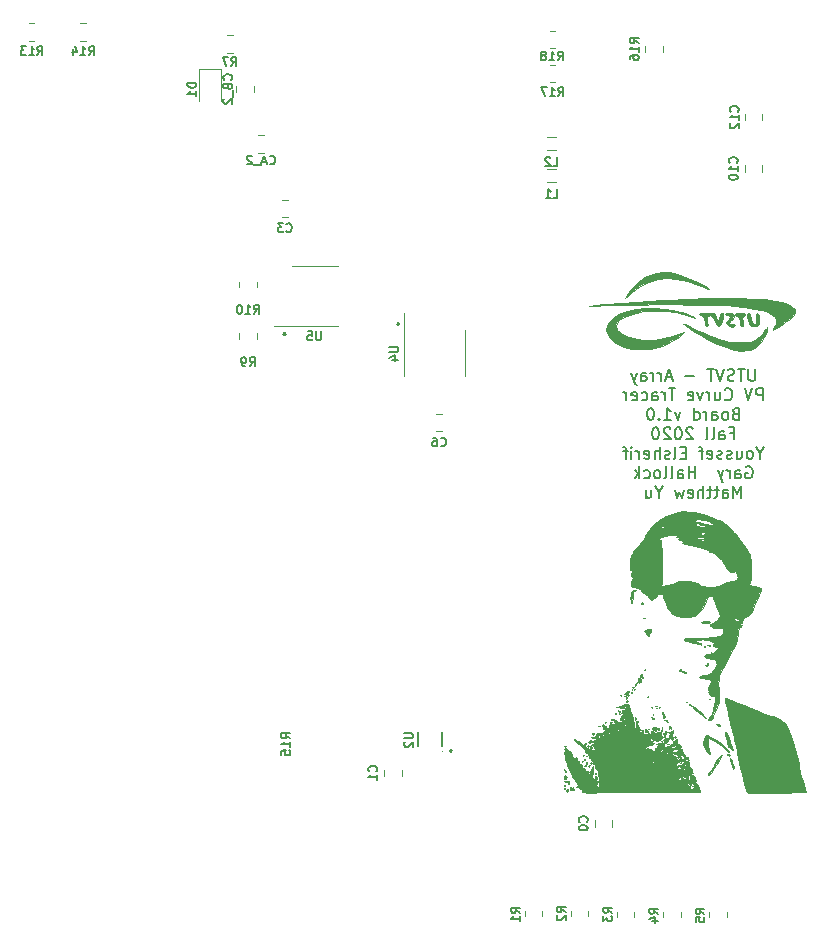
<source format=gbr>
%TF.GenerationSoftware,KiCad,Pcbnew,5.1.7-a382d34a8~88~ubuntu18.04.1*%
%TF.CreationDate,2020-12-16T11:34:57-06:00*%
%TF.ProjectId,IV Curve Tracer,49562043-7572-4766-9520-547261636572,1.1*%
%TF.SameCoordinates,Original*%
%TF.FileFunction,Legend,Bot*%
%TF.FilePolarity,Positive*%
%FSLAX46Y46*%
G04 Gerber Fmt 4.6, Leading zero omitted, Abs format (unit mm)*
G04 Created by KiCad (PCBNEW 5.1.7-a382d34a8~88~ubuntu18.04.1) date 2020-12-16 11:34:57*
%MOMM*%
%LPD*%
G01*
G04 APERTURE LIST*
%ADD10C,0.250000*%
%ADD11C,0.150000*%
%ADD12C,0.010000*%
%ADD13C,0.120000*%
%ADD14C,0.100000*%
G04 APERTURE END LIST*
D10*
X53420000Y-49032857D02*
X53467619Y-48985238D01*
X53420000Y-48937619D01*
X53372380Y-48985238D01*
X53420000Y-49032857D01*
X53420000Y-48937619D01*
X63040000Y-48212857D02*
X63087619Y-48165238D01*
X63040000Y-48117619D01*
X62992380Y-48165238D01*
X63040000Y-48212857D01*
X63040000Y-48117619D01*
X67500000Y-84332857D02*
X67547619Y-84285238D01*
X67500000Y-84237619D01*
X67452380Y-84285238D01*
X67500000Y-84332857D01*
X67500000Y-84237619D01*
D11*
X93314285Y-51982380D02*
X93314285Y-52791904D01*
X93266666Y-52887142D01*
X93219047Y-52934761D01*
X93123809Y-52982380D01*
X92933333Y-52982380D01*
X92838095Y-52934761D01*
X92790476Y-52887142D01*
X92742857Y-52791904D01*
X92742857Y-51982380D01*
X92409523Y-51982380D02*
X91838095Y-51982380D01*
X92123809Y-52982380D02*
X92123809Y-51982380D01*
X91552380Y-52934761D02*
X91409523Y-52982380D01*
X91171428Y-52982380D01*
X91076190Y-52934761D01*
X91028571Y-52887142D01*
X90980952Y-52791904D01*
X90980952Y-52696666D01*
X91028571Y-52601428D01*
X91076190Y-52553809D01*
X91171428Y-52506190D01*
X91361904Y-52458571D01*
X91457142Y-52410952D01*
X91504761Y-52363333D01*
X91552380Y-52268095D01*
X91552380Y-52172857D01*
X91504761Y-52077619D01*
X91457142Y-52030000D01*
X91361904Y-51982380D01*
X91123809Y-51982380D01*
X90980952Y-52030000D01*
X90695238Y-51982380D02*
X90361904Y-52982380D01*
X90028571Y-51982380D01*
X89838095Y-51982380D02*
X89266666Y-51982380D01*
X89552380Y-52982380D02*
X89552380Y-51982380D01*
X88171428Y-52601428D02*
X87409523Y-52601428D01*
X86219047Y-52696666D02*
X85742857Y-52696666D01*
X86314285Y-52982380D02*
X85980952Y-51982380D01*
X85647619Y-52982380D01*
X85314285Y-52982380D02*
X85314285Y-52315714D01*
X85314285Y-52506190D02*
X85266666Y-52410952D01*
X85219047Y-52363333D01*
X85123809Y-52315714D01*
X85028571Y-52315714D01*
X84695238Y-52982380D02*
X84695238Y-52315714D01*
X84695238Y-52506190D02*
X84647619Y-52410952D01*
X84600000Y-52363333D01*
X84504761Y-52315714D01*
X84409523Y-52315714D01*
X83647619Y-52982380D02*
X83647619Y-52458571D01*
X83695238Y-52363333D01*
X83790476Y-52315714D01*
X83980952Y-52315714D01*
X84076190Y-52363333D01*
X83647619Y-52934761D02*
X83742857Y-52982380D01*
X83980952Y-52982380D01*
X84076190Y-52934761D01*
X84123809Y-52839523D01*
X84123809Y-52744285D01*
X84076190Y-52649047D01*
X83980952Y-52601428D01*
X83742857Y-52601428D01*
X83647619Y-52553809D01*
X83266666Y-52315714D02*
X83028571Y-52982380D01*
X82790476Y-52315714D02*
X83028571Y-52982380D01*
X83123809Y-53220476D01*
X83171428Y-53268095D01*
X83266666Y-53315714D01*
X93933333Y-54632380D02*
X93933333Y-53632380D01*
X93552380Y-53632380D01*
X93457142Y-53680000D01*
X93409523Y-53727619D01*
X93361904Y-53822857D01*
X93361904Y-53965714D01*
X93409523Y-54060952D01*
X93457142Y-54108571D01*
X93552380Y-54156190D01*
X93933333Y-54156190D01*
X93076190Y-53632380D02*
X92742857Y-54632380D01*
X92409523Y-53632380D01*
X90742857Y-54537142D02*
X90790476Y-54584761D01*
X90933333Y-54632380D01*
X91028571Y-54632380D01*
X91171428Y-54584761D01*
X91266666Y-54489523D01*
X91314285Y-54394285D01*
X91361904Y-54203809D01*
X91361904Y-54060952D01*
X91314285Y-53870476D01*
X91266666Y-53775238D01*
X91171428Y-53680000D01*
X91028571Y-53632380D01*
X90933333Y-53632380D01*
X90790476Y-53680000D01*
X90742857Y-53727619D01*
X89885714Y-53965714D02*
X89885714Y-54632380D01*
X90314285Y-53965714D02*
X90314285Y-54489523D01*
X90266666Y-54584761D01*
X90171428Y-54632380D01*
X90028571Y-54632380D01*
X89933333Y-54584761D01*
X89885714Y-54537142D01*
X89409523Y-54632380D02*
X89409523Y-53965714D01*
X89409523Y-54156190D02*
X89361904Y-54060952D01*
X89314285Y-54013333D01*
X89219047Y-53965714D01*
X89123809Y-53965714D01*
X88885714Y-53965714D02*
X88647619Y-54632380D01*
X88409523Y-53965714D01*
X87647619Y-54584761D02*
X87742857Y-54632380D01*
X87933333Y-54632380D01*
X88028571Y-54584761D01*
X88076190Y-54489523D01*
X88076190Y-54108571D01*
X88028571Y-54013333D01*
X87933333Y-53965714D01*
X87742857Y-53965714D01*
X87647619Y-54013333D01*
X87600000Y-54108571D01*
X87600000Y-54203809D01*
X88076190Y-54299047D01*
X86552380Y-53632380D02*
X85980952Y-53632380D01*
X86266666Y-54632380D02*
X86266666Y-53632380D01*
X85647619Y-54632380D02*
X85647619Y-53965714D01*
X85647619Y-54156190D02*
X85600000Y-54060952D01*
X85552380Y-54013333D01*
X85457142Y-53965714D01*
X85361904Y-53965714D01*
X84600000Y-54632380D02*
X84600000Y-54108571D01*
X84647619Y-54013333D01*
X84742857Y-53965714D01*
X84933333Y-53965714D01*
X85028571Y-54013333D01*
X84600000Y-54584761D02*
X84695238Y-54632380D01*
X84933333Y-54632380D01*
X85028571Y-54584761D01*
X85076190Y-54489523D01*
X85076190Y-54394285D01*
X85028571Y-54299047D01*
X84933333Y-54251428D01*
X84695238Y-54251428D01*
X84600000Y-54203809D01*
X83695238Y-54584761D02*
X83790476Y-54632380D01*
X83980952Y-54632380D01*
X84076190Y-54584761D01*
X84123809Y-54537142D01*
X84171428Y-54441904D01*
X84171428Y-54156190D01*
X84123809Y-54060952D01*
X84076190Y-54013333D01*
X83980952Y-53965714D01*
X83790476Y-53965714D01*
X83695238Y-54013333D01*
X82885714Y-54584761D02*
X82980952Y-54632380D01*
X83171428Y-54632380D01*
X83266666Y-54584761D01*
X83314285Y-54489523D01*
X83314285Y-54108571D01*
X83266666Y-54013333D01*
X83171428Y-53965714D01*
X82980952Y-53965714D01*
X82885714Y-54013333D01*
X82838095Y-54108571D01*
X82838095Y-54203809D01*
X83314285Y-54299047D01*
X82409523Y-54632380D02*
X82409523Y-53965714D01*
X82409523Y-54156190D02*
X82361904Y-54060952D01*
X82314285Y-54013333D01*
X82219047Y-53965714D01*
X82123809Y-53965714D01*
X91647619Y-55758571D02*
X91504761Y-55806190D01*
X91457142Y-55853809D01*
X91409523Y-55949047D01*
X91409523Y-56091904D01*
X91457142Y-56187142D01*
X91504761Y-56234761D01*
X91600000Y-56282380D01*
X91980952Y-56282380D01*
X91980952Y-55282380D01*
X91647619Y-55282380D01*
X91552380Y-55330000D01*
X91504761Y-55377619D01*
X91457142Y-55472857D01*
X91457142Y-55568095D01*
X91504761Y-55663333D01*
X91552380Y-55710952D01*
X91647619Y-55758571D01*
X91980952Y-55758571D01*
X90838095Y-56282380D02*
X90933333Y-56234761D01*
X90980952Y-56187142D01*
X91028571Y-56091904D01*
X91028571Y-55806190D01*
X90980952Y-55710952D01*
X90933333Y-55663333D01*
X90838095Y-55615714D01*
X90695238Y-55615714D01*
X90600000Y-55663333D01*
X90552380Y-55710952D01*
X90504761Y-55806190D01*
X90504761Y-56091904D01*
X90552380Y-56187142D01*
X90600000Y-56234761D01*
X90695238Y-56282380D01*
X90838095Y-56282380D01*
X89647619Y-56282380D02*
X89647619Y-55758571D01*
X89695238Y-55663333D01*
X89790476Y-55615714D01*
X89980952Y-55615714D01*
X90076190Y-55663333D01*
X89647619Y-56234761D02*
X89742857Y-56282380D01*
X89980952Y-56282380D01*
X90076190Y-56234761D01*
X90123809Y-56139523D01*
X90123809Y-56044285D01*
X90076190Y-55949047D01*
X89980952Y-55901428D01*
X89742857Y-55901428D01*
X89647619Y-55853809D01*
X89171428Y-56282380D02*
X89171428Y-55615714D01*
X89171428Y-55806190D02*
X89123809Y-55710952D01*
X89076190Y-55663333D01*
X88980952Y-55615714D01*
X88885714Y-55615714D01*
X88123809Y-56282380D02*
X88123809Y-55282380D01*
X88123809Y-56234761D02*
X88219047Y-56282380D01*
X88409523Y-56282380D01*
X88504761Y-56234761D01*
X88552380Y-56187142D01*
X88600000Y-56091904D01*
X88600000Y-55806190D01*
X88552380Y-55710952D01*
X88504761Y-55663333D01*
X88409523Y-55615714D01*
X88219047Y-55615714D01*
X88123809Y-55663333D01*
X86980952Y-55615714D02*
X86742857Y-56282380D01*
X86504761Y-55615714D01*
X85600000Y-56282380D02*
X86171428Y-56282380D01*
X85885714Y-56282380D02*
X85885714Y-55282380D01*
X85980952Y-55425238D01*
X86076190Y-55520476D01*
X86171428Y-55568095D01*
X85171428Y-56187142D02*
X85123809Y-56234761D01*
X85171428Y-56282380D01*
X85219047Y-56234761D01*
X85171428Y-56187142D01*
X85171428Y-56282380D01*
X84504761Y-55282380D02*
X84409523Y-55282380D01*
X84314285Y-55330000D01*
X84266666Y-55377619D01*
X84219047Y-55472857D01*
X84171428Y-55663333D01*
X84171428Y-55901428D01*
X84219047Y-56091904D01*
X84266666Y-56187142D01*
X84314285Y-56234761D01*
X84409523Y-56282380D01*
X84504761Y-56282380D01*
X84600000Y-56234761D01*
X84647619Y-56187142D01*
X84695238Y-56091904D01*
X84742857Y-55901428D01*
X84742857Y-55663333D01*
X84695238Y-55472857D01*
X84647619Y-55377619D01*
X84600000Y-55330000D01*
X84504761Y-55282380D01*
X91219047Y-57408571D02*
X91552380Y-57408571D01*
X91552380Y-57932380D02*
X91552380Y-56932380D01*
X91076190Y-56932380D01*
X90266666Y-57932380D02*
X90266666Y-57408571D01*
X90314285Y-57313333D01*
X90409523Y-57265714D01*
X90600000Y-57265714D01*
X90695238Y-57313333D01*
X90266666Y-57884761D02*
X90361904Y-57932380D01*
X90600000Y-57932380D01*
X90695238Y-57884761D01*
X90742857Y-57789523D01*
X90742857Y-57694285D01*
X90695238Y-57599047D01*
X90600000Y-57551428D01*
X90361904Y-57551428D01*
X90266666Y-57503809D01*
X89647619Y-57932380D02*
X89742857Y-57884761D01*
X89790476Y-57789523D01*
X89790476Y-56932380D01*
X89123809Y-57932380D02*
X89219047Y-57884761D01*
X89266666Y-57789523D01*
X89266666Y-56932380D01*
X88028571Y-57027619D02*
X87980952Y-56980000D01*
X87885714Y-56932380D01*
X87647619Y-56932380D01*
X87552380Y-56980000D01*
X87504761Y-57027619D01*
X87457142Y-57122857D01*
X87457142Y-57218095D01*
X87504761Y-57360952D01*
X88076190Y-57932380D01*
X87457142Y-57932380D01*
X86838095Y-56932380D02*
X86742857Y-56932380D01*
X86647619Y-56980000D01*
X86600000Y-57027619D01*
X86552380Y-57122857D01*
X86504761Y-57313333D01*
X86504761Y-57551428D01*
X86552380Y-57741904D01*
X86600000Y-57837142D01*
X86647619Y-57884761D01*
X86742857Y-57932380D01*
X86838095Y-57932380D01*
X86933333Y-57884761D01*
X86980952Y-57837142D01*
X87028571Y-57741904D01*
X87076190Y-57551428D01*
X87076190Y-57313333D01*
X87028571Y-57122857D01*
X86980952Y-57027619D01*
X86933333Y-56980000D01*
X86838095Y-56932380D01*
X86123809Y-57027619D02*
X86076190Y-56980000D01*
X85980952Y-56932380D01*
X85742857Y-56932380D01*
X85647619Y-56980000D01*
X85600000Y-57027619D01*
X85552380Y-57122857D01*
X85552380Y-57218095D01*
X85600000Y-57360952D01*
X86171428Y-57932380D01*
X85552380Y-57932380D01*
X84933333Y-56932380D02*
X84838095Y-56932380D01*
X84742857Y-56980000D01*
X84695238Y-57027619D01*
X84647619Y-57122857D01*
X84600000Y-57313333D01*
X84600000Y-57551428D01*
X84647619Y-57741904D01*
X84695238Y-57837142D01*
X84742857Y-57884761D01*
X84838095Y-57932380D01*
X84933333Y-57932380D01*
X85028571Y-57884761D01*
X85076190Y-57837142D01*
X85123809Y-57741904D01*
X85171428Y-57551428D01*
X85171428Y-57313333D01*
X85123809Y-57122857D01*
X85076190Y-57027619D01*
X85028571Y-56980000D01*
X84933333Y-56932380D01*
X93742857Y-59106190D02*
X93742857Y-59582380D01*
X94076190Y-58582380D02*
X93742857Y-59106190D01*
X93409523Y-58582380D01*
X92933333Y-59582380D02*
X93028571Y-59534761D01*
X93076190Y-59487142D01*
X93123809Y-59391904D01*
X93123809Y-59106190D01*
X93076190Y-59010952D01*
X93028571Y-58963333D01*
X92933333Y-58915714D01*
X92790476Y-58915714D01*
X92695238Y-58963333D01*
X92647619Y-59010952D01*
X92600000Y-59106190D01*
X92600000Y-59391904D01*
X92647619Y-59487142D01*
X92695238Y-59534761D01*
X92790476Y-59582380D01*
X92933333Y-59582380D01*
X91742857Y-58915714D02*
X91742857Y-59582380D01*
X92171428Y-58915714D02*
X92171428Y-59439523D01*
X92123809Y-59534761D01*
X92028571Y-59582380D01*
X91885714Y-59582380D01*
X91790476Y-59534761D01*
X91742857Y-59487142D01*
X91314285Y-59534761D02*
X91219047Y-59582380D01*
X91028571Y-59582380D01*
X90933333Y-59534761D01*
X90885714Y-59439523D01*
X90885714Y-59391904D01*
X90933333Y-59296666D01*
X91028571Y-59249047D01*
X91171428Y-59249047D01*
X91266666Y-59201428D01*
X91314285Y-59106190D01*
X91314285Y-59058571D01*
X91266666Y-58963333D01*
X91171428Y-58915714D01*
X91028571Y-58915714D01*
X90933333Y-58963333D01*
X90504761Y-59534761D02*
X90409523Y-59582380D01*
X90219047Y-59582380D01*
X90123809Y-59534761D01*
X90076190Y-59439523D01*
X90076190Y-59391904D01*
X90123809Y-59296666D01*
X90219047Y-59249047D01*
X90361904Y-59249047D01*
X90457142Y-59201428D01*
X90504761Y-59106190D01*
X90504761Y-59058571D01*
X90457142Y-58963333D01*
X90361904Y-58915714D01*
X90219047Y-58915714D01*
X90123809Y-58963333D01*
X89266666Y-59534761D02*
X89361904Y-59582380D01*
X89552380Y-59582380D01*
X89647619Y-59534761D01*
X89695238Y-59439523D01*
X89695238Y-59058571D01*
X89647619Y-58963333D01*
X89552380Y-58915714D01*
X89361904Y-58915714D01*
X89266666Y-58963333D01*
X89219047Y-59058571D01*
X89219047Y-59153809D01*
X89695238Y-59249047D01*
X88933333Y-58915714D02*
X88552380Y-58915714D01*
X88790476Y-59582380D02*
X88790476Y-58725238D01*
X88742857Y-58630000D01*
X88647619Y-58582380D01*
X88552380Y-58582380D01*
X87457142Y-59058571D02*
X87123809Y-59058571D01*
X86980952Y-59582380D02*
X87457142Y-59582380D01*
X87457142Y-58582380D01*
X86980952Y-58582380D01*
X86409523Y-59582380D02*
X86504761Y-59534761D01*
X86552380Y-59439523D01*
X86552380Y-58582380D01*
X86076190Y-59534761D02*
X85980952Y-59582380D01*
X85790476Y-59582380D01*
X85695238Y-59534761D01*
X85647619Y-59439523D01*
X85647619Y-59391904D01*
X85695238Y-59296666D01*
X85790476Y-59249047D01*
X85933333Y-59249047D01*
X86028571Y-59201428D01*
X86076190Y-59106190D01*
X86076190Y-59058571D01*
X86028571Y-58963333D01*
X85933333Y-58915714D01*
X85790476Y-58915714D01*
X85695238Y-58963333D01*
X85219047Y-59582380D02*
X85219047Y-58582380D01*
X84790476Y-59582380D02*
X84790476Y-59058571D01*
X84838095Y-58963333D01*
X84933333Y-58915714D01*
X85076190Y-58915714D01*
X85171428Y-58963333D01*
X85219047Y-59010952D01*
X83933333Y-59534761D02*
X84028571Y-59582380D01*
X84219047Y-59582380D01*
X84314285Y-59534761D01*
X84361904Y-59439523D01*
X84361904Y-59058571D01*
X84314285Y-58963333D01*
X84219047Y-58915714D01*
X84028571Y-58915714D01*
X83933333Y-58963333D01*
X83885714Y-59058571D01*
X83885714Y-59153809D01*
X84361904Y-59249047D01*
X83457142Y-59582380D02*
X83457142Y-58915714D01*
X83457142Y-59106190D02*
X83409523Y-59010952D01*
X83361904Y-58963333D01*
X83266666Y-58915714D01*
X83171428Y-58915714D01*
X82838095Y-59582380D02*
X82838095Y-58915714D01*
X82838095Y-58582380D02*
X82885714Y-58630000D01*
X82838095Y-58677619D01*
X82790476Y-58630000D01*
X82838095Y-58582380D01*
X82838095Y-58677619D01*
X82504761Y-58915714D02*
X82123809Y-58915714D01*
X82361904Y-59582380D02*
X82361904Y-58725238D01*
X82314285Y-58630000D01*
X82219047Y-58582380D01*
X82123809Y-58582380D01*
X92528571Y-60280000D02*
X92623809Y-60232380D01*
X92766666Y-60232380D01*
X92909523Y-60280000D01*
X93004761Y-60375238D01*
X93052380Y-60470476D01*
X93100000Y-60660952D01*
X93100000Y-60803809D01*
X93052380Y-60994285D01*
X93004761Y-61089523D01*
X92909523Y-61184761D01*
X92766666Y-61232380D01*
X92671428Y-61232380D01*
X92528571Y-61184761D01*
X92480952Y-61137142D01*
X92480952Y-60803809D01*
X92671428Y-60803809D01*
X91623809Y-61232380D02*
X91623809Y-60708571D01*
X91671428Y-60613333D01*
X91766666Y-60565714D01*
X91957142Y-60565714D01*
X92052380Y-60613333D01*
X91623809Y-61184761D02*
X91719047Y-61232380D01*
X91957142Y-61232380D01*
X92052380Y-61184761D01*
X92100000Y-61089523D01*
X92100000Y-60994285D01*
X92052380Y-60899047D01*
X91957142Y-60851428D01*
X91719047Y-60851428D01*
X91623809Y-60803809D01*
X91147619Y-61232380D02*
X91147619Y-60565714D01*
X91147619Y-60756190D02*
X91100000Y-60660952D01*
X91052380Y-60613333D01*
X90957142Y-60565714D01*
X90861904Y-60565714D01*
X90623809Y-60565714D02*
X90385714Y-61232380D01*
X90147619Y-60565714D02*
X90385714Y-61232380D01*
X90480952Y-61470476D01*
X90528571Y-61518095D01*
X90623809Y-61565714D01*
X88242857Y-61232380D02*
X88242857Y-60232380D01*
X88242857Y-60708571D02*
X87671428Y-60708571D01*
X87671428Y-61232380D02*
X87671428Y-60232380D01*
X86766666Y-61232380D02*
X86766666Y-60708571D01*
X86814285Y-60613333D01*
X86909523Y-60565714D01*
X87100000Y-60565714D01*
X87195238Y-60613333D01*
X86766666Y-61184761D02*
X86861904Y-61232380D01*
X87100000Y-61232380D01*
X87195238Y-61184761D01*
X87242857Y-61089523D01*
X87242857Y-60994285D01*
X87195238Y-60899047D01*
X87100000Y-60851428D01*
X86861904Y-60851428D01*
X86766666Y-60803809D01*
X86147619Y-61232380D02*
X86242857Y-61184761D01*
X86290476Y-61089523D01*
X86290476Y-60232380D01*
X85623809Y-61232380D02*
X85719047Y-61184761D01*
X85766666Y-61089523D01*
X85766666Y-60232380D01*
X85100000Y-61232380D02*
X85195238Y-61184761D01*
X85242857Y-61137142D01*
X85290476Y-61041904D01*
X85290476Y-60756190D01*
X85242857Y-60660952D01*
X85195238Y-60613333D01*
X85100000Y-60565714D01*
X84957142Y-60565714D01*
X84861904Y-60613333D01*
X84814285Y-60660952D01*
X84766666Y-60756190D01*
X84766666Y-61041904D01*
X84814285Y-61137142D01*
X84861904Y-61184761D01*
X84957142Y-61232380D01*
X85100000Y-61232380D01*
X83909523Y-61184761D02*
X84004761Y-61232380D01*
X84195238Y-61232380D01*
X84290476Y-61184761D01*
X84338095Y-61137142D01*
X84385714Y-61041904D01*
X84385714Y-60756190D01*
X84338095Y-60660952D01*
X84290476Y-60613333D01*
X84195238Y-60565714D01*
X84004761Y-60565714D01*
X83909523Y-60613333D01*
X83480952Y-61232380D02*
X83480952Y-60232380D01*
X83385714Y-60851428D02*
X83100000Y-61232380D01*
X83100000Y-60565714D02*
X83480952Y-60946666D01*
X92123809Y-62882380D02*
X92123809Y-61882380D01*
X91790476Y-62596666D01*
X91457142Y-61882380D01*
X91457142Y-62882380D01*
X90552380Y-62882380D02*
X90552380Y-62358571D01*
X90600000Y-62263333D01*
X90695238Y-62215714D01*
X90885714Y-62215714D01*
X90980952Y-62263333D01*
X90552380Y-62834761D02*
X90647619Y-62882380D01*
X90885714Y-62882380D01*
X90980952Y-62834761D01*
X91028571Y-62739523D01*
X91028571Y-62644285D01*
X90980952Y-62549047D01*
X90885714Y-62501428D01*
X90647619Y-62501428D01*
X90552380Y-62453809D01*
X90219047Y-62215714D02*
X89838095Y-62215714D01*
X90076190Y-61882380D02*
X90076190Y-62739523D01*
X90028571Y-62834761D01*
X89933333Y-62882380D01*
X89838095Y-62882380D01*
X89647619Y-62215714D02*
X89266666Y-62215714D01*
X89504761Y-61882380D02*
X89504761Y-62739523D01*
X89457142Y-62834761D01*
X89361904Y-62882380D01*
X89266666Y-62882380D01*
X88933333Y-62882380D02*
X88933333Y-61882380D01*
X88504761Y-62882380D02*
X88504761Y-62358571D01*
X88552380Y-62263333D01*
X88647619Y-62215714D01*
X88790476Y-62215714D01*
X88885714Y-62263333D01*
X88933333Y-62310952D01*
X87647619Y-62834761D02*
X87742857Y-62882380D01*
X87933333Y-62882380D01*
X88028571Y-62834761D01*
X88076190Y-62739523D01*
X88076190Y-62358571D01*
X88028571Y-62263333D01*
X87933333Y-62215714D01*
X87742857Y-62215714D01*
X87647619Y-62263333D01*
X87600000Y-62358571D01*
X87600000Y-62453809D01*
X88076190Y-62549047D01*
X87266666Y-62215714D02*
X87076190Y-62882380D01*
X86885714Y-62406190D01*
X86695238Y-62882380D01*
X86504761Y-62215714D01*
X85171428Y-62406190D02*
X85171428Y-62882380D01*
X85504761Y-61882380D02*
X85171428Y-62406190D01*
X84838095Y-61882380D01*
X84076190Y-62215714D02*
X84076190Y-62882380D01*
X84504761Y-62215714D02*
X84504761Y-62739523D01*
X84457142Y-62834761D01*
X84361904Y-62882380D01*
X84219047Y-62882380D01*
X84123809Y-62834761D01*
X84076190Y-62787142D01*
D12*
%TO.C,G\u002A\u002A\u002A*%
G36*
X84954978Y-43857039D02*
G01*
X84647332Y-43939318D01*
X84020758Y-44213482D01*
X83416490Y-44633275D01*
X82867655Y-45175341D01*
X82828230Y-45221975D01*
X82615568Y-45487321D01*
X82445188Y-45719225D01*
X82337457Y-45887853D01*
X82312740Y-45963370D01*
X82321521Y-45964302D01*
X82392702Y-45910987D01*
X82561084Y-45774039D01*
X82794831Y-45579479D01*
X82880441Y-45507442D01*
X83592867Y-44978873D01*
X84310105Y-44598433D01*
X85046574Y-44364838D01*
X85816691Y-44276807D01*
X86634873Y-44333057D01*
X87515537Y-44532308D01*
X88473103Y-44873276D01*
X88739686Y-44986400D01*
X89108483Y-45141373D01*
X89333585Y-45222557D01*
X89421145Y-45235023D01*
X89377317Y-45183842D01*
X89208254Y-45074085D01*
X88920110Y-44910824D01*
X88519038Y-44699130D01*
X88187666Y-44531458D01*
X87408536Y-44174603D01*
X86722342Y-43933189D01*
X86102445Y-43802760D01*
X85522203Y-43778863D01*
X84954978Y-43857039D01*
G37*
X84954978Y-43857039D02*
X84647332Y-43939318D01*
X84020758Y-44213482D01*
X83416490Y-44633275D01*
X82867655Y-45175341D01*
X82828230Y-45221975D01*
X82615568Y-45487321D01*
X82445188Y-45719225D01*
X82337457Y-45887853D01*
X82312740Y-45963370D01*
X82321521Y-45964302D01*
X82392702Y-45910987D01*
X82561084Y-45774039D01*
X82794831Y-45579479D01*
X82880441Y-45507442D01*
X83592867Y-44978873D01*
X84310105Y-44598433D01*
X85046574Y-44364838D01*
X85816691Y-44276807D01*
X86634873Y-44333057D01*
X87515537Y-44532308D01*
X88473103Y-44873276D01*
X88739686Y-44986400D01*
X89108483Y-45141373D01*
X89333585Y-45222557D01*
X89421145Y-45235023D01*
X89377317Y-45183842D01*
X89208254Y-45074085D01*
X88920110Y-44910824D01*
X88519038Y-44699130D01*
X88187666Y-44531458D01*
X87408536Y-44174603D01*
X86722342Y-43933189D01*
X86102445Y-43802760D01*
X85522203Y-43778863D01*
X84954978Y-43857039D01*
G36*
X88842000Y-47248171D02*
G01*
X88651456Y-47275224D01*
X88587025Y-47324973D01*
X88589409Y-47345834D01*
X88692111Y-47441847D01*
X88808132Y-47478722D01*
X88951636Y-47550816D01*
X88993156Y-47732722D01*
X89022487Y-48047587D01*
X89098927Y-48261292D01*
X89210568Y-48340663D01*
X89211425Y-48340667D01*
X89271787Y-48315620D01*
X89293041Y-48220418D01*
X89274963Y-48024973D01*
X89217327Y-47699193D01*
X89206225Y-47642167D01*
X89238456Y-47517742D01*
X89331537Y-47494000D01*
X89477642Y-47448815D01*
X89517716Y-47398517D01*
X89568831Y-47418527D01*
X89673855Y-47560276D01*
X89811098Y-47793984D01*
X89826070Y-47821851D01*
X89979682Y-48080806D01*
X90119732Y-48266760D01*
X90216620Y-48340593D01*
X90218624Y-48340667D01*
X90308170Y-48263915D01*
X90408572Y-48059296D01*
X90467659Y-47883136D01*
X90556341Y-47560851D01*
X90591640Y-47367502D01*
X90573933Y-47271449D01*
X90503594Y-47241054D01*
X90475280Y-47240000D01*
X90368358Y-47312943D01*
X90298875Y-47472834D01*
X90232079Y-47742998D01*
X90172903Y-47854036D01*
X90101520Y-47813914D01*
X89998103Y-47630599D01*
X89982833Y-47599834D01*
X89805306Y-47240000D01*
X89179931Y-47240000D01*
X88842000Y-47248171D01*
G37*
X88842000Y-47248171D02*
X88651456Y-47275224D01*
X88587025Y-47324973D01*
X88589409Y-47345834D01*
X88692111Y-47441847D01*
X88808132Y-47478722D01*
X88951636Y-47550816D01*
X88993156Y-47732722D01*
X89022487Y-48047587D01*
X89098927Y-48261292D01*
X89210568Y-48340663D01*
X89211425Y-48340667D01*
X89271787Y-48315620D01*
X89293041Y-48220418D01*
X89274963Y-48024973D01*
X89217327Y-47699193D01*
X89206225Y-47642167D01*
X89238456Y-47517742D01*
X89331537Y-47494000D01*
X89477642Y-47448815D01*
X89517716Y-47398517D01*
X89568831Y-47418527D01*
X89673855Y-47560276D01*
X89811098Y-47793984D01*
X89826070Y-47821851D01*
X89979682Y-48080806D01*
X90119732Y-48266760D01*
X90216620Y-48340593D01*
X90218624Y-48340667D01*
X90308170Y-48263915D01*
X90408572Y-48059296D01*
X90467659Y-47883136D01*
X90556341Y-47560851D01*
X90591640Y-47367502D01*
X90573933Y-47271449D01*
X90503594Y-47241054D01*
X90475280Y-47240000D01*
X90368358Y-47312943D01*
X90298875Y-47472834D01*
X90232079Y-47742998D01*
X90172903Y-47854036D01*
X90101520Y-47813914D01*
X89998103Y-47630599D01*
X89982833Y-47599834D01*
X89805306Y-47240000D01*
X89179931Y-47240000D01*
X88842000Y-47248171D01*
G36*
X91773781Y-47253596D02*
G01*
X91643756Y-47300668D01*
X91616666Y-47367000D01*
X91686950Y-47470509D01*
X91783084Y-47494000D01*
X91888805Y-47525175D01*
X91955004Y-47644676D01*
X92002166Y-47891465D01*
X92005658Y-47917334D01*
X92065134Y-48203175D01*
X92148818Y-48331210D01*
X92185852Y-48340667D01*
X92256747Y-48308698D01*
X92277907Y-48188218D01*
X92255064Y-47942366D01*
X92251666Y-47917334D01*
X92225050Y-47663201D01*
X92240819Y-47535507D01*
X92306074Y-47495076D01*
X92328388Y-47494000D01*
X92445657Y-47429644D01*
X92463333Y-47367000D01*
X92418014Y-47287135D01*
X92261106Y-47248127D01*
X92040000Y-47240000D01*
X91773781Y-47253596D01*
G37*
X91773781Y-47253596D02*
X91643756Y-47300668D01*
X91616666Y-47367000D01*
X91686950Y-47470509D01*
X91783084Y-47494000D01*
X91888805Y-47525175D01*
X91955004Y-47644676D01*
X92002166Y-47891465D01*
X92005658Y-47917334D01*
X92065134Y-48203175D01*
X92148818Y-48331210D01*
X92185852Y-48340667D01*
X92256747Y-48308698D01*
X92277907Y-48188218D01*
X92255064Y-47942366D01*
X92251666Y-47917334D01*
X92225050Y-47663201D01*
X92240819Y-47535507D01*
X92306074Y-47495076D01*
X92328388Y-47494000D01*
X92445657Y-47429644D01*
X92463333Y-47367000D01*
X92418014Y-47287135D01*
X92261106Y-47248127D01*
X92040000Y-47240000D01*
X91773781Y-47253596D01*
G36*
X90812865Y-47283696D02*
G01*
X90791588Y-47345834D01*
X90894029Y-47428619D01*
X91024000Y-47451667D01*
X91206081Y-47491982D01*
X91240729Y-47588427D01*
X91122099Y-47704247D01*
X91068526Y-47731596D01*
X90894391Y-47879319D01*
X90869657Y-48068490D01*
X90996231Y-48257372D01*
X91042839Y-48293533D01*
X91253917Y-48407544D01*
X91425081Y-48399270D01*
X91521680Y-48348836D01*
X91602317Y-48247447D01*
X91547074Y-48167410D01*
X91389008Y-48141665D01*
X91322354Y-48150225D01*
X91154282Y-48140631D01*
X91108118Y-48055169D01*
X91187770Y-47939420D01*
X91298672Y-47873910D01*
X91474951Y-47724940D01*
X91517567Y-47524311D01*
X91443958Y-47362933D01*
X91315162Y-47284772D01*
X91128073Y-47244491D01*
X90941153Y-47243621D01*
X90812865Y-47283696D01*
G37*
X90812865Y-47283696D02*
X90791588Y-47345834D01*
X90894029Y-47428619D01*
X91024000Y-47451667D01*
X91206081Y-47491982D01*
X91240729Y-47588427D01*
X91122099Y-47704247D01*
X91068526Y-47731596D01*
X90894391Y-47879319D01*
X90869657Y-48068490D01*
X90996231Y-48257372D01*
X91042839Y-48293533D01*
X91253917Y-48407544D01*
X91425081Y-48399270D01*
X91521680Y-48348836D01*
X91602317Y-48247447D01*
X91547074Y-48167410D01*
X91389008Y-48141665D01*
X91322354Y-48150225D01*
X91154282Y-48140631D01*
X91108118Y-48055169D01*
X91187770Y-47939420D01*
X91298672Y-47873910D01*
X91474951Y-47724940D01*
X91517567Y-47524311D01*
X91443958Y-47362933D01*
X91315162Y-47284772D01*
X91128073Y-47244491D01*
X90941153Y-47243621D01*
X90812865Y-47283696D01*
G36*
X92651383Y-47309315D02*
G01*
X92634686Y-47388167D01*
X92658444Y-47602794D01*
X92713594Y-47862471D01*
X92782892Y-48100123D01*
X92849093Y-48248676D01*
X92858918Y-48260361D01*
X93048991Y-48355001D01*
X93297669Y-48383677D01*
X93500500Y-48335932D01*
X93599141Y-48200585D01*
X93649599Y-47976812D01*
X93654653Y-47716811D01*
X93617081Y-47472782D01*
X93539665Y-47296923D01*
X93442142Y-47240000D01*
X93382474Y-47298109D01*
X93365290Y-47486093D01*
X93377627Y-47713009D01*
X93395826Y-47980789D01*
X93383735Y-48118448D01*
X93327317Y-48164415D01*
X93215260Y-48157509D01*
X93091007Y-48115283D01*
X93012779Y-48003762D01*
X92955202Y-47779613D01*
X92938259Y-47684500D01*
X92868605Y-47398155D01*
X92784235Y-47253690D01*
X92747759Y-47240000D01*
X92651383Y-47309315D01*
G37*
X92651383Y-47309315D02*
X92634686Y-47388167D01*
X92658444Y-47602794D01*
X92713594Y-47862471D01*
X92782892Y-48100123D01*
X92849093Y-48248676D01*
X92858918Y-48260361D01*
X93048991Y-48355001D01*
X93297669Y-48383677D01*
X93500500Y-48335932D01*
X93599141Y-48200585D01*
X93649599Y-47976812D01*
X93654653Y-47716811D01*
X93617081Y-47472782D01*
X93539665Y-47296923D01*
X93442142Y-47240000D01*
X93382474Y-47298109D01*
X93365290Y-47486093D01*
X93377627Y-47713009D01*
X93395826Y-47980789D01*
X93383735Y-48118448D01*
X93327317Y-48164415D01*
X93215260Y-48157509D01*
X93091007Y-48115283D01*
X93012779Y-48003762D01*
X92955202Y-47779613D01*
X92938259Y-47684500D01*
X92868605Y-47398155D01*
X92784235Y-47253690D01*
X92747759Y-47240000D01*
X92651383Y-47309315D01*
G36*
X89226057Y-45995662D02*
G01*
X87611699Y-46049837D01*
X85843779Y-46135813D01*
X83923471Y-46253673D01*
X83658000Y-46271663D01*
X83005054Y-46317680D01*
X82314444Y-46368602D01*
X81636667Y-46420553D01*
X81022222Y-46469655D01*
X80521607Y-46512030D01*
X80483000Y-46515458D01*
X79213000Y-46628801D01*
X81118000Y-46574567D01*
X81934920Y-46554732D01*
X82820947Y-46539324D01*
X83756118Y-46528234D01*
X84720473Y-46521357D01*
X85694050Y-46518585D01*
X86656887Y-46519811D01*
X87589022Y-46524927D01*
X88470493Y-46533828D01*
X89281340Y-46546404D01*
X90001599Y-46562551D01*
X90611310Y-46582159D01*
X91090511Y-46605123D01*
X91405000Y-46629767D01*
X92379560Y-46749425D01*
X93192254Y-46882204D01*
X93850220Y-47030644D01*
X94360594Y-47197283D01*
X94730513Y-47384661D01*
X94967114Y-47595318D01*
X95077533Y-47831793D01*
X95088000Y-47940189D01*
X95038075Y-48182824D01*
X94917500Y-48426887D01*
X94912901Y-48433430D01*
X94814737Y-48585554D01*
X94804275Y-48653634D01*
X94894724Y-48635003D01*
X95099295Y-48526997D01*
X95426666Y-48329745D01*
X95855374Y-48039938D01*
X96219208Y-47745182D01*
X96491715Y-47469932D01*
X96646441Y-47238643D01*
X96665108Y-47184878D01*
X96651021Y-46925570D01*
X96471618Y-46697240D01*
X96128074Y-46499968D01*
X95621565Y-46333839D01*
X94953266Y-46198934D01*
X94124353Y-46095336D01*
X93136000Y-46023127D01*
X91989382Y-45982390D01*
X90685677Y-45973208D01*
X89226057Y-45995662D01*
G37*
X89226057Y-45995662D02*
X87611699Y-46049837D01*
X85843779Y-46135813D01*
X83923471Y-46253673D01*
X83658000Y-46271663D01*
X83005054Y-46317680D01*
X82314444Y-46368602D01*
X81636667Y-46420553D01*
X81022222Y-46469655D01*
X80521607Y-46512030D01*
X80483000Y-46515458D01*
X79213000Y-46628801D01*
X81118000Y-46574567D01*
X81934920Y-46554732D01*
X82820947Y-46539324D01*
X83756118Y-46528234D01*
X84720473Y-46521357D01*
X85694050Y-46518585D01*
X86656887Y-46519811D01*
X87589022Y-46524927D01*
X88470493Y-46533828D01*
X89281340Y-46546404D01*
X90001599Y-46562551D01*
X90611310Y-46582159D01*
X91090511Y-46605123D01*
X91405000Y-46629767D01*
X92379560Y-46749425D01*
X93192254Y-46882204D01*
X93850220Y-47030644D01*
X94360594Y-47197283D01*
X94730513Y-47384661D01*
X94967114Y-47595318D01*
X95077533Y-47831793D01*
X95088000Y-47940189D01*
X95038075Y-48182824D01*
X94917500Y-48426887D01*
X94912901Y-48433430D01*
X94814737Y-48585554D01*
X94804275Y-48653634D01*
X94894724Y-48635003D01*
X95099295Y-48526997D01*
X95426666Y-48329745D01*
X95855374Y-48039938D01*
X96219208Y-47745182D01*
X96491715Y-47469932D01*
X96646441Y-47238643D01*
X96665108Y-47184878D01*
X96651021Y-46925570D01*
X96471618Y-46697240D01*
X96128074Y-46499968D01*
X95621565Y-46333839D01*
X94953266Y-46198934D01*
X94124353Y-46095336D01*
X93136000Y-46023127D01*
X91989382Y-45982390D01*
X90685677Y-45973208D01*
X89226057Y-45995662D01*
G36*
X84003384Y-46834884D02*
G01*
X83236905Y-46916699D01*
X82565679Y-47061139D01*
X82430333Y-47102989D01*
X81793721Y-47359973D01*
X81298334Y-47657975D01*
X80948625Y-47988364D01*
X80749048Y-48342511D01*
X80704056Y-48711786D01*
X80818103Y-49087560D01*
X81095643Y-49461203D01*
X81173941Y-49537501D01*
X81633294Y-49859800D01*
X82215672Y-50101745D01*
X82891566Y-50256518D01*
X83631469Y-50317305D01*
X84386278Y-50279577D01*
X84778741Y-50215619D01*
X85184886Y-50120150D01*
X85456958Y-50034726D01*
X85825756Y-49870908D01*
X86227258Y-49651585D01*
X86610836Y-49408294D01*
X86925862Y-49172570D01*
X87087000Y-49019358D01*
X87256333Y-48825501D01*
X87002333Y-48954686D01*
X86347245Y-49217412D01*
X85603870Y-49397303D01*
X84814552Y-49492579D01*
X84021634Y-49501459D01*
X83267458Y-49422163D01*
X82594368Y-49252909D01*
X82337861Y-49150870D01*
X81911482Y-48908059D01*
X81649786Y-48648225D01*
X81549991Y-48379425D01*
X81609314Y-48109717D01*
X81824973Y-47847160D01*
X82194185Y-47599810D01*
X82714169Y-47375726D01*
X82980666Y-47289350D01*
X83796797Y-47115229D01*
X84699602Y-47042743D01*
X85641306Y-47070587D01*
X86574134Y-47197453D01*
X87415111Y-47410601D01*
X87747390Y-47513953D01*
X88012869Y-47589913D01*
X88175026Y-47628382D01*
X88207242Y-47629647D01*
X88164995Y-47575450D01*
X87991425Y-47488737D01*
X87718765Y-47380844D01*
X87379248Y-47263111D01*
X87005106Y-47146876D01*
X86628572Y-47043478D01*
X86363343Y-46981034D01*
X85617703Y-46865467D01*
X84814017Y-46817279D01*
X84003384Y-46834884D01*
G37*
X84003384Y-46834884D02*
X83236905Y-46916699D01*
X82565679Y-47061139D01*
X82430333Y-47102989D01*
X81793721Y-47359973D01*
X81298334Y-47657975D01*
X80948625Y-47988364D01*
X80749048Y-48342511D01*
X80704056Y-48711786D01*
X80818103Y-49087560D01*
X81095643Y-49461203D01*
X81173941Y-49537501D01*
X81633294Y-49859800D01*
X82215672Y-50101745D01*
X82891566Y-50256518D01*
X83631469Y-50317305D01*
X84386278Y-50279577D01*
X84778741Y-50215619D01*
X85184886Y-50120150D01*
X85456958Y-50034726D01*
X85825756Y-49870908D01*
X86227258Y-49651585D01*
X86610836Y-49408294D01*
X86925862Y-49172570D01*
X87087000Y-49019358D01*
X87256333Y-48825501D01*
X87002333Y-48954686D01*
X86347245Y-49217412D01*
X85603870Y-49397303D01*
X84814552Y-49492579D01*
X84021634Y-49501459D01*
X83267458Y-49422163D01*
X82594368Y-49252909D01*
X82337861Y-49150870D01*
X81911482Y-48908059D01*
X81649786Y-48648225D01*
X81549991Y-48379425D01*
X81609314Y-48109717D01*
X81824973Y-47847160D01*
X82194185Y-47599810D01*
X82714169Y-47375726D01*
X82980666Y-47289350D01*
X83796797Y-47115229D01*
X84699602Y-47042743D01*
X85641306Y-47070587D01*
X86574134Y-47197453D01*
X87415111Y-47410601D01*
X87747390Y-47513953D01*
X88012869Y-47589913D01*
X88175026Y-47628382D01*
X88207242Y-47629647D01*
X88164995Y-47575450D01*
X87991425Y-47488737D01*
X87718765Y-47380844D01*
X87379248Y-47263111D01*
X87005106Y-47146876D01*
X86628572Y-47043478D01*
X86363343Y-46981034D01*
X85617703Y-46865467D01*
X84814017Y-46817279D01*
X84003384Y-46834884D01*
G36*
X87281583Y-48199313D02*
G01*
X87465010Y-48333627D01*
X87735292Y-48518048D01*
X88063442Y-48733760D01*
X88420474Y-48961948D01*
X88777401Y-49183795D01*
X89105235Y-49380486D01*
X89342379Y-49515489D01*
X90089592Y-49882640D01*
X90819034Y-50161038D01*
X91507050Y-50345144D01*
X92129988Y-50429424D01*
X92664193Y-50408339D01*
X92909657Y-50350469D01*
X93393131Y-50104277D01*
X93794541Y-49712205D01*
X94080449Y-49240429D01*
X94195497Y-48973420D01*
X94278173Y-48737845D01*
X94324075Y-48558973D01*
X94328801Y-48462074D01*
X94287950Y-48472418D01*
X94197121Y-48615274D01*
X94185551Y-48637000D01*
X93852360Y-49100842D01*
X93403612Y-49474930D01*
X93267666Y-49554921D01*
X93094575Y-49636448D01*
X92909985Y-49689418D01*
X92672995Y-49719376D01*
X92342704Y-49731869D01*
X91955333Y-49732887D01*
X91493087Y-49725070D01*
X91137723Y-49700514D01*
X90826941Y-49649661D01*
X90498442Y-49562955D01*
X90177333Y-49460125D01*
X89784308Y-49314784D01*
X89302265Y-49114941D01*
X88791207Y-48886511D01*
X88311137Y-48655408D01*
X88293500Y-48646512D01*
X87909660Y-48454671D01*
X87585966Y-48297028D01*
X87349073Y-48186240D01*
X87225636Y-48134964D01*
X87214000Y-48133923D01*
X87281583Y-48199313D01*
G37*
X87281583Y-48199313D02*
X87465010Y-48333627D01*
X87735292Y-48518048D01*
X88063442Y-48733760D01*
X88420474Y-48961948D01*
X88777401Y-49183795D01*
X89105235Y-49380486D01*
X89342379Y-49515489D01*
X90089592Y-49882640D01*
X90819034Y-50161038D01*
X91507050Y-50345144D01*
X92129988Y-50429424D01*
X92664193Y-50408339D01*
X92909657Y-50350469D01*
X93393131Y-50104277D01*
X93794541Y-49712205D01*
X94080449Y-49240429D01*
X94195497Y-48973420D01*
X94278173Y-48737845D01*
X94324075Y-48558973D01*
X94328801Y-48462074D01*
X94287950Y-48472418D01*
X94197121Y-48615274D01*
X94185551Y-48637000D01*
X93852360Y-49100842D01*
X93403612Y-49474930D01*
X93267666Y-49554921D01*
X93094575Y-49636448D01*
X92909985Y-49689418D01*
X92672995Y-49719376D01*
X92342704Y-49731869D01*
X91955333Y-49732887D01*
X91493087Y-49725070D01*
X91137723Y-49700514D01*
X90826941Y-49649661D01*
X90498442Y-49562955D01*
X90177333Y-49460125D01*
X89784308Y-49314784D01*
X89302265Y-49114941D01*
X88791207Y-48886511D01*
X88311137Y-48655408D01*
X88293500Y-48646512D01*
X87909660Y-48454671D01*
X87585966Y-48297028D01*
X87349073Y-48186240D01*
X87225636Y-48134964D01*
X87214000Y-48133923D01*
X87281583Y-48199313D01*
G36*
X89036667Y-65310666D02*
G01*
X89045384Y-65348417D01*
X89079000Y-65353000D01*
X89131268Y-65329766D01*
X89121334Y-65310666D01*
X89045974Y-65303066D01*
X89036667Y-65310666D01*
G37*
X89036667Y-65310666D02*
X89045384Y-65348417D01*
X89079000Y-65353000D01*
X89131268Y-65329766D01*
X89121334Y-65310666D01*
X89045974Y-65303066D01*
X89036667Y-65310666D01*
G36*
X86731346Y-84832321D02*
G01*
X86729500Y-84847500D01*
X86777822Y-84909154D01*
X86793000Y-84911000D01*
X86854655Y-84862678D01*
X86856500Y-84847500D01*
X86808179Y-84785845D01*
X86793000Y-84784000D01*
X86731346Y-84832321D01*
G37*
X86731346Y-84832321D02*
X86729500Y-84847500D01*
X86777822Y-84909154D01*
X86793000Y-84911000D01*
X86854655Y-84862678D01*
X86856500Y-84847500D01*
X86808179Y-84785845D01*
X86793000Y-84784000D01*
X86731346Y-84832321D01*
G36*
X87957167Y-87281666D02*
G01*
X87965884Y-87319417D01*
X87999500Y-87324000D01*
X88051768Y-87300766D01*
X88041834Y-87281666D01*
X87966474Y-87274066D01*
X87957167Y-87281666D01*
G37*
X87957167Y-87281666D02*
X87965884Y-87319417D01*
X87999500Y-87324000D01*
X88051768Y-87300766D01*
X88041834Y-87281666D01*
X87966474Y-87274066D01*
X87957167Y-87281666D01*
G36*
X82918565Y-70745334D02*
G01*
X82815015Y-70909835D01*
X82759637Y-71167590D01*
X82752963Y-71398044D01*
X82769464Y-71650533D01*
X82799790Y-71777219D01*
X82844302Y-71778582D01*
X82903363Y-71655104D01*
X82916791Y-71615959D01*
X82957614Y-71373582D01*
X82946115Y-71158206D01*
X82928915Y-70988749D01*
X82971533Y-70881286D01*
X83053621Y-70806414D01*
X83205250Y-70689823D01*
X83064006Y-70688411D01*
X82918565Y-70745334D01*
G37*
X82918565Y-70745334D02*
X82815015Y-70909835D01*
X82759637Y-71167590D01*
X82752963Y-71398044D01*
X82769464Y-71650533D01*
X82799790Y-71777219D01*
X82844302Y-71778582D01*
X82903363Y-71655104D01*
X82916791Y-71615959D01*
X82957614Y-71373582D01*
X82946115Y-71158206D01*
X82928915Y-70988749D01*
X82971533Y-70881286D01*
X83053621Y-70806414D01*
X83205250Y-70689823D01*
X83064006Y-70688411D01*
X82918565Y-70745334D01*
G36*
X83664507Y-71768451D02*
G01*
X83618000Y-71836793D01*
X83654081Y-71885537D01*
X83774008Y-71858782D01*
X83793021Y-71851313D01*
X83845532Y-71790379D01*
X83838613Y-71763849D01*
X83762222Y-71735397D01*
X83664507Y-71768451D01*
G37*
X83664507Y-71768451D02*
X83618000Y-71836793D01*
X83654081Y-71885537D01*
X83774008Y-71858782D01*
X83793021Y-71851313D01*
X83845532Y-71790379D01*
X83838613Y-71763849D01*
X83762222Y-71735397D01*
X83664507Y-71768451D01*
G36*
X83825698Y-73061635D02*
G01*
X83844637Y-73090496D01*
X83909042Y-73094986D01*
X83976799Y-73079478D01*
X83947407Y-73056622D01*
X83848164Y-73049052D01*
X83825698Y-73061635D01*
G37*
X83825698Y-73061635D02*
X83844637Y-73090496D01*
X83909042Y-73094986D01*
X83976799Y-73079478D01*
X83947407Y-73056622D01*
X83848164Y-73049052D01*
X83825698Y-73061635D01*
G36*
X88884074Y-73332974D02*
G01*
X88793601Y-73377641D01*
X88745591Y-73422586D01*
X88767655Y-73447898D01*
X88878169Y-73458033D01*
X89095509Y-73457445D01*
X89121047Y-73457016D01*
X89350321Y-73449340D01*
X89470037Y-73433535D01*
X89497575Y-73405314D01*
X89466208Y-73371894D01*
X89303883Y-73309498D01*
X89088598Y-73296706D01*
X88884074Y-73332974D01*
G37*
X88884074Y-73332974D02*
X88793601Y-73377641D01*
X88745591Y-73422586D01*
X88767655Y-73447898D01*
X88878169Y-73458033D01*
X89095509Y-73457445D01*
X89121047Y-73457016D01*
X89350321Y-73449340D01*
X89470037Y-73433535D01*
X89497575Y-73405314D01*
X89466208Y-73371894D01*
X89303883Y-73309498D01*
X89088598Y-73296706D01*
X88884074Y-73332974D01*
G36*
X84233060Y-73999901D02*
G01*
X84079468Y-74054975D01*
X83965353Y-74117715D01*
X83935500Y-74158483D01*
X83972623Y-74238532D01*
X84062140Y-74365410D01*
X84171276Y-74498477D01*
X84267258Y-74597093D01*
X84310926Y-74624000D01*
X84338839Y-74571029D01*
X84331538Y-74462614D01*
X84329003Y-74342001D01*
X84386461Y-74319739D01*
X84455680Y-74283157D01*
X84495921Y-74175520D01*
X84495300Y-74051617D01*
X84460119Y-73980218D01*
X84376490Y-73969359D01*
X84233060Y-73999901D01*
G37*
X84233060Y-73999901D02*
X84079468Y-74054975D01*
X83965353Y-74117715D01*
X83935500Y-74158483D01*
X83972623Y-74238532D01*
X84062140Y-74365410D01*
X84171276Y-74498477D01*
X84267258Y-74597093D01*
X84310926Y-74624000D01*
X84338839Y-74571029D01*
X84331538Y-74462614D01*
X84329003Y-74342001D01*
X84386461Y-74319739D01*
X84455680Y-74283157D01*
X84495921Y-74175520D01*
X84495300Y-74051617D01*
X84460119Y-73980218D01*
X84376490Y-73969359D01*
X84233060Y-73999901D01*
G36*
X89274063Y-75333748D02*
G01*
X89320222Y-75377647D01*
X89333000Y-75386000D01*
X89449344Y-75442094D01*
X89504874Y-75432771D01*
X89491750Y-75386000D01*
X89401129Y-75330748D01*
X89345128Y-75323472D01*
X89274063Y-75333748D01*
G37*
X89274063Y-75333748D02*
X89320222Y-75377647D01*
X89333000Y-75386000D01*
X89449344Y-75442094D01*
X89504874Y-75432771D01*
X89491750Y-75386000D01*
X89401129Y-75330748D01*
X89345128Y-75323472D01*
X89274063Y-75333748D01*
G36*
X88973167Y-75470666D02*
G01*
X88981884Y-75508417D01*
X89015500Y-75513000D01*
X89067768Y-75489766D01*
X89057834Y-75470666D01*
X88982474Y-75463066D01*
X88973167Y-75470666D01*
G37*
X88973167Y-75470666D02*
X88981884Y-75508417D01*
X89015500Y-75513000D01*
X89067768Y-75489766D01*
X89057834Y-75470666D01*
X88982474Y-75463066D01*
X88973167Y-75470666D01*
G36*
X89543423Y-75998517D02*
G01*
X89555250Y-76021000D01*
X89615081Y-76081642D01*
X89626246Y-76084500D01*
X89630578Y-76043482D01*
X89618750Y-76021000D01*
X89558920Y-75960357D01*
X89547755Y-75957500D01*
X89543423Y-75998517D01*
G37*
X89543423Y-75998517D02*
X89555250Y-76021000D01*
X89615081Y-76081642D01*
X89626246Y-76084500D01*
X89630578Y-76043482D01*
X89618750Y-76021000D01*
X89558920Y-75960357D01*
X89547755Y-75957500D01*
X89543423Y-75998517D01*
G36*
X89233095Y-76908269D02*
G01*
X89206000Y-76924736D01*
X89107063Y-77004600D01*
X89079000Y-77052274D01*
X89127126Y-77094716D01*
X89224929Y-77092319D01*
X89290667Y-77058166D01*
X89330500Y-76961907D01*
X89333000Y-76930628D01*
X89313221Y-76878189D01*
X89233095Y-76908269D01*
G37*
X89233095Y-76908269D02*
X89206000Y-76924736D01*
X89107063Y-77004600D01*
X89079000Y-77052274D01*
X89127126Y-77094716D01*
X89224929Y-77092319D01*
X89290667Y-77058166D01*
X89330500Y-76961907D01*
X89333000Y-76930628D01*
X89313221Y-76878189D01*
X89233095Y-76908269D01*
G36*
X83935500Y-77449750D02*
G01*
X83967250Y-77481500D01*
X83999000Y-77449750D01*
X83967250Y-77418000D01*
X83935500Y-77449750D01*
G37*
X83935500Y-77449750D02*
X83967250Y-77481500D01*
X83999000Y-77449750D01*
X83967250Y-77418000D01*
X83935500Y-77449750D01*
G36*
X86882958Y-77445755D02*
G01*
X86903771Y-77512594D01*
X86997926Y-77593878D01*
X87133088Y-77660040D01*
X87328907Y-77719289D01*
X87454677Y-77735846D01*
X87495240Y-77712866D01*
X87435436Y-77653501D01*
X87364526Y-77611886D01*
X87212455Y-77543498D01*
X87108749Y-77519544D01*
X87094651Y-77523045D01*
X87049576Y-77505417D01*
X87047000Y-77485247D01*
X86995772Y-77425262D01*
X86953743Y-77418000D01*
X86882958Y-77445755D01*
G37*
X86882958Y-77445755D02*
X86903771Y-77512594D01*
X86997926Y-77593878D01*
X87133088Y-77660040D01*
X87328907Y-77719289D01*
X87454677Y-77735846D01*
X87495240Y-77712866D01*
X87435436Y-77653501D01*
X87364526Y-77611886D01*
X87212455Y-77543498D01*
X87108749Y-77519544D01*
X87094651Y-77523045D01*
X87049576Y-77505417D01*
X87047000Y-77485247D01*
X86995772Y-77425262D01*
X86953743Y-77418000D01*
X86882958Y-77445755D01*
G36*
X83745000Y-78084750D02*
G01*
X83776750Y-78116500D01*
X83808500Y-78084750D01*
X83776750Y-78053000D01*
X83745000Y-78084750D01*
G37*
X83745000Y-78084750D02*
X83776750Y-78116500D01*
X83808500Y-78084750D01*
X83776750Y-78053000D01*
X83745000Y-78084750D01*
G36*
X83668188Y-77797328D02*
G01*
X83640290Y-77832949D01*
X83571151Y-77961558D01*
X83554500Y-78033386D01*
X83518474Y-78109822D01*
X83495280Y-78116500D01*
X83425010Y-78169732D01*
X83389934Y-78292992D01*
X83401105Y-78431622D01*
X83421697Y-78480343D01*
X83474043Y-78540915D01*
X83489070Y-78509627D01*
X83524065Y-78455483D01*
X83550113Y-78463038D01*
X83628437Y-78456589D01*
X83683152Y-78329579D01*
X83712526Y-78086546D01*
X83714981Y-78031017D01*
X83717732Y-77850978D01*
X83704446Y-77779215D01*
X83668188Y-77797328D01*
G37*
X83668188Y-77797328D02*
X83640290Y-77832949D01*
X83571151Y-77961558D01*
X83554500Y-78033386D01*
X83518474Y-78109822D01*
X83495280Y-78116500D01*
X83425010Y-78169732D01*
X83389934Y-78292992D01*
X83401105Y-78431622D01*
X83421697Y-78480343D01*
X83474043Y-78540915D01*
X83489070Y-78509627D01*
X83524065Y-78455483D01*
X83550113Y-78463038D01*
X83628437Y-78456589D01*
X83683152Y-78329579D01*
X83712526Y-78086546D01*
X83714981Y-78031017D01*
X83717732Y-77850978D01*
X83704446Y-77779215D01*
X83668188Y-77797328D01*
G36*
X83197880Y-78572906D02*
G01*
X83130022Y-78687415D01*
X83129367Y-78761138D01*
X83165200Y-78803427D01*
X83176007Y-78783250D01*
X83181829Y-78678266D01*
X83181020Y-78672125D01*
X83221445Y-78626000D01*
X83237000Y-78624500D01*
X83296401Y-78574581D01*
X83300500Y-78547392D01*
X83268288Y-78518363D01*
X83197880Y-78572906D01*
G37*
X83197880Y-78572906D02*
X83130022Y-78687415D01*
X83129367Y-78761138D01*
X83165200Y-78803427D01*
X83176007Y-78783250D01*
X83181829Y-78678266D01*
X83181020Y-78672125D01*
X83221445Y-78626000D01*
X83237000Y-78624500D01*
X83296401Y-78574581D01*
X83300500Y-78547392D01*
X83268288Y-78518363D01*
X83197880Y-78572906D01*
G36*
X82922085Y-78924595D02*
G01*
X82919500Y-78942000D01*
X82941166Y-79003849D01*
X82947503Y-79005500D01*
X83001717Y-78961003D01*
X83014750Y-78942000D01*
X83009716Y-78883485D01*
X82986748Y-78878500D01*
X82922085Y-78924595D01*
G37*
X82922085Y-78924595D02*
X82919500Y-78942000D01*
X82941166Y-79003849D01*
X82947503Y-79005500D01*
X83001717Y-78961003D01*
X83014750Y-78942000D01*
X83009716Y-78883485D01*
X82986748Y-78878500D01*
X82922085Y-78924595D01*
G36*
X83046500Y-79100750D02*
G01*
X83078250Y-79132500D01*
X83110000Y-79100750D01*
X83078250Y-79069000D01*
X83046500Y-79100750D01*
G37*
X83046500Y-79100750D02*
X83078250Y-79132500D01*
X83110000Y-79100750D01*
X83078250Y-79069000D01*
X83046500Y-79100750D01*
G36*
X82877167Y-79090166D02*
G01*
X82869567Y-79165526D01*
X82877167Y-79174833D01*
X82914918Y-79166116D01*
X82919500Y-79132500D01*
X82896267Y-79080232D01*
X82877167Y-79090166D01*
G37*
X82877167Y-79090166D02*
X82869567Y-79165526D01*
X82877167Y-79174833D01*
X82914918Y-79166116D01*
X82919500Y-79132500D01*
X82896267Y-79080232D01*
X82877167Y-79090166D01*
G36*
X82813667Y-79344166D02*
G01*
X82822384Y-79381917D01*
X82856000Y-79386500D01*
X82908268Y-79363266D01*
X82898334Y-79344166D01*
X82822974Y-79336566D01*
X82813667Y-79344166D01*
G37*
X82813667Y-79344166D02*
X82822384Y-79381917D01*
X82856000Y-79386500D01*
X82908268Y-79363266D01*
X82898334Y-79344166D01*
X82822974Y-79336566D01*
X82813667Y-79344166D01*
G36*
X81903500Y-79608750D02*
G01*
X81935250Y-79640500D01*
X81967000Y-79608750D01*
X81935250Y-79577000D01*
X81903500Y-79608750D01*
G37*
X81903500Y-79608750D02*
X81935250Y-79640500D01*
X81967000Y-79608750D01*
X81935250Y-79577000D01*
X81903500Y-79608750D01*
G36*
X82415034Y-79299858D02*
G01*
X82275660Y-79390580D01*
X82200052Y-79471428D01*
X82210276Y-79498649D01*
X82220434Y-79496602D01*
X82341597Y-79515691D01*
X82399594Y-79556022D01*
X82507905Y-79625806D01*
X82558911Y-79635486D01*
X82596740Y-79620304D01*
X82556020Y-79598993D01*
X82516832Y-79546819D01*
X82563888Y-79437472D01*
X82579198Y-79413506D01*
X82643115Y-79304557D01*
X82627767Y-79264756D01*
X82552838Y-79259500D01*
X82415034Y-79299858D01*
G37*
X82415034Y-79299858D02*
X82275660Y-79390580D01*
X82200052Y-79471428D01*
X82210276Y-79498649D01*
X82220434Y-79496602D01*
X82341597Y-79515691D01*
X82399594Y-79556022D01*
X82507905Y-79625806D01*
X82558911Y-79635486D01*
X82596740Y-79620304D01*
X82556020Y-79598993D01*
X82516832Y-79546819D01*
X82563888Y-79437472D01*
X82579198Y-79413506D01*
X82643115Y-79304557D01*
X82627767Y-79264756D01*
X82552838Y-79259500D01*
X82415034Y-79299858D01*
G36*
X82242167Y-79661666D02*
G01*
X82250884Y-79699417D01*
X82284500Y-79704000D01*
X82336768Y-79680766D01*
X82326834Y-79661666D01*
X82251474Y-79654066D01*
X82242167Y-79661666D01*
G37*
X82242167Y-79661666D02*
X82250884Y-79699417D01*
X82284500Y-79704000D01*
X82336768Y-79680766D01*
X82326834Y-79661666D01*
X82251474Y-79654066D01*
X82242167Y-79661666D01*
G36*
X84189500Y-79735750D02*
G01*
X84221250Y-79767500D01*
X84253000Y-79735750D01*
X84221250Y-79704000D01*
X84189500Y-79735750D01*
G37*
X84189500Y-79735750D02*
X84221250Y-79767500D01*
X84253000Y-79735750D01*
X84221250Y-79704000D01*
X84189500Y-79735750D01*
G36*
X82349846Y-79815821D02*
G01*
X82348000Y-79831000D01*
X82396322Y-79892654D01*
X82411500Y-79894500D01*
X82473155Y-79846178D01*
X82475000Y-79831000D01*
X82426679Y-79769345D01*
X82411500Y-79767500D01*
X82349846Y-79815821D01*
G37*
X82349846Y-79815821D02*
X82348000Y-79831000D01*
X82396322Y-79892654D01*
X82411500Y-79894500D01*
X82473155Y-79846178D01*
X82475000Y-79831000D01*
X82426679Y-79769345D01*
X82411500Y-79767500D01*
X82349846Y-79815821D01*
G36*
X89417667Y-79915666D02*
G01*
X89426384Y-79953417D01*
X89460000Y-79958000D01*
X89512268Y-79934766D01*
X89502334Y-79915666D01*
X89426974Y-79908066D01*
X89417667Y-79915666D01*
G37*
X89417667Y-79915666D02*
X89426384Y-79953417D01*
X89460000Y-79958000D01*
X89512268Y-79934766D01*
X89502334Y-79915666D01*
X89426974Y-79908066D01*
X89417667Y-79915666D01*
G36*
X82407113Y-80055961D02*
G01*
X82350807Y-80117262D01*
X82414938Y-80147257D01*
X82446998Y-80148500D01*
X82512400Y-80117257D01*
X82506110Y-80083964D01*
X82430009Y-80047332D01*
X82407113Y-80055961D01*
G37*
X82407113Y-80055961D02*
X82350807Y-80117262D01*
X82414938Y-80147257D01*
X82446998Y-80148500D01*
X82512400Y-80117257D01*
X82506110Y-80083964D01*
X82430009Y-80047332D01*
X82407113Y-80055961D01*
G36*
X87491500Y-80180250D02*
G01*
X87523250Y-80212000D01*
X87555000Y-80180250D01*
X87523250Y-80148500D01*
X87491500Y-80180250D01*
G37*
X87491500Y-80180250D02*
X87523250Y-80212000D01*
X87555000Y-80180250D01*
X87523250Y-80148500D01*
X87491500Y-80180250D01*
G36*
X84808625Y-80487445D02*
G01*
X84800648Y-80510622D01*
X84888000Y-80519473D01*
X84978147Y-80509494D01*
X84967375Y-80487445D01*
X84837369Y-80479058D01*
X84808625Y-80487445D01*
G37*
X84808625Y-80487445D02*
X84800648Y-80510622D01*
X84888000Y-80519473D01*
X84978147Y-80509494D01*
X84967375Y-80487445D01*
X84837369Y-80479058D01*
X84808625Y-80487445D01*
G36*
X87741846Y-80395424D02*
G01*
X87827763Y-80459625D01*
X87923050Y-80513850D01*
X87918173Y-80493472D01*
X87858137Y-80429251D01*
X87765237Y-80353562D01*
X87718150Y-80345183D01*
X87741846Y-80395424D01*
G37*
X87741846Y-80395424D02*
X87827763Y-80459625D01*
X87923050Y-80513850D01*
X87918173Y-80493472D01*
X87858137Y-80429251D01*
X87765237Y-80353562D01*
X87718150Y-80345183D01*
X87741846Y-80395424D01*
G36*
X84507000Y-80624750D02*
G01*
X84538750Y-80656500D01*
X84570500Y-80624750D01*
X84538750Y-80593000D01*
X84507000Y-80624750D01*
G37*
X84507000Y-80624750D02*
X84538750Y-80656500D01*
X84570500Y-80624750D01*
X84538750Y-80593000D01*
X84507000Y-80624750D01*
G36*
X85163167Y-80614166D02*
G01*
X85171884Y-80651917D01*
X85205500Y-80656500D01*
X85257768Y-80633266D01*
X85247834Y-80614166D01*
X85172474Y-80606566D01*
X85163167Y-80614166D01*
G37*
X85163167Y-80614166D02*
X85171884Y-80651917D01*
X85205500Y-80656500D01*
X85257768Y-80633266D01*
X85247834Y-80614166D01*
X85172474Y-80606566D01*
X85163167Y-80614166D01*
G36*
X84951500Y-80688250D02*
G01*
X84983250Y-80720000D01*
X85015000Y-80688250D01*
X84983250Y-80656500D01*
X84951500Y-80688250D01*
G37*
X84951500Y-80688250D02*
X84983250Y-80720000D01*
X85015000Y-80688250D01*
X84983250Y-80656500D01*
X84951500Y-80688250D01*
G36*
X81661964Y-80881061D02*
G01*
X81710907Y-80947728D01*
X81787089Y-81048921D01*
X81815673Y-81089349D01*
X81852338Y-81066393D01*
X81867170Y-81044910D01*
X81848978Y-80971662D01*
X81762404Y-80903289D01*
X81663441Y-80855319D01*
X81661964Y-80881061D01*
G37*
X81661964Y-80881061D02*
X81710907Y-80947728D01*
X81787089Y-81048921D01*
X81815673Y-81089349D01*
X81852338Y-81066393D01*
X81867170Y-81044910D01*
X81848978Y-80971662D01*
X81762404Y-80903289D01*
X81663441Y-80855319D01*
X81661964Y-80881061D01*
G36*
X85417167Y-81058666D02*
G01*
X85425884Y-81096417D01*
X85459500Y-81101000D01*
X85511768Y-81077766D01*
X85501834Y-81058666D01*
X85426474Y-81051066D01*
X85417167Y-81058666D01*
G37*
X85417167Y-81058666D02*
X85425884Y-81096417D01*
X85459500Y-81101000D01*
X85511768Y-81077766D01*
X85501834Y-81058666D01*
X85426474Y-81051066D01*
X85417167Y-81058666D01*
G36*
X81461585Y-81147095D02*
G01*
X81459000Y-81164500D01*
X81480666Y-81226349D01*
X81487003Y-81228000D01*
X81541217Y-81183503D01*
X81554250Y-81164500D01*
X81549216Y-81105985D01*
X81526248Y-81101000D01*
X81461585Y-81147095D01*
G37*
X81461585Y-81147095D02*
X81459000Y-81164500D01*
X81480666Y-81226349D01*
X81487003Y-81228000D01*
X81541217Y-81183503D01*
X81554250Y-81164500D01*
X81549216Y-81105985D01*
X81526248Y-81101000D01*
X81461585Y-81147095D01*
G36*
X81776500Y-81196250D02*
G01*
X81808250Y-81228000D01*
X81840000Y-81196250D01*
X81808250Y-81164500D01*
X81776500Y-81196250D01*
G37*
X81776500Y-81196250D02*
X81808250Y-81228000D01*
X81840000Y-81196250D01*
X81808250Y-81164500D01*
X81776500Y-81196250D01*
G36*
X84634000Y-81259750D02*
G01*
X84665750Y-81291500D01*
X84697500Y-81259750D01*
X84665750Y-81228000D01*
X84634000Y-81259750D01*
G37*
X84634000Y-81259750D02*
X84665750Y-81291500D01*
X84697500Y-81259750D01*
X84665750Y-81228000D01*
X84634000Y-81259750D01*
G36*
X85406528Y-81178085D02*
G01*
X85396000Y-81189456D01*
X85445655Y-81230401D01*
X85491250Y-81250963D01*
X85573017Y-81252283D01*
X85586500Y-81226007D01*
X85535038Y-81171429D01*
X85491250Y-81164500D01*
X85406528Y-81178085D01*
G37*
X85406528Y-81178085D02*
X85396000Y-81189456D01*
X85445655Y-81230401D01*
X85491250Y-81250963D01*
X85573017Y-81252283D01*
X85586500Y-81226007D01*
X85535038Y-81171429D01*
X85491250Y-81164500D01*
X85406528Y-81178085D01*
G36*
X84507000Y-81450250D02*
G01*
X84538750Y-81482000D01*
X84570500Y-81450250D01*
X84538750Y-81418500D01*
X84507000Y-81450250D01*
G37*
X84507000Y-81450250D02*
X84538750Y-81482000D01*
X84570500Y-81450250D01*
X84538750Y-81418500D01*
X84507000Y-81450250D01*
G36*
X85524331Y-81387006D02*
G01*
X85479048Y-81452981D01*
X85506090Y-81500793D01*
X85604136Y-81507936D01*
X85634125Y-81499889D01*
X85708054Y-81436227D01*
X85685461Y-81371333D01*
X85621998Y-81355000D01*
X85524331Y-81387006D01*
G37*
X85524331Y-81387006D02*
X85479048Y-81452981D01*
X85506090Y-81500793D01*
X85604136Y-81507936D01*
X85634125Y-81499889D01*
X85708054Y-81436227D01*
X85685461Y-81371333D01*
X85621998Y-81355000D01*
X85524331Y-81387006D01*
G36*
X88007430Y-80582327D02*
G01*
X88086525Y-80682965D01*
X88244894Y-80840078D01*
X88358345Y-80942792D01*
X88596291Y-81145733D01*
X88812178Y-81316742D01*
X88987486Y-81442478D01*
X89103696Y-81509602D01*
X89142500Y-81507612D01*
X89099545Y-81439521D01*
X89005784Y-81346573D01*
X88924095Y-81263063D01*
X88918803Y-81228002D01*
X88919098Y-81228000D01*
X88910260Y-81194855D01*
X88823255Y-81113533D01*
X88804054Y-81098152D01*
X88687307Y-81013990D01*
X88622947Y-80982072D01*
X88620865Y-80982833D01*
X88568074Y-80953352D01*
X88457763Y-80862038D01*
X88412250Y-80820726D01*
X88261783Y-80691696D01*
X88131317Y-80596646D01*
X88110625Y-80584562D01*
X88013499Y-80546686D01*
X88007430Y-80582327D01*
G37*
X88007430Y-80582327D02*
X88086525Y-80682965D01*
X88244894Y-80840078D01*
X88358345Y-80942792D01*
X88596291Y-81145733D01*
X88812178Y-81316742D01*
X88987486Y-81442478D01*
X89103696Y-81509602D01*
X89142500Y-81507612D01*
X89099545Y-81439521D01*
X89005784Y-81346573D01*
X88924095Y-81263063D01*
X88918803Y-81228002D01*
X88919098Y-81228000D01*
X88910260Y-81194855D01*
X88823255Y-81113533D01*
X88804054Y-81098152D01*
X88687307Y-81013990D01*
X88622947Y-80982072D01*
X88620865Y-80982833D01*
X88568074Y-80953352D01*
X88457763Y-80862038D01*
X88412250Y-80820726D01*
X88261783Y-80691696D01*
X88131317Y-80596646D01*
X88110625Y-80584562D01*
X88013499Y-80546686D01*
X88007430Y-80582327D01*
G36*
X84553417Y-81567348D02*
G01*
X84551306Y-81588194D01*
X84650713Y-81596707D01*
X84665750Y-81596620D01*
X84764236Y-81587464D01*
X84754835Y-81568137D01*
X84743917Y-81564995D01*
X84605594Y-81555698D01*
X84553417Y-81567348D01*
G37*
X84553417Y-81567348D02*
X84551306Y-81588194D01*
X84650713Y-81596707D01*
X84665750Y-81596620D01*
X84764236Y-81587464D01*
X84754835Y-81568137D01*
X84743917Y-81564995D01*
X84605594Y-81555698D01*
X84553417Y-81567348D01*
G36*
X83115727Y-81558724D02*
G01*
X83123510Y-81617778D01*
X83158484Y-81665578D01*
X83199983Y-81617522D01*
X83223284Y-81524038D01*
X83211609Y-81498941D01*
X83148834Y-81488514D01*
X83115727Y-81558724D01*
G37*
X83115727Y-81558724D02*
X83123510Y-81617778D01*
X83158484Y-81665578D01*
X83199983Y-81617522D01*
X83223284Y-81524038D01*
X83211609Y-81498941D01*
X83148834Y-81488514D01*
X83115727Y-81558724D01*
G36*
X85586500Y-81704250D02*
G01*
X85618250Y-81736000D01*
X85650000Y-81704250D01*
X85618250Y-81672500D01*
X85586500Y-81704250D01*
G37*
X85586500Y-81704250D02*
X85618250Y-81736000D01*
X85650000Y-81704250D01*
X85618250Y-81672500D01*
X85586500Y-81704250D01*
G36*
X86847028Y-64087907D02*
G01*
X86482548Y-64178043D01*
X86104096Y-64304306D01*
X85744241Y-64458581D01*
X85730015Y-64465554D01*
X85367464Y-64674308D01*
X85007838Y-64934976D01*
X84671161Y-65227691D01*
X84377454Y-65532585D01*
X84146741Y-65829793D01*
X83999044Y-66099446D01*
X83962193Y-66219663D01*
X83899829Y-66352458D01*
X83762386Y-66546810D01*
X83568058Y-66778079D01*
X83476314Y-66877692D01*
X83270279Y-67109501D01*
X83087038Y-67340403D01*
X82953082Y-67535861D01*
X82909764Y-67616298D01*
X82822026Y-67875786D01*
X82753688Y-68193550D01*
X82713270Y-68515666D01*
X82709293Y-68788209D01*
X82715482Y-68845678D01*
X82740862Y-68971441D01*
X82775844Y-68986599D01*
X82823799Y-68930628D01*
X82880803Y-68866950D01*
X82901372Y-68907182D01*
X82903625Y-68993387D01*
X82885178Y-69132459D01*
X82848063Y-69199655D01*
X82803175Y-69279827D01*
X82791908Y-69407285D01*
X82811030Y-69528837D01*
X82857310Y-69591293D01*
X82871875Y-69591625D01*
X82935709Y-69630599D01*
X82951250Y-69702750D01*
X82924202Y-69800583D01*
X82885487Y-69818412D01*
X82845045Y-69868682D01*
X82815031Y-70010607D01*
X82806107Y-70120037D01*
X82801826Y-70306141D01*
X82822933Y-70398364D01*
X82888497Y-70429668D01*
X82987170Y-70433000D01*
X83164051Y-70451834D01*
X83335647Y-70519223D01*
X83533382Y-70651491D01*
X83745000Y-70826707D01*
X84012403Y-71061307D01*
X84199110Y-71230554D01*
X84321809Y-71350617D01*
X84397187Y-71437666D01*
X84435300Y-71495590D01*
X84495213Y-71566080D01*
X84573150Y-71535708D01*
X84602878Y-71511979D01*
X84751722Y-71408305D01*
X84847148Y-71354639D01*
X84963280Y-71245226D01*
X85003542Y-71145785D01*
X85070565Y-71032598D01*
X85210393Y-71005232D01*
X85391466Y-71065573D01*
X85472112Y-71131614D01*
X85545941Y-71250787D01*
X85622911Y-71444952D01*
X85712981Y-71735970D01*
X85739719Y-71830000D01*
X85879277Y-72216837D01*
X86059803Y-72506031D01*
X86298852Y-72724765D01*
X86332329Y-72747585D01*
X86721072Y-72929653D01*
X87175898Y-73008399D01*
X87686887Y-72982246D01*
X87748105Y-72972560D01*
X88007016Y-72921400D01*
X88189562Y-72858035D01*
X88345864Y-72758852D01*
X88513596Y-72611903D01*
X88777027Y-72304123D01*
X89027885Y-71891923D01*
X89252555Y-71397881D01*
X89265096Y-71365635D01*
X89335432Y-71240355D01*
X89444131Y-71202512D01*
X89534657Y-71206885D01*
X89635219Y-71224209D01*
X89707886Y-71269059D01*
X89770316Y-71366493D01*
X89840168Y-71541570D01*
X89906651Y-71734750D01*
X90007874Y-72026211D01*
X90115381Y-72321897D01*
X90207570Y-72562540D01*
X90215784Y-72582947D01*
X90353667Y-72923144D01*
X90189352Y-73138572D01*
X90069552Y-73272212D01*
X89967200Y-73347731D01*
X89942735Y-73354000D01*
X89838951Y-73392782D01*
X89714000Y-73481000D01*
X89593854Y-73571282D01*
X89513784Y-73608000D01*
X89457748Y-73641114D01*
X89480459Y-73710708D01*
X89562934Y-73772161D01*
X89587000Y-73780100D01*
X89690025Y-73834207D01*
X89714000Y-73878452D01*
X89773812Y-73912376D01*
X89945361Y-73916124D01*
X90084384Y-73904879D01*
X90341914Y-73892159D01*
X90499548Y-73928799D01*
X90579222Y-74028295D01*
X90602871Y-74204142D01*
X90603000Y-74223950D01*
X90579668Y-74383228D01*
X90507750Y-74433500D01*
X90423437Y-74478508D01*
X90412500Y-74517446D01*
X90351947Y-74570683D01*
X90182042Y-74619996D01*
X89920416Y-74663479D01*
X89584702Y-74699223D01*
X89192532Y-74725322D01*
X88761537Y-74739868D01*
X88342787Y-74741371D01*
X87954128Y-74739264D01*
X87674854Y-74745104D01*
X87487447Y-74761904D01*
X87374386Y-74792672D01*
X87318154Y-74840418D01*
X87301231Y-74908155D01*
X87301000Y-74920381D01*
X87337251Y-74988829D01*
X87448042Y-74981862D01*
X87614099Y-74987700D01*
X87811306Y-75059937D01*
X87813167Y-75060923D01*
X88030216Y-75151907D01*
X88265877Y-75217728D01*
X88285250Y-75221330D01*
X88477141Y-75258091D01*
X88629063Y-75292551D01*
X88650375Y-75298414D01*
X88753883Y-75314091D01*
X88765900Y-75283241D01*
X88703318Y-75225540D01*
X88583029Y-75160660D01*
X88507500Y-75132000D01*
X88350918Y-75069740D01*
X88261525Y-75013689D01*
X88253500Y-74998727D01*
X88310478Y-74956880D01*
X88455330Y-74920988D01*
X88648932Y-74896038D01*
X88852162Y-74887018D01*
X89025898Y-74898917D01*
X89030390Y-74899674D01*
X89372961Y-74962476D01*
X89605417Y-75016894D01*
X89743624Y-75070625D01*
X89803445Y-75131365D01*
X89800744Y-75206810D01*
X89776166Y-75261493D01*
X89719463Y-75395318D01*
X89745244Y-75440532D01*
X89816321Y-75423823D01*
X89888627Y-75418390D01*
X89878877Y-75488182D01*
X89873495Y-75562106D01*
X89959958Y-75560165D01*
X89966994Y-75558364D01*
X90093682Y-75555331D01*
X90128191Y-75615521D01*
X90063250Y-75703500D01*
X89999210Y-75790028D01*
X90000355Y-75831478D01*
X89970903Y-75891091D01*
X89859981Y-75980558D01*
X89805526Y-76014783D01*
X89632576Y-76101595D01*
X89495158Y-76144098D01*
X89420290Y-76137034D01*
X89425635Y-76088732D01*
X89397167Y-76074545D01*
X89283146Y-76106372D01*
X89206185Y-76136357D01*
X89050123Y-76205080D01*
X88996002Y-76252516D01*
X89028525Y-76306203D01*
X89085088Y-76354375D01*
X89251223Y-76442125D01*
X89387660Y-76470330D01*
X89595932Y-76499442D01*
X89792781Y-76564180D01*
X89940280Y-76648058D01*
X90000500Y-76734589D01*
X90000560Y-76736733D01*
X90026136Y-76852290D01*
X90045336Y-76881502D01*
X90048312Y-76965130D01*
X89991085Y-77115755D01*
X89892062Y-77300626D01*
X89769650Y-77486992D01*
X89642256Y-77642104D01*
X89590185Y-77691326D01*
X89404267Y-77805304D01*
X89140401Y-77890460D01*
X88918982Y-77934454D01*
X88671475Y-77983275D01*
X88550357Y-78027031D01*
X88555251Y-78068348D01*
X88685777Y-78109850D01*
X88888500Y-78146203D01*
X89118691Y-78190715D01*
X89334664Y-78246485D01*
X89378799Y-78260699D01*
X89515928Y-78322713D01*
X89557420Y-78401940D01*
X89544164Y-78493721D01*
X89478609Y-78663696D01*
X89381323Y-78833113D01*
X89302591Y-78982522D01*
X89318570Y-79082855D01*
X89324425Y-79090417D01*
X89365525Y-79214374D01*
X89358655Y-79295255D01*
X89379277Y-79432966D01*
X89480537Y-79571756D01*
X89623162Y-79676242D01*
X89767882Y-79711036D01*
X89809250Y-79701257D01*
X89932849Y-79650814D01*
X89945794Y-79853973D01*
X89931349Y-80053250D01*
X89866699Y-80438593D01*
X89760011Y-80819627D01*
X89625247Y-81154384D01*
X89487986Y-81386041D01*
X89367211Y-81569603D01*
X89344110Y-81681600D01*
X89418471Y-81731387D01*
X89480154Y-81736000D01*
X89570063Y-81716764D01*
X89638795Y-81640818D01*
X89705963Y-81480803D01*
X89741911Y-81370875D01*
X89831567Y-81122625D01*
X89954695Y-80828172D01*
X90079378Y-80562088D01*
X90186761Y-80342877D01*
X90249617Y-80181402D01*
X90275825Y-80031938D01*
X90273266Y-79848762D01*
X90255457Y-79649276D01*
X89932751Y-79649276D01*
X89809250Y-79643990D01*
X89726391Y-79630046D01*
X89761108Y-79588927D01*
X89775825Y-79579379D01*
X89876297Y-79557213D01*
X89932660Y-79647849D01*
X89932751Y-79649276D01*
X90255457Y-79649276D01*
X90249820Y-79586147D01*
X90249002Y-79577838D01*
X90232741Y-79354750D01*
X89968000Y-79354750D01*
X89936250Y-79386500D01*
X89904500Y-79354750D01*
X89936250Y-79323000D01*
X89968000Y-79354750D01*
X90232741Y-79354750D01*
X90212279Y-79074053D01*
X90204016Y-78616914D01*
X90223224Y-78225629D01*
X90268914Y-77919402D01*
X90340099Y-77717441D01*
X90345166Y-77709048D01*
X90448852Y-77534914D01*
X90594245Y-77279597D01*
X90766910Y-76969627D01*
X90952411Y-76631530D01*
X91136311Y-76291836D01*
X91304175Y-75977071D01*
X91441565Y-75713764D01*
X91534047Y-75528443D01*
X91547223Y-75500135D01*
X91662026Y-75195557D01*
X91769879Y-74817556D01*
X91856888Y-74419519D01*
X91890933Y-74200666D01*
X91597834Y-74200666D01*
X91589117Y-74238417D01*
X91555500Y-74243000D01*
X91503233Y-74219766D01*
X91513167Y-74200666D01*
X91588527Y-74193066D01*
X91597834Y-74200666D01*
X91890933Y-74200666D01*
X91899165Y-74147750D01*
X91962194Y-73925435D01*
X92060352Y-73806629D01*
X92073466Y-73794752D01*
X91873000Y-73794752D01*
X91826905Y-73859415D01*
X91809500Y-73862000D01*
X91747651Y-73840334D01*
X91746000Y-73833997D01*
X91790497Y-73779783D01*
X91809500Y-73766750D01*
X91868015Y-73771784D01*
X91873000Y-73794752D01*
X92073466Y-73794752D01*
X92146139Y-73728938D01*
X92190851Y-73655052D01*
X92180715Y-73619454D01*
X92127000Y-73639750D01*
X92073204Y-73624670D01*
X92063501Y-73576250D01*
X91619000Y-73576250D01*
X91587250Y-73608000D01*
X91555500Y-73576250D01*
X91587250Y-73544500D01*
X91619000Y-73576250D01*
X92063501Y-73576250D01*
X92063500Y-73576249D01*
X92095427Y-73508563D01*
X92136812Y-73518813D01*
X92179995Y-73526607D01*
X92162203Y-73486586D01*
X92167656Y-73389369D01*
X92188003Y-73365459D01*
X91994158Y-73365459D01*
X91948664Y-73409545D01*
X91936500Y-73417500D01*
X91840949Y-73472946D01*
X91811497Y-73456456D01*
X91810950Y-73445776D01*
X91653283Y-73445776D01*
X91560077Y-73479532D01*
X91555500Y-73481000D01*
X91433283Y-73520957D01*
X91384623Y-73538170D01*
X91346587Y-73501179D01*
X91333250Y-73481000D01*
X91358688Y-73438313D01*
X91486180Y-73423467D01*
X91504128Y-73423829D01*
X91637660Y-73430577D01*
X91653283Y-73445776D01*
X91810950Y-73445776D01*
X91809500Y-73417500D01*
X91861858Y-73364129D01*
X91920625Y-73354972D01*
X91994158Y-73365459D01*
X92188003Y-73365459D01*
X92231767Y-73314035D01*
X92304258Y-73231653D01*
X92295752Y-73220350D01*
X91936500Y-73220350D01*
X91875900Y-73289561D01*
X91699978Y-73329622D01*
X91492000Y-73339120D01*
X91269750Y-73338974D01*
X91460250Y-73295934D01*
X91569018Y-73268396D01*
X91582192Y-73247132D01*
X91488842Y-73220522D01*
X91365000Y-73194678D01*
X91079250Y-73136461D01*
X91420931Y-73114624D01*
X91700168Y-73108965D01*
X91867524Y-73136845D01*
X91934219Y-73200563D01*
X91936500Y-73220350D01*
X92295752Y-73220350D01*
X92269875Y-73185969D01*
X92194278Y-73117018D01*
X92227319Y-73053019D01*
X92304790Y-73036499D01*
X92469613Y-72990301D01*
X92669673Y-72871784D01*
X92865137Y-72711067D01*
X93016168Y-72538268D01*
X93057814Y-72467157D01*
X93130510Y-72298684D01*
X93225689Y-72057160D01*
X93324877Y-71789747D01*
X93342265Y-71740997D01*
X93441064Y-71488841D01*
X93543960Y-71269449D01*
X93632043Y-71122226D01*
X93648976Y-71101905D01*
X93754547Y-70905832D01*
X93778000Y-70734863D01*
X93778001Y-70505162D01*
X93301528Y-70399157D01*
X93070554Y-70342483D01*
X92892201Y-70288813D01*
X92799265Y-70248247D01*
X92793950Y-70242822D01*
X92797061Y-70157921D01*
X92842416Y-70006268D01*
X92865568Y-69947620D01*
X92923460Y-69726505D01*
X92934115Y-69633433D01*
X91821734Y-69633433D01*
X91784572Y-69739954D01*
X91679609Y-69816696D01*
X91501082Y-69900098D01*
X91293548Y-69974545D01*
X91101564Y-70024422D01*
X90969686Y-70034115D01*
X90955793Y-70030396D01*
X90864964Y-70024669D01*
X90845228Y-70042397D01*
X90762875Y-70123955D01*
X90600283Y-70221667D01*
X90398777Y-70314923D01*
X90199681Y-70383119D01*
X90130894Y-70398601D01*
X89816561Y-70437094D01*
X89495973Y-70446554D01*
X89195637Y-70429710D01*
X88942061Y-70389292D01*
X88761750Y-70328027D01*
X88681397Y-70249367D01*
X88593432Y-70151296D01*
X88394029Y-70067980D01*
X88098316Y-70003686D01*
X87721422Y-69962683D01*
X87649811Y-69958305D01*
X87399313Y-69940481D01*
X87186676Y-69917967D01*
X87054187Y-69895335D01*
X87046597Y-69893122D01*
X86898896Y-69905406D01*
X86698609Y-70007484D01*
X86685006Y-70016604D01*
X86510725Y-70116799D01*
X86358012Y-70174805D01*
X86317885Y-70180450D01*
X86194027Y-70196521D01*
X85990973Y-70237332D01*
X85752037Y-70294152D01*
X85745250Y-70295889D01*
X85502486Y-70365525D01*
X85361887Y-70427852D01*
X85300120Y-70495043D01*
X85291625Y-70532564D01*
X85280375Y-70678156D01*
X85275750Y-70734625D01*
X85224640Y-70808552D01*
X85198617Y-70814000D01*
X85156646Y-70760685D01*
X85162367Y-70708166D01*
X84485834Y-70708166D01*
X84477117Y-70745917D01*
X84443500Y-70750500D01*
X84391233Y-70727266D01*
X84401167Y-70708166D01*
X84476527Y-70700566D01*
X84485834Y-70708166D01*
X85162367Y-70708166D01*
X85169862Y-70639375D01*
X85238166Y-70461388D01*
X85340281Y-70286222D01*
X85430244Y-70099596D01*
X85444228Y-70020250D01*
X84062500Y-70020250D01*
X84030750Y-70052000D01*
X83999000Y-70020250D01*
X84030750Y-69988500D01*
X84062500Y-70020250D01*
X85444228Y-70020250D01*
X85464501Y-69905222D01*
X85462048Y-69798000D01*
X83999000Y-69798000D01*
X83986586Y-69901351D01*
X83969485Y-69925000D01*
X83920289Y-69876390D01*
X83887842Y-69823716D01*
X83680106Y-69823716D01*
X83676551Y-69935459D01*
X83658892Y-69955226D01*
X83613343Y-69874305D01*
X83553106Y-69743440D01*
X83479365Y-69574284D01*
X83434187Y-69457841D01*
X83427500Y-69431973D01*
X83467067Y-69442702D01*
X83554500Y-69512250D01*
X83656185Y-69677348D01*
X83680106Y-69823716D01*
X83887842Y-69823716D01*
X83872000Y-69798000D01*
X83836585Y-69700340D01*
X83887352Y-69671333D01*
X83901516Y-69671000D01*
X83981556Y-69724062D01*
X83999000Y-69798000D01*
X85462048Y-69798000D01*
X85447684Y-69170193D01*
X84055576Y-69170193D01*
X84042866Y-69239635D01*
X84040096Y-69247568D01*
X84001176Y-69383864D01*
X83991634Y-69438068D01*
X83973900Y-69450651D01*
X83953929Y-69394380D01*
X83965277Y-69260395D01*
X84002391Y-69203880D01*
X84055576Y-69170193D01*
X85447684Y-69170193D01*
X85447260Y-69151700D01*
X85438638Y-68792583D01*
X84888000Y-68792583D01*
X84871842Y-69028764D01*
X84822458Y-69146756D01*
X84781561Y-69163000D01*
X84773352Y-69106419D01*
X84777489Y-68963095D01*
X84781351Y-68909000D01*
X83935500Y-68909000D01*
X83912267Y-68961267D01*
X83893167Y-68951333D01*
X83888898Y-68909000D01*
X83290474Y-68909000D01*
X83280495Y-68999146D01*
X83258446Y-68988375D01*
X83250059Y-68858368D01*
X83258446Y-68829625D01*
X83281623Y-68821647D01*
X83290474Y-68909000D01*
X83888898Y-68909000D01*
X83885567Y-68875973D01*
X83893167Y-68866666D01*
X83930918Y-68875383D01*
X83935500Y-68909000D01*
X84781351Y-68909000D01*
X84783777Y-68875033D01*
X84791522Y-68813750D01*
X84316500Y-68813750D01*
X84284750Y-68845500D01*
X84253000Y-68813750D01*
X84284750Y-68782000D01*
X84316500Y-68813750D01*
X84791522Y-68813750D01*
X84810062Y-68667069D01*
X84814243Y-68653007D01*
X84062500Y-68653007D01*
X84015955Y-68687945D01*
X83967250Y-68677963D01*
X83883699Y-68632891D01*
X83872000Y-68616456D01*
X83923853Y-68594258D01*
X83967250Y-68591500D01*
X84051770Y-68624731D01*
X84062500Y-68653007D01*
X84814243Y-68653007D01*
X84840861Y-68563494D01*
X84868614Y-68570289D01*
X84885758Y-68693438D01*
X84888000Y-68792583D01*
X85438638Y-68792583D01*
X85431980Y-68515325D01*
X85428009Y-68363958D01*
X84882987Y-68363958D01*
X84871312Y-68446318D01*
X84849636Y-68447302D01*
X84847041Y-68432750D01*
X82983000Y-68432750D01*
X82951250Y-68464500D01*
X82919500Y-68432750D01*
X82951250Y-68401000D01*
X82983000Y-68432750D01*
X84847041Y-68432750D01*
X84834477Y-68362314D01*
X84844623Y-68325593D01*
X84872819Y-68301541D01*
X84882987Y-68363958D01*
X85428009Y-68363958D01*
X85418098Y-67986268D01*
X85405048Y-67554703D01*
X85392267Y-67210802D01*
X85379191Y-66944736D01*
X85365254Y-66746678D01*
X85349893Y-66606799D01*
X85332544Y-66515273D01*
X85312642Y-66462271D01*
X85289623Y-66437965D01*
X85265110Y-66432500D01*
X85205788Y-66399859D01*
X85233640Y-66324691D01*
X85334582Y-66241129D01*
X85346882Y-66234303D01*
X85700251Y-66105565D01*
X86143101Y-66045254D01*
X86306034Y-66041053D01*
X86567031Y-66050904D01*
X86704459Y-66081633D01*
X86720138Y-66133951D01*
X86664162Y-66180980D01*
X86624751Y-66223384D01*
X86697170Y-66239905D01*
X86745375Y-66241027D01*
X86878359Y-66266033D01*
X86919644Y-66322396D01*
X86853239Y-66385030D01*
X86840625Y-66390445D01*
X86813298Y-66418778D01*
X86865117Y-66427486D01*
X86996108Y-66459510D01*
X87137574Y-66519965D01*
X87246267Y-66584811D01*
X87249337Y-66625939D01*
X87192457Y-66655871D01*
X87138910Y-66693274D01*
X87187025Y-66729127D01*
X87301000Y-66763795D01*
X87502972Y-66810998D01*
X87748627Y-66859506D01*
X87840750Y-66875474D01*
X88184172Y-66943012D01*
X88526491Y-67029635D01*
X88841923Y-67126762D01*
X89104683Y-67225812D01*
X89288989Y-67318203D01*
X89362938Y-67382066D01*
X89441598Y-67437049D01*
X89592313Y-67501677D01*
X89635510Y-67516486D01*
X89913519Y-67654575D01*
X90206549Y-67878955D01*
X90481673Y-68158314D01*
X90705965Y-68461342D01*
X90789792Y-68614112D01*
X90962834Y-68923876D01*
X91131500Y-69111884D01*
X91301779Y-69182957D01*
X91458398Y-69152290D01*
X91605952Y-69113921D01*
X91707391Y-69168893D01*
X91780138Y-69331174D01*
X91805383Y-69430492D01*
X91821734Y-69633433D01*
X92934115Y-69633433D01*
X92959014Y-69415949D01*
X92973194Y-69048969D01*
X92966965Y-68658577D01*
X92941292Y-68277789D01*
X92897139Y-67939617D01*
X92835472Y-67677077D01*
X92796399Y-67580622D01*
X92515151Y-67098514D01*
X92223395Y-66676321D01*
X89964469Y-66676321D01*
X89937271Y-66676037D01*
X89883432Y-66659544D01*
X89815597Y-66644166D01*
X88613334Y-66644166D01*
X88604617Y-66681917D01*
X88571000Y-66686500D01*
X88518733Y-66663266D01*
X88528667Y-66644166D01*
X88604027Y-66636566D01*
X88613334Y-66644166D01*
X89815597Y-66644166D01*
X89744197Y-66627980D01*
X89689194Y-66623000D01*
X89580839Y-66587335D01*
X89488012Y-66529796D01*
X89416319Y-66470229D01*
X89439226Y-66460256D01*
X89566444Y-66492271D01*
X89746629Y-66554877D01*
X89883944Y-66622019D01*
X89964469Y-66676321D01*
X92223395Y-66676321D01*
X92154122Y-66576078D01*
X92049860Y-66443359D01*
X89120904Y-66443359D01*
X89103156Y-66479421D01*
X89079000Y-66496000D01*
X88953848Y-66543984D01*
X88815870Y-66556356D01*
X88716984Y-66532393D01*
X88698000Y-66501291D01*
X88747590Y-66427350D01*
X88777375Y-66411054D01*
X88763143Y-66393705D01*
X88647584Y-66380088D01*
X88475750Y-66373621D01*
X88267772Y-66369271D01*
X88171236Y-66358627D01*
X88170590Y-66333859D01*
X88250287Y-66287139D01*
X88276634Y-66273358D01*
X88442408Y-66216063D01*
X88644002Y-66183861D01*
X88832411Y-66180492D01*
X88958627Y-66209691D01*
X88972616Y-66220282D01*
X88974397Y-66296636D01*
X88943674Y-66347282D01*
X88915320Y-66411340D01*
X88992491Y-66432754D01*
X89023600Y-66433472D01*
X89120904Y-66443359D01*
X92049860Y-66443359D01*
X91888425Y-66237865D01*
X90079432Y-66237865D01*
X90070746Y-66242000D01*
X90041288Y-66219275D01*
X89686346Y-66219275D01*
X89612658Y-66215187D01*
X89555250Y-66203245D01*
X89413016Y-66166472D01*
X89338321Y-66137842D01*
X89338292Y-66137817D01*
X89345916Y-66113657D01*
X89429671Y-66116083D01*
X89543072Y-66138604D01*
X89639632Y-66174732D01*
X89650500Y-66181401D01*
X89686346Y-66219275D01*
X90041288Y-66219275D01*
X90012797Y-66197297D01*
X89999750Y-66178500D01*
X89983569Y-66119134D01*
X89992255Y-66115000D01*
X90050204Y-66159702D01*
X90063250Y-66178500D01*
X90079432Y-66237865D01*
X91888425Y-66237865D01*
X91766961Y-66083250D01*
X89904500Y-66083250D01*
X89872750Y-66115000D01*
X89841000Y-66083250D01*
X89872750Y-66051500D01*
X89904500Y-66083250D01*
X91766961Y-66083250D01*
X91737564Y-66045831D01*
X91671394Y-65971134D01*
X89491750Y-65971134D01*
X89174250Y-65947026D01*
X88998705Y-65938732D01*
X88939942Y-65950924D01*
X88983750Y-65982746D01*
X89013450Y-66013634D01*
X88936031Y-66031234D01*
X88743360Y-66036785D01*
X88634500Y-66035942D01*
X88440492Y-66030361D01*
X88354122Y-66021252D01*
X88383489Y-66009830D01*
X88428125Y-66005004D01*
X88586628Y-65975251D01*
X88684168Y-65930167D01*
X88702282Y-65886614D01*
X88622505Y-65861454D01*
X88586875Y-65860027D01*
X88437320Y-65823387D01*
X88380500Y-65792419D01*
X88370687Y-65756737D01*
X88456586Y-65742144D01*
X88609156Y-65745966D01*
X88799353Y-65765529D01*
X88998132Y-65798160D01*
X89176452Y-65841184D01*
X89269500Y-65874267D01*
X89491750Y-65971134D01*
X91671394Y-65971134D01*
X91552986Y-65837468D01*
X89689478Y-65837468D01*
X89659916Y-65858665D01*
X89657347Y-65858749D01*
X89556111Y-65842371D01*
X89371738Y-65797114D01*
X89142182Y-65732380D01*
X89117597Y-65725016D01*
X88883812Y-65644404D01*
X88769002Y-65584517D01*
X88772479Y-65552990D01*
X88893553Y-65557460D01*
X89128443Y-65604809D01*
X89318765Y-65660270D01*
X89492988Y-65725828D01*
X89625197Y-65789041D01*
X89689478Y-65837468D01*
X91552986Y-65837468D01*
X91289729Y-65540289D01*
X91220976Y-65468205D01*
X91200093Y-65448250D01*
X88761500Y-65448250D01*
X88729750Y-65480000D01*
X88698000Y-65448250D01*
X88729750Y-65416500D01*
X88761500Y-65448250D01*
X91200093Y-65448250D01*
X91044032Y-65299126D01*
X89309545Y-65299126D01*
X89302207Y-65327755D01*
X89203731Y-65372311D01*
X89098816Y-65412036D01*
X89035976Y-65401113D01*
X88882794Y-65368187D01*
X88676216Y-65321250D01*
X85904000Y-65321250D01*
X85872250Y-65353000D01*
X85840500Y-65321250D01*
X85872250Y-65289500D01*
X85904000Y-65321250D01*
X88676216Y-65321250D01*
X88674182Y-65320788D01*
X88443451Y-65264720D01*
X88250507Y-65213301D01*
X88196782Y-65196553D01*
X85754258Y-65196553D01*
X85718625Y-65251574D01*
X85679589Y-65338004D01*
X85694975Y-65368167D01*
X85696110Y-65382073D01*
X85665875Y-65376335D01*
X85592963Y-65386178D01*
X85586456Y-65402617D01*
X85532018Y-65440482D01*
X85432388Y-65457116D01*
X85320516Y-65440976D01*
X85312227Y-65377741D01*
X85396569Y-65302632D01*
X85462547Y-65289500D01*
X85581265Y-65258720D01*
X85618250Y-65226000D01*
X85705545Y-65164817D01*
X85725023Y-65162500D01*
X85754258Y-65196553D01*
X88196782Y-65196553D01*
X88146367Y-65180837D01*
X88078693Y-65144510D01*
X88097143Y-65130750D01*
X86539000Y-65130750D01*
X86507250Y-65162500D01*
X86475500Y-65130750D01*
X86507250Y-65099000D01*
X86539000Y-65130750D01*
X88097143Y-65130750D01*
X88120226Y-65113536D01*
X88190000Y-65092378D01*
X88303025Y-65067250D01*
X86666000Y-65067250D01*
X86634250Y-65099000D01*
X86602500Y-65067250D01*
X86634250Y-65035500D01*
X86666000Y-65067250D01*
X88303025Y-65067250D01*
X88364162Y-65053658D01*
X88492410Y-65042226D01*
X88546843Y-65058224D01*
X88518774Y-65090688D01*
X88520095Y-65128853D01*
X88642325Y-65164339D01*
X88783246Y-65184886D01*
X88999799Y-65215581D01*
X89176610Y-65249798D01*
X89243580Y-65268773D01*
X89309545Y-65299126D01*
X91044032Y-65299126D01*
X91029445Y-65285188D01*
X90824916Y-65128346D01*
X90777116Y-65099254D01*
X89766015Y-65099254D01*
X89747384Y-65129672D01*
X89682250Y-65157412D01*
X89551486Y-65191095D01*
X89491750Y-65189616D01*
X89405057Y-65167745D01*
X89226041Y-65124920D01*
X88986155Y-65068621D01*
X88856750Y-65038576D01*
X88501469Y-64956668D01*
X88256362Y-64898709D01*
X88188693Y-64880316D01*
X87859329Y-64880316D01*
X87783005Y-64890839D01*
X87713750Y-64892486D01*
X87583062Y-64887375D01*
X87549331Y-64872985D01*
X87570135Y-64864870D01*
X87722626Y-64853042D01*
X87824135Y-64863588D01*
X87859329Y-64880316D01*
X88188693Y-64880316D01*
X88108246Y-64858450D01*
X88043940Y-64829638D01*
X88050260Y-64806023D01*
X88058937Y-64802666D01*
X87406834Y-64802666D01*
X87398117Y-64840417D01*
X87364500Y-64845000D01*
X87312233Y-64821766D01*
X87322167Y-64802666D01*
X87397527Y-64795066D01*
X87406834Y-64802666D01*
X88058937Y-64802666D01*
X88114024Y-64781354D01*
X88208751Y-64753316D01*
X87859329Y-64753316D01*
X87783005Y-64763839D01*
X87713750Y-64765486D01*
X87583062Y-64760375D01*
X87549331Y-64745985D01*
X87570135Y-64737870D01*
X87722626Y-64726042D01*
X87824135Y-64736588D01*
X87859329Y-64753316D01*
X88208751Y-64753316D01*
X88222049Y-64749380D01*
X88237212Y-64744800D01*
X88427812Y-64700752D01*
X88609711Y-64699891D01*
X88843786Y-64742650D01*
X88872212Y-64749296D01*
X89106294Y-64804049D01*
X89316854Y-64852238D01*
X89414973Y-64874006D01*
X89530592Y-64917200D01*
X89558562Y-64966642D01*
X89583487Y-65023378D01*
X89667090Y-65063731D01*
X89766015Y-65099254D01*
X90777116Y-65099254D01*
X90574658Y-64976037D01*
X90245941Y-64806619D01*
X90150641Y-64760482D01*
X89706363Y-64559250D01*
X88952000Y-64559250D01*
X88920250Y-64591000D01*
X88888500Y-64559250D01*
X88920250Y-64527500D01*
X88952000Y-64559250D01*
X89706363Y-64559250D01*
X89602747Y-64512318D01*
X87654459Y-64512318D01*
X87592042Y-64522486D01*
X87509682Y-64510811D01*
X87508698Y-64489135D01*
X87593686Y-64473976D01*
X87630407Y-64484122D01*
X87654459Y-64512318D01*
X89602747Y-64512318D01*
X89590915Y-64506959D01*
X89129908Y-64330949D01*
X88768158Y-64232637D01*
X88559475Y-64209999D01*
X88430756Y-64192604D01*
X88380500Y-64153325D01*
X88322733Y-64122892D01*
X88172320Y-64100264D01*
X87991346Y-64091173D01*
X87744036Y-64081963D01*
X87517631Y-64064015D01*
X87403798Y-64048476D01*
X87164968Y-64042012D01*
X86847028Y-64087907D01*
G37*
X86847028Y-64087907D02*
X86482548Y-64178043D01*
X86104096Y-64304306D01*
X85744241Y-64458581D01*
X85730015Y-64465554D01*
X85367464Y-64674308D01*
X85007838Y-64934976D01*
X84671161Y-65227691D01*
X84377454Y-65532585D01*
X84146741Y-65829793D01*
X83999044Y-66099446D01*
X83962193Y-66219663D01*
X83899829Y-66352458D01*
X83762386Y-66546810D01*
X83568058Y-66778079D01*
X83476314Y-66877692D01*
X83270279Y-67109501D01*
X83087038Y-67340403D01*
X82953082Y-67535861D01*
X82909764Y-67616298D01*
X82822026Y-67875786D01*
X82753688Y-68193550D01*
X82713270Y-68515666D01*
X82709293Y-68788209D01*
X82715482Y-68845678D01*
X82740862Y-68971441D01*
X82775844Y-68986599D01*
X82823799Y-68930628D01*
X82880803Y-68866950D01*
X82901372Y-68907182D01*
X82903625Y-68993387D01*
X82885178Y-69132459D01*
X82848063Y-69199655D01*
X82803175Y-69279827D01*
X82791908Y-69407285D01*
X82811030Y-69528837D01*
X82857310Y-69591293D01*
X82871875Y-69591625D01*
X82935709Y-69630599D01*
X82951250Y-69702750D01*
X82924202Y-69800583D01*
X82885487Y-69818412D01*
X82845045Y-69868682D01*
X82815031Y-70010607D01*
X82806107Y-70120037D01*
X82801826Y-70306141D01*
X82822933Y-70398364D01*
X82888497Y-70429668D01*
X82987170Y-70433000D01*
X83164051Y-70451834D01*
X83335647Y-70519223D01*
X83533382Y-70651491D01*
X83745000Y-70826707D01*
X84012403Y-71061307D01*
X84199110Y-71230554D01*
X84321809Y-71350617D01*
X84397187Y-71437666D01*
X84435300Y-71495590D01*
X84495213Y-71566080D01*
X84573150Y-71535708D01*
X84602878Y-71511979D01*
X84751722Y-71408305D01*
X84847148Y-71354639D01*
X84963280Y-71245226D01*
X85003542Y-71145785D01*
X85070565Y-71032598D01*
X85210393Y-71005232D01*
X85391466Y-71065573D01*
X85472112Y-71131614D01*
X85545941Y-71250787D01*
X85622911Y-71444952D01*
X85712981Y-71735970D01*
X85739719Y-71830000D01*
X85879277Y-72216837D01*
X86059803Y-72506031D01*
X86298852Y-72724765D01*
X86332329Y-72747585D01*
X86721072Y-72929653D01*
X87175898Y-73008399D01*
X87686887Y-72982246D01*
X87748105Y-72972560D01*
X88007016Y-72921400D01*
X88189562Y-72858035D01*
X88345864Y-72758852D01*
X88513596Y-72611903D01*
X88777027Y-72304123D01*
X89027885Y-71891923D01*
X89252555Y-71397881D01*
X89265096Y-71365635D01*
X89335432Y-71240355D01*
X89444131Y-71202512D01*
X89534657Y-71206885D01*
X89635219Y-71224209D01*
X89707886Y-71269059D01*
X89770316Y-71366493D01*
X89840168Y-71541570D01*
X89906651Y-71734750D01*
X90007874Y-72026211D01*
X90115381Y-72321897D01*
X90207570Y-72562540D01*
X90215784Y-72582947D01*
X90353667Y-72923144D01*
X90189352Y-73138572D01*
X90069552Y-73272212D01*
X89967200Y-73347731D01*
X89942735Y-73354000D01*
X89838951Y-73392782D01*
X89714000Y-73481000D01*
X89593854Y-73571282D01*
X89513784Y-73608000D01*
X89457748Y-73641114D01*
X89480459Y-73710708D01*
X89562934Y-73772161D01*
X89587000Y-73780100D01*
X89690025Y-73834207D01*
X89714000Y-73878452D01*
X89773812Y-73912376D01*
X89945361Y-73916124D01*
X90084384Y-73904879D01*
X90341914Y-73892159D01*
X90499548Y-73928799D01*
X90579222Y-74028295D01*
X90602871Y-74204142D01*
X90603000Y-74223950D01*
X90579668Y-74383228D01*
X90507750Y-74433500D01*
X90423437Y-74478508D01*
X90412500Y-74517446D01*
X90351947Y-74570683D01*
X90182042Y-74619996D01*
X89920416Y-74663479D01*
X89584702Y-74699223D01*
X89192532Y-74725322D01*
X88761537Y-74739868D01*
X88342787Y-74741371D01*
X87954128Y-74739264D01*
X87674854Y-74745104D01*
X87487447Y-74761904D01*
X87374386Y-74792672D01*
X87318154Y-74840418D01*
X87301231Y-74908155D01*
X87301000Y-74920381D01*
X87337251Y-74988829D01*
X87448042Y-74981862D01*
X87614099Y-74987700D01*
X87811306Y-75059937D01*
X87813167Y-75060923D01*
X88030216Y-75151907D01*
X88265877Y-75217728D01*
X88285250Y-75221330D01*
X88477141Y-75258091D01*
X88629063Y-75292551D01*
X88650375Y-75298414D01*
X88753883Y-75314091D01*
X88765900Y-75283241D01*
X88703318Y-75225540D01*
X88583029Y-75160660D01*
X88507500Y-75132000D01*
X88350918Y-75069740D01*
X88261525Y-75013689D01*
X88253500Y-74998727D01*
X88310478Y-74956880D01*
X88455330Y-74920988D01*
X88648932Y-74896038D01*
X88852162Y-74887018D01*
X89025898Y-74898917D01*
X89030390Y-74899674D01*
X89372961Y-74962476D01*
X89605417Y-75016894D01*
X89743624Y-75070625D01*
X89803445Y-75131365D01*
X89800744Y-75206810D01*
X89776166Y-75261493D01*
X89719463Y-75395318D01*
X89745244Y-75440532D01*
X89816321Y-75423823D01*
X89888627Y-75418390D01*
X89878877Y-75488182D01*
X89873495Y-75562106D01*
X89959958Y-75560165D01*
X89966994Y-75558364D01*
X90093682Y-75555331D01*
X90128191Y-75615521D01*
X90063250Y-75703500D01*
X89999210Y-75790028D01*
X90000355Y-75831478D01*
X89970903Y-75891091D01*
X89859981Y-75980558D01*
X89805526Y-76014783D01*
X89632576Y-76101595D01*
X89495158Y-76144098D01*
X89420290Y-76137034D01*
X89425635Y-76088732D01*
X89397167Y-76074545D01*
X89283146Y-76106372D01*
X89206185Y-76136357D01*
X89050123Y-76205080D01*
X88996002Y-76252516D01*
X89028525Y-76306203D01*
X89085088Y-76354375D01*
X89251223Y-76442125D01*
X89387660Y-76470330D01*
X89595932Y-76499442D01*
X89792781Y-76564180D01*
X89940280Y-76648058D01*
X90000500Y-76734589D01*
X90000560Y-76736733D01*
X90026136Y-76852290D01*
X90045336Y-76881502D01*
X90048312Y-76965130D01*
X89991085Y-77115755D01*
X89892062Y-77300626D01*
X89769650Y-77486992D01*
X89642256Y-77642104D01*
X89590185Y-77691326D01*
X89404267Y-77805304D01*
X89140401Y-77890460D01*
X88918982Y-77934454D01*
X88671475Y-77983275D01*
X88550357Y-78027031D01*
X88555251Y-78068348D01*
X88685777Y-78109850D01*
X88888500Y-78146203D01*
X89118691Y-78190715D01*
X89334664Y-78246485D01*
X89378799Y-78260699D01*
X89515928Y-78322713D01*
X89557420Y-78401940D01*
X89544164Y-78493721D01*
X89478609Y-78663696D01*
X89381323Y-78833113D01*
X89302591Y-78982522D01*
X89318570Y-79082855D01*
X89324425Y-79090417D01*
X89365525Y-79214374D01*
X89358655Y-79295255D01*
X89379277Y-79432966D01*
X89480537Y-79571756D01*
X89623162Y-79676242D01*
X89767882Y-79711036D01*
X89809250Y-79701257D01*
X89932849Y-79650814D01*
X89945794Y-79853973D01*
X89931349Y-80053250D01*
X89866699Y-80438593D01*
X89760011Y-80819627D01*
X89625247Y-81154384D01*
X89487986Y-81386041D01*
X89367211Y-81569603D01*
X89344110Y-81681600D01*
X89418471Y-81731387D01*
X89480154Y-81736000D01*
X89570063Y-81716764D01*
X89638795Y-81640818D01*
X89705963Y-81480803D01*
X89741911Y-81370875D01*
X89831567Y-81122625D01*
X89954695Y-80828172D01*
X90079378Y-80562088D01*
X90186761Y-80342877D01*
X90249617Y-80181402D01*
X90275825Y-80031938D01*
X90273266Y-79848762D01*
X90255457Y-79649276D01*
X89932751Y-79649276D01*
X89809250Y-79643990D01*
X89726391Y-79630046D01*
X89761108Y-79588927D01*
X89775825Y-79579379D01*
X89876297Y-79557213D01*
X89932660Y-79647849D01*
X89932751Y-79649276D01*
X90255457Y-79649276D01*
X90249820Y-79586147D01*
X90249002Y-79577838D01*
X90232741Y-79354750D01*
X89968000Y-79354750D01*
X89936250Y-79386500D01*
X89904500Y-79354750D01*
X89936250Y-79323000D01*
X89968000Y-79354750D01*
X90232741Y-79354750D01*
X90212279Y-79074053D01*
X90204016Y-78616914D01*
X90223224Y-78225629D01*
X90268914Y-77919402D01*
X90340099Y-77717441D01*
X90345166Y-77709048D01*
X90448852Y-77534914D01*
X90594245Y-77279597D01*
X90766910Y-76969627D01*
X90952411Y-76631530D01*
X91136311Y-76291836D01*
X91304175Y-75977071D01*
X91441565Y-75713764D01*
X91534047Y-75528443D01*
X91547223Y-75500135D01*
X91662026Y-75195557D01*
X91769879Y-74817556D01*
X91856888Y-74419519D01*
X91890933Y-74200666D01*
X91597834Y-74200666D01*
X91589117Y-74238417D01*
X91555500Y-74243000D01*
X91503233Y-74219766D01*
X91513167Y-74200666D01*
X91588527Y-74193066D01*
X91597834Y-74200666D01*
X91890933Y-74200666D01*
X91899165Y-74147750D01*
X91962194Y-73925435D01*
X92060352Y-73806629D01*
X92073466Y-73794752D01*
X91873000Y-73794752D01*
X91826905Y-73859415D01*
X91809500Y-73862000D01*
X91747651Y-73840334D01*
X91746000Y-73833997D01*
X91790497Y-73779783D01*
X91809500Y-73766750D01*
X91868015Y-73771784D01*
X91873000Y-73794752D01*
X92073466Y-73794752D01*
X92146139Y-73728938D01*
X92190851Y-73655052D01*
X92180715Y-73619454D01*
X92127000Y-73639750D01*
X92073204Y-73624670D01*
X92063501Y-73576250D01*
X91619000Y-73576250D01*
X91587250Y-73608000D01*
X91555500Y-73576250D01*
X91587250Y-73544500D01*
X91619000Y-73576250D01*
X92063501Y-73576250D01*
X92063500Y-73576249D01*
X92095427Y-73508563D01*
X92136812Y-73518813D01*
X92179995Y-73526607D01*
X92162203Y-73486586D01*
X92167656Y-73389369D01*
X92188003Y-73365459D01*
X91994158Y-73365459D01*
X91948664Y-73409545D01*
X91936500Y-73417500D01*
X91840949Y-73472946D01*
X91811497Y-73456456D01*
X91810950Y-73445776D01*
X91653283Y-73445776D01*
X91560077Y-73479532D01*
X91555500Y-73481000D01*
X91433283Y-73520957D01*
X91384623Y-73538170D01*
X91346587Y-73501179D01*
X91333250Y-73481000D01*
X91358688Y-73438313D01*
X91486180Y-73423467D01*
X91504128Y-73423829D01*
X91637660Y-73430577D01*
X91653283Y-73445776D01*
X91810950Y-73445776D01*
X91809500Y-73417500D01*
X91861858Y-73364129D01*
X91920625Y-73354972D01*
X91994158Y-73365459D01*
X92188003Y-73365459D01*
X92231767Y-73314035D01*
X92304258Y-73231653D01*
X92295752Y-73220350D01*
X91936500Y-73220350D01*
X91875900Y-73289561D01*
X91699978Y-73329622D01*
X91492000Y-73339120D01*
X91269750Y-73338974D01*
X91460250Y-73295934D01*
X91569018Y-73268396D01*
X91582192Y-73247132D01*
X91488842Y-73220522D01*
X91365000Y-73194678D01*
X91079250Y-73136461D01*
X91420931Y-73114624D01*
X91700168Y-73108965D01*
X91867524Y-73136845D01*
X91934219Y-73200563D01*
X91936500Y-73220350D01*
X92295752Y-73220350D01*
X92269875Y-73185969D01*
X92194278Y-73117018D01*
X92227319Y-73053019D01*
X92304790Y-73036499D01*
X92469613Y-72990301D01*
X92669673Y-72871784D01*
X92865137Y-72711067D01*
X93016168Y-72538268D01*
X93057814Y-72467157D01*
X93130510Y-72298684D01*
X93225689Y-72057160D01*
X93324877Y-71789747D01*
X93342265Y-71740997D01*
X93441064Y-71488841D01*
X93543960Y-71269449D01*
X93632043Y-71122226D01*
X93648976Y-71101905D01*
X93754547Y-70905832D01*
X93778000Y-70734863D01*
X93778001Y-70505162D01*
X93301528Y-70399157D01*
X93070554Y-70342483D01*
X92892201Y-70288813D01*
X92799265Y-70248247D01*
X92793950Y-70242822D01*
X92797061Y-70157921D01*
X92842416Y-70006268D01*
X92865568Y-69947620D01*
X92923460Y-69726505D01*
X92934115Y-69633433D01*
X91821734Y-69633433D01*
X91784572Y-69739954D01*
X91679609Y-69816696D01*
X91501082Y-69900098D01*
X91293548Y-69974545D01*
X91101564Y-70024422D01*
X90969686Y-70034115D01*
X90955793Y-70030396D01*
X90864964Y-70024669D01*
X90845228Y-70042397D01*
X90762875Y-70123955D01*
X90600283Y-70221667D01*
X90398777Y-70314923D01*
X90199681Y-70383119D01*
X90130894Y-70398601D01*
X89816561Y-70437094D01*
X89495973Y-70446554D01*
X89195637Y-70429710D01*
X88942061Y-70389292D01*
X88761750Y-70328027D01*
X88681397Y-70249367D01*
X88593432Y-70151296D01*
X88394029Y-70067980D01*
X88098316Y-70003686D01*
X87721422Y-69962683D01*
X87649811Y-69958305D01*
X87399313Y-69940481D01*
X87186676Y-69917967D01*
X87054187Y-69895335D01*
X87046597Y-69893122D01*
X86898896Y-69905406D01*
X86698609Y-70007484D01*
X86685006Y-70016604D01*
X86510725Y-70116799D01*
X86358012Y-70174805D01*
X86317885Y-70180450D01*
X86194027Y-70196521D01*
X85990973Y-70237332D01*
X85752037Y-70294152D01*
X85745250Y-70295889D01*
X85502486Y-70365525D01*
X85361887Y-70427852D01*
X85300120Y-70495043D01*
X85291625Y-70532564D01*
X85280375Y-70678156D01*
X85275750Y-70734625D01*
X85224640Y-70808552D01*
X85198617Y-70814000D01*
X85156646Y-70760685D01*
X85162367Y-70708166D01*
X84485834Y-70708166D01*
X84477117Y-70745917D01*
X84443500Y-70750500D01*
X84391233Y-70727266D01*
X84401167Y-70708166D01*
X84476527Y-70700566D01*
X84485834Y-70708166D01*
X85162367Y-70708166D01*
X85169862Y-70639375D01*
X85238166Y-70461388D01*
X85340281Y-70286222D01*
X85430244Y-70099596D01*
X85444228Y-70020250D01*
X84062500Y-70020250D01*
X84030750Y-70052000D01*
X83999000Y-70020250D01*
X84030750Y-69988500D01*
X84062500Y-70020250D01*
X85444228Y-70020250D01*
X85464501Y-69905222D01*
X85462048Y-69798000D01*
X83999000Y-69798000D01*
X83986586Y-69901351D01*
X83969485Y-69925000D01*
X83920289Y-69876390D01*
X83887842Y-69823716D01*
X83680106Y-69823716D01*
X83676551Y-69935459D01*
X83658892Y-69955226D01*
X83613343Y-69874305D01*
X83553106Y-69743440D01*
X83479365Y-69574284D01*
X83434187Y-69457841D01*
X83427500Y-69431973D01*
X83467067Y-69442702D01*
X83554500Y-69512250D01*
X83656185Y-69677348D01*
X83680106Y-69823716D01*
X83887842Y-69823716D01*
X83872000Y-69798000D01*
X83836585Y-69700340D01*
X83887352Y-69671333D01*
X83901516Y-69671000D01*
X83981556Y-69724062D01*
X83999000Y-69798000D01*
X85462048Y-69798000D01*
X85447684Y-69170193D01*
X84055576Y-69170193D01*
X84042866Y-69239635D01*
X84040096Y-69247568D01*
X84001176Y-69383864D01*
X83991634Y-69438068D01*
X83973900Y-69450651D01*
X83953929Y-69394380D01*
X83965277Y-69260395D01*
X84002391Y-69203880D01*
X84055576Y-69170193D01*
X85447684Y-69170193D01*
X85447260Y-69151700D01*
X85438638Y-68792583D01*
X84888000Y-68792583D01*
X84871842Y-69028764D01*
X84822458Y-69146756D01*
X84781561Y-69163000D01*
X84773352Y-69106419D01*
X84777489Y-68963095D01*
X84781351Y-68909000D01*
X83935500Y-68909000D01*
X83912267Y-68961267D01*
X83893167Y-68951333D01*
X83888898Y-68909000D01*
X83290474Y-68909000D01*
X83280495Y-68999146D01*
X83258446Y-68988375D01*
X83250059Y-68858368D01*
X83258446Y-68829625D01*
X83281623Y-68821647D01*
X83290474Y-68909000D01*
X83888898Y-68909000D01*
X83885567Y-68875973D01*
X83893167Y-68866666D01*
X83930918Y-68875383D01*
X83935500Y-68909000D01*
X84781351Y-68909000D01*
X84783777Y-68875033D01*
X84791522Y-68813750D01*
X84316500Y-68813750D01*
X84284750Y-68845500D01*
X84253000Y-68813750D01*
X84284750Y-68782000D01*
X84316500Y-68813750D01*
X84791522Y-68813750D01*
X84810062Y-68667069D01*
X84814243Y-68653007D01*
X84062500Y-68653007D01*
X84015955Y-68687945D01*
X83967250Y-68677963D01*
X83883699Y-68632891D01*
X83872000Y-68616456D01*
X83923853Y-68594258D01*
X83967250Y-68591500D01*
X84051770Y-68624731D01*
X84062500Y-68653007D01*
X84814243Y-68653007D01*
X84840861Y-68563494D01*
X84868614Y-68570289D01*
X84885758Y-68693438D01*
X84888000Y-68792583D01*
X85438638Y-68792583D01*
X85431980Y-68515325D01*
X85428009Y-68363958D01*
X84882987Y-68363958D01*
X84871312Y-68446318D01*
X84849636Y-68447302D01*
X84847041Y-68432750D01*
X82983000Y-68432750D01*
X82951250Y-68464500D01*
X82919500Y-68432750D01*
X82951250Y-68401000D01*
X82983000Y-68432750D01*
X84847041Y-68432750D01*
X84834477Y-68362314D01*
X84844623Y-68325593D01*
X84872819Y-68301541D01*
X84882987Y-68363958D01*
X85428009Y-68363958D01*
X85418098Y-67986268D01*
X85405048Y-67554703D01*
X85392267Y-67210802D01*
X85379191Y-66944736D01*
X85365254Y-66746678D01*
X85349893Y-66606799D01*
X85332544Y-66515273D01*
X85312642Y-66462271D01*
X85289623Y-66437965D01*
X85265110Y-66432500D01*
X85205788Y-66399859D01*
X85233640Y-66324691D01*
X85334582Y-66241129D01*
X85346882Y-66234303D01*
X85700251Y-66105565D01*
X86143101Y-66045254D01*
X86306034Y-66041053D01*
X86567031Y-66050904D01*
X86704459Y-66081633D01*
X86720138Y-66133951D01*
X86664162Y-66180980D01*
X86624751Y-66223384D01*
X86697170Y-66239905D01*
X86745375Y-66241027D01*
X86878359Y-66266033D01*
X86919644Y-66322396D01*
X86853239Y-66385030D01*
X86840625Y-66390445D01*
X86813298Y-66418778D01*
X86865117Y-66427486D01*
X86996108Y-66459510D01*
X87137574Y-66519965D01*
X87246267Y-66584811D01*
X87249337Y-66625939D01*
X87192457Y-66655871D01*
X87138910Y-66693274D01*
X87187025Y-66729127D01*
X87301000Y-66763795D01*
X87502972Y-66810998D01*
X87748627Y-66859506D01*
X87840750Y-66875474D01*
X88184172Y-66943012D01*
X88526491Y-67029635D01*
X88841923Y-67126762D01*
X89104683Y-67225812D01*
X89288989Y-67318203D01*
X89362938Y-67382066D01*
X89441598Y-67437049D01*
X89592313Y-67501677D01*
X89635510Y-67516486D01*
X89913519Y-67654575D01*
X90206549Y-67878955D01*
X90481673Y-68158314D01*
X90705965Y-68461342D01*
X90789792Y-68614112D01*
X90962834Y-68923876D01*
X91131500Y-69111884D01*
X91301779Y-69182957D01*
X91458398Y-69152290D01*
X91605952Y-69113921D01*
X91707391Y-69168893D01*
X91780138Y-69331174D01*
X91805383Y-69430492D01*
X91821734Y-69633433D01*
X92934115Y-69633433D01*
X92959014Y-69415949D01*
X92973194Y-69048969D01*
X92966965Y-68658577D01*
X92941292Y-68277789D01*
X92897139Y-67939617D01*
X92835472Y-67677077D01*
X92796399Y-67580622D01*
X92515151Y-67098514D01*
X92223395Y-66676321D01*
X89964469Y-66676321D01*
X89937271Y-66676037D01*
X89883432Y-66659544D01*
X89815597Y-66644166D01*
X88613334Y-66644166D01*
X88604617Y-66681917D01*
X88571000Y-66686500D01*
X88518733Y-66663266D01*
X88528667Y-66644166D01*
X88604027Y-66636566D01*
X88613334Y-66644166D01*
X89815597Y-66644166D01*
X89744197Y-66627980D01*
X89689194Y-66623000D01*
X89580839Y-66587335D01*
X89488012Y-66529796D01*
X89416319Y-66470229D01*
X89439226Y-66460256D01*
X89566444Y-66492271D01*
X89746629Y-66554877D01*
X89883944Y-66622019D01*
X89964469Y-66676321D01*
X92223395Y-66676321D01*
X92154122Y-66576078D01*
X92049860Y-66443359D01*
X89120904Y-66443359D01*
X89103156Y-66479421D01*
X89079000Y-66496000D01*
X88953848Y-66543984D01*
X88815870Y-66556356D01*
X88716984Y-66532393D01*
X88698000Y-66501291D01*
X88747590Y-66427350D01*
X88777375Y-66411054D01*
X88763143Y-66393705D01*
X88647584Y-66380088D01*
X88475750Y-66373621D01*
X88267772Y-66369271D01*
X88171236Y-66358627D01*
X88170590Y-66333859D01*
X88250287Y-66287139D01*
X88276634Y-66273358D01*
X88442408Y-66216063D01*
X88644002Y-66183861D01*
X88832411Y-66180492D01*
X88958627Y-66209691D01*
X88972616Y-66220282D01*
X88974397Y-66296636D01*
X88943674Y-66347282D01*
X88915320Y-66411340D01*
X88992491Y-66432754D01*
X89023600Y-66433472D01*
X89120904Y-66443359D01*
X92049860Y-66443359D01*
X91888425Y-66237865D01*
X90079432Y-66237865D01*
X90070746Y-66242000D01*
X90041288Y-66219275D01*
X89686346Y-66219275D01*
X89612658Y-66215187D01*
X89555250Y-66203245D01*
X89413016Y-66166472D01*
X89338321Y-66137842D01*
X89338292Y-66137817D01*
X89345916Y-66113657D01*
X89429671Y-66116083D01*
X89543072Y-66138604D01*
X89639632Y-66174732D01*
X89650500Y-66181401D01*
X89686346Y-66219275D01*
X90041288Y-66219275D01*
X90012797Y-66197297D01*
X89999750Y-66178500D01*
X89983569Y-66119134D01*
X89992255Y-66115000D01*
X90050204Y-66159702D01*
X90063250Y-66178500D01*
X90079432Y-66237865D01*
X91888425Y-66237865D01*
X91766961Y-66083250D01*
X89904500Y-66083250D01*
X89872750Y-66115000D01*
X89841000Y-66083250D01*
X89872750Y-66051500D01*
X89904500Y-66083250D01*
X91766961Y-66083250D01*
X91737564Y-66045831D01*
X91671394Y-65971134D01*
X89491750Y-65971134D01*
X89174250Y-65947026D01*
X88998705Y-65938732D01*
X88939942Y-65950924D01*
X88983750Y-65982746D01*
X89013450Y-66013634D01*
X88936031Y-66031234D01*
X88743360Y-66036785D01*
X88634500Y-66035942D01*
X88440492Y-66030361D01*
X88354122Y-66021252D01*
X88383489Y-66009830D01*
X88428125Y-66005004D01*
X88586628Y-65975251D01*
X88684168Y-65930167D01*
X88702282Y-65886614D01*
X88622505Y-65861454D01*
X88586875Y-65860027D01*
X88437320Y-65823387D01*
X88380500Y-65792419D01*
X88370687Y-65756737D01*
X88456586Y-65742144D01*
X88609156Y-65745966D01*
X88799353Y-65765529D01*
X88998132Y-65798160D01*
X89176452Y-65841184D01*
X89269500Y-65874267D01*
X89491750Y-65971134D01*
X91671394Y-65971134D01*
X91552986Y-65837468D01*
X89689478Y-65837468D01*
X89659916Y-65858665D01*
X89657347Y-65858749D01*
X89556111Y-65842371D01*
X89371738Y-65797114D01*
X89142182Y-65732380D01*
X89117597Y-65725016D01*
X88883812Y-65644404D01*
X88769002Y-65584517D01*
X88772479Y-65552990D01*
X88893553Y-65557460D01*
X89128443Y-65604809D01*
X89318765Y-65660270D01*
X89492988Y-65725828D01*
X89625197Y-65789041D01*
X89689478Y-65837468D01*
X91552986Y-65837468D01*
X91289729Y-65540289D01*
X91220976Y-65468205D01*
X91200093Y-65448250D01*
X88761500Y-65448250D01*
X88729750Y-65480000D01*
X88698000Y-65448250D01*
X88729750Y-65416500D01*
X88761500Y-65448250D01*
X91200093Y-65448250D01*
X91044032Y-65299126D01*
X89309545Y-65299126D01*
X89302207Y-65327755D01*
X89203731Y-65372311D01*
X89098816Y-65412036D01*
X89035976Y-65401113D01*
X88882794Y-65368187D01*
X88676216Y-65321250D01*
X85904000Y-65321250D01*
X85872250Y-65353000D01*
X85840500Y-65321250D01*
X85872250Y-65289500D01*
X85904000Y-65321250D01*
X88676216Y-65321250D01*
X88674182Y-65320788D01*
X88443451Y-65264720D01*
X88250507Y-65213301D01*
X88196782Y-65196553D01*
X85754258Y-65196553D01*
X85718625Y-65251574D01*
X85679589Y-65338004D01*
X85694975Y-65368167D01*
X85696110Y-65382073D01*
X85665875Y-65376335D01*
X85592963Y-65386178D01*
X85586456Y-65402617D01*
X85532018Y-65440482D01*
X85432388Y-65457116D01*
X85320516Y-65440976D01*
X85312227Y-65377741D01*
X85396569Y-65302632D01*
X85462547Y-65289500D01*
X85581265Y-65258720D01*
X85618250Y-65226000D01*
X85705545Y-65164817D01*
X85725023Y-65162500D01*
X85754258Y-65196553D01*
X88196782Y-65196553D01*
X88146367Y-65180837D01*
X88078693Y-65144510D01*
X88097143Y-65130750D01*
X86539000Y-65130750D01*
X86507250Y-65162500D01*
X86475500Y-65130750D01*
X86507250Y-65099000D01*
X86539000Y-65130750D01*
X88097143Y-65130750D01*
X88120226Y-65113536D01*
X88190000Y-65092378D01*
X88303025Y-65067250D01*
X86666000Y-65067250D01*
X86634250Y-65099000D01*
X86602500Y-65067250D01*
X86634250Y-65035500D01*
X86666000Y-65067250D01*
X88303025Y-65067250D01*
X88364162Y-65053658D01*
X88492410Y-65042226D01*
X88546843Y-65058224D01*
X88518774Y-65090688D01*
X88520095Y-65128853D01*
X88642325Y-65164339D01*
X88783246Y-65184886D01*
X88999799Y-65215581D01*
X89176610Y-65249798D01*
X89243580Y-65268773D01*
X89309545Y-65299126D01*
X91044032Y-65299126D01*
X91029445Y-65285188D01*
X90824916Y-65128346D01*
X90777116Y-65099254D01*
X89766015Y-65099254D01*
X89747384Y-65129672D01*
X89682250Y-65157412D01*
X89551486Y-65191095D01*
X89491750Y-65189616D01*
X89405057Y-65167745D01*
X89226041Y-65124920D01*
X88986155Y-65068621D01*
X88856750Y-65038576D01*
X88501469Y-64956668D01*
X88256362Y-64898709D01*
X88188693Y-64880316D01*
X87859329Y-64880316D01*
X87783005Y-64890839D01*
X87713750Y-64892486D01*
X87583062Y-64887375D01*
X87549331Y-64872985D01*
X87570135Y-64864870D01*
X87722626Y-64853042D01*
X87824135Y-64863588D01*
X87859329Y-64880316D01*
X88188693Y-64880316D01*
X88108246Y-64858450D01*
X88043940Y-64829638D01*
X88050260Y-64806023D01*
X88058937Y-64802666D01*
X87406834Y-64802666D01*
X87398117Y-64840417D01*
X87364500Y-64845000D01*
X87312233Y-64821766D01*
X87322167Y-64802666D01*
X87397527Y-64795066D01*
X87406834Y-64802666D01*
X88058937Y-64802666D01*
X88114024Y-64781354D01*
X88208751Y-64753316D01*
X87859329Y-64753316D01*
X87783005Y-64763839D01*
X87713750Y-64765486D01*
X87583062Y-64760375D01*
X87549331Y-64745985D01*
X87570135Y-64737870D01*
X87722626Y-64726042D01*
X87824135Y-64736588D01*
X87859329Y-64753316D01*
X88208751Y-64753316D01*
X88222049Y-64749380D01*
X88237212Y-64744800D01*
X88427812Y-64700752D01*
X88609711Y-64699891D01*
X88843786Y-64742650D01*
X88872212Y-64749296D01*
X89106294Y-64804049D01*
X89316854Y-64852238D01*
X89414973Y-64874006D01*
X89530592Y-64917200D01*
X89558562Y-64966642D01*
X89583487Y-65023378D01*
X89667090Y-65063731D01*
X89766015Y-65099254D01*
X90777116Y-65099254D01*
X90574658Y-64976037D01*
X90245941Y-64806619D01*
X90150641Y-64760482D01*
X89706363Y-64559250D01*
X88952000Y-64559250D01*
X88920250Y-64591000D01*
X88888500Y-64559250D01*
X88920250Y-64527500D01*
X88952000Y-64559250D01*
X89706363Y-64559250D01*
X89602747Y-64512318D01*
X87654459Y-64512318D01*
X87592042Y-64522486D01*
X87509682Y-64510811D01*
X87508698Y-64489135D01*
X87593686Y-64473976D01*
X87630407Y-64484122D01*
X87654459Y-64512318D01*
X89602747Y-64512318D01*
X89590915Y-64506959D01*
X89129908Y-64330949D01*
X88768158Y-64232637D01*
X88559475Y-64209999D01*
X88430756Y-64192604D01*
X88380500Y-64153325D01*
X88322733Y-64122892D01*
X88172320Y-64100264D01*
X87991346Y-64091173D01*
X87744036Y-64081963D01*
X87517631Y-64064015D01*
X87403798Y-64048476D01*
X87164968Y-64042012D01*
X86847028Y-64087907D01*
G36*
X80591167Y-81884166D02*
G01*
X80599884Y-81921917D01*
X80633500Y-81926500D01*
X80685768Y-81903266D01*
X80675834Y-81884166D01*
X80600474Y-81876566D01*
X80591167Y-81884166D01*
G37*
X80591167Y-81884166D02*
X80599884Y-81921917D01*
X80633500Y-81926500D01*
X80685768Y-81903266D01*
X80675834Y-81884166D01*
X80600474Y-81876566D01*
X80591167Y-81884166D01*
G36*
X81031698Y-81888135D02*
G01*
X81050637Y-81916996D01*
X81115042Y-81921486D01*
X81182799Y-81905978D01*
X81153407Y-81883122D01*
X81054164Y-81875552D01*
X81031698Y-81888135D01*
G37*
X81031698Y-81888135D02*
X81050637Y-81916996D01*
X81115042Y-81921486D01*
X81182799Y-81905978D01*
X81153407Y-81883122D01*
X81054164Y-81875552D01*
X81031698Y-81888135D01*
G36*
X85778188Y-81733687D02*
G01*
X85777973Y-81748127D01*
X85810330Y-81862942D01*
X85840500Y-81894750D01*
X85898767Y-81898960D01*
X85903028Y-81882622D01*
X85871120Y-81789972D01*
X85840500Y-81736000D01*
X85791185Y-81676493D01*
X85778188Y-81733687D01*
G37*
X85778188Y-81733687D02*
X85777973Y-81748127D01*
X85810330Y-81862942D01*
X85840500Y-81894750D01*
X85898767Y-81898960D01*
X85903028Y-81882622D01*
X85871120Y-81789972D01*
X85840500Y-81736000D01*
X85791185Y-81676493D01*
X85778188Y-81733687D01*
G36*
X83364000Y-82148750D02*
G01*
X83395750Y-82180500D01*
X83427500Y-82148750D01*
X83395750Y-82117000D01*
X83364000Y-82148750D01*
G37*
X83364000Y-82148750D02*
X83395750Y-82180500D01*
X83427500Y-82148750D01*
X83395750Y-82117000D01*
X83364000Y-82148750D01*
G36*
X80015698Y-82205635D02*
G01*
X80034637Y-82234496D01*
X80099042Y-82238986D01*
X80166799Y-82223478D01*
X80137407Y-82200622D01*
X80038164Y-82193052D01*
X80015698Y-82205635D01*
G37*
X80015698Y-82205635D02*
X80034637Y-82234496D01*
X80099042Y-82238986D01*
X80166799Y-82223478D01*
X80137407Y-82200622D01*
X80038164Y-82193052D01*
X80015698Y-82205635D01*
G36*
X90033938Y-82070085D02*
G01*
X90101020Y-82145628D01*
X90154326Y-82178265D01*
X90288483Y-82237590D01*
X90343747Y-82222529D01*
X90349000Y-82190692D01*
X90297757Y-82128208D01*
X90190250Y-82065054D01*
X90066782Y-82033454D01*
X90033938Y-82070085D01*
G37*
X90033938Y-82070085D02*
X90101020Y-82145628D01*
X90154326Y-82178265D01*
X90288483Y-82237590D01*
X90343747Y-82222529D01*
X90349000Y-82190692D01*
X90297757Y-82128208D01*
X90190250Y-82065054D01*
X90066782Y-82033454D01*
X90033938Y-82070085D01*
G36*
X85396000Y-82339250D02*
G01*
X85427750Y-82371000D01*
X85459500Y-82339250D01*
X85427750Y-82307500D01*
X85396000Y-82339250D01*
G37*
X85396000Y-82339250D02*
X85427750Y-82371000D01*
X85459500Y-82339250D01*
X85427750Y-82307500D01*
X85396000Y-82339250D01*
G36*
X86053598Y-82277116D02*
G01*
X86121252Y-82356636D01*
X86199492Y-82427908D01*
X86197494Y-82404651D01*
X86151626Y-82326262D01*
X86079330Y-82232591D01*
X86037184Y-82216649D01*
X86053598Y-82277116D01*
G37*
X86053598Y-82277116D02*
X86121252Y-82356636D01*
X86199492Y-82427908D01*
X86197494Y-82404651D01*
X86151626Y-82326262D01*
X86079330Y-82232591D01*
X86037184Y-82216649D01*
X86053598Y-82277116D01*
G36*
X80382160Y-82114870D02*
G01*
X80362982Y-82241596D01*
X80388600Y-82286713D01*
X80424502Y-82391354D01*
X80412970Y-82431718D01*
X80432059Y-82482400D01*
X80527100Y-82498000D01*
X80656564Y-82460970D01*
X80712542Y-82339250D01*
X80715881Y-82221249D01*
X80641690Y-82182424D01*
X80592945Y-82180500D01*
X80477582Y-82151909D01*
X80442028Y-82101125D01*
X80421572Y-82066361D01*
X80382160Y-82114870D01*
G37*
X80382160Y-82114870D02*
X80362982Y-82241596D01*
X80388600Y-82286713D01*
X80424502Y-82391354D01*
X80412970Y-82431718D01*
X80432059Y-82482400D01*
X80527100Y-82498000D01*
X80656564Y-82460970D01*
X80712542Y-82339250D01*
X80715881Y-82221249D01*
X80641690Y-82182424D01*
X80592945Y-82180500D01*
X80477582Y-82151909D01*
X80442028Y-82101125D01*
X80421572Y-82066361D01*
X80382160Y-82114870D01*
G36*
X84253000Y-82466250D02*
G01*
X84284750Y-82498000D01*
X84316500Y-82466250D01*
X84284750Y-82434500D01*
X84253000Y-82466250D01*
G37*
X84253000Y-82466250D02*
X84284750Y-82498000D01*
X84316500Y-82466250D01*
X84284750Y-82434500D01*
X84253000Y-82466250D01*
G36*
X85988667Y-82392166D02*
G01*
X85981067Y-82467526D01*
X85988667Y-82476833D01*
X86026418Y-82468116D01*
X86031000Y-82434500D01*
X86007767Y-82382232D01*
X85988667Y-82392166D01*
G37*
X85988667Y-82392166D02*
X85981067Y-82467526D01*
X85988667Y-82476833D01*
X86026418Y-82468116D01*
X86031000Y-82434500D01*
X86007767Y-82382232D01*
X85988667Y-82392166D01*
G36*
X85334346Y-82546321D02*
G01*
X85332500Y-82561500D01*
X85380822Y-82623154D01*
X85396000Y-82625000D01*
X85457655Y-82576678D01*
X85459500Y-82561500D01*
X85411179Y-82499845D01*
X85396000Y-82498000D01*
X85334346Y-82546321D01*
G37*
X85334346Y-82546321D02*
X85332500Y-82561500D01*
X85380822Y-82623154D01*
X85396000Y-82625000D01*
X85457655Y-82576678D01*
X85459500Y-82561500D01*
X85411179Y-82499845D01*
X85396000Y-82498000D01*
X85334346Y-82546321D01*
G36*
X84652728Y-82294824D02*
G01*
X84588948Y-82339988D01*
X84612405Y-82440479D01*
X84706066Y-82555850D01*
X84845737Y-82665647D01*
X84923878Y-82670645D01*
X84951138Y-82570538D01*
X84951500Y-82548800D01*
X84965323Y-82456093D01*
X85017302Y-82475260D01*
X85027700Y-82485300D01*
X85135807Y-82556602D01*
X85197559Y-82521049D01*
X85205500Y-82467000D01*
X85149415Y-82404503D01*
X85010092Y-82345935D01*
X84830932Y-82304813D01*
X84655335Y-82294656D01*
X84652728Y-82294824D01*
G37*
X84652728Y-82294824D02*
X84588948Y-82339988D01*
X84612405Y-82440479D01*
X84706066Y-82555850D01*
X84845737Y-82665647D01*
X84923878Y-82670645D01*
X84951138Y-82570538D01*
X84951500Y-82548800D01*
X84965323Y-82456093D01*
X85017302Y-82475260D01*
X85027700Y-82485300D01*
X85135807Y-82556602D01*
X85197559Y-82521049D01*
X85205500Y-82467000D01*
X85149415Y-82404503D01*
X85010092Y-82345935D01*
X84830932Y-82304813D01*
X84655335Y-82294656D01*
X84652728Y-82294824D01*
G36*
X84480920Y-82697673D02*
G01*
X84550750Y-82735244D01*
X84661185Y-82753056D01*
X84747324Y-82744162D01*
X84761000Y-82727652D01*
X84707119Y-82699023D01*
X84604172Y-82673325D01*
X84499815Y-82668866D01*
X84480920Y-82697673D01*
G37*
X84480920Y-82697673D02*
X84550750Y-82735244D01*
X84661185Y-82753056D01*
X84747324Y-82744162D01*
X84761000Y-82727652D01*
X84707119Y-82699023D01*
X84604172Y-82673325D01*
X84499815Y-82668866D01*
X84480920Y-82697673D01*
G36*
X85709113Y-82659461D02*
G01*
X85652807Y-82720762D01*
X85716938Y-82750757D01*
X85748998Y-82752000D01*
X85814400Y-82720757D01*
X85808110Y-82687464D01*
X85732009Y-82650832D01*
X85709113Y-82659461D01*
G37*
X85709113Y-82659461D02*
X85652807Y-82720762D01*
X85716938Y-82750757D01*
X85748998Y-82752000D01*
X85814400Y-82720757D01*
X85808110Y-82687464D01*
X85732009Y-82650832D01*
X85709113Y-82659461D01*
G36*
X79521738Y-82829756D02*
G01*
X79511076Y-82905846D01*
X79580459Y-82942500D01*
X79667933Y-82891372D01*
X79681000Y-82841958D01*
X79644079Y-82767898D01*
X79605594Y-82766552D01*
X79521738Y-82829756D01*
G37*
X79521738Y-82829756D02*
X79511076Y-82905846D01*
X79580459Y-82942500D01*
X79667933Y-82891372D01*
X79681000Y-82841958D01*
X79644079Y-82767898D01*
X79605594Y-82766552D01*
X79521738Y-82829756D01*
G36*
X85477833Y-82839699D02*
G01*
X85542472Y-82899448D01*
X85651739Y-82931555D01*
X85748000Y-82926171D01*
X85777000Y-82890819D01*
X85722681Y-82835238D01*
X85615734Y-82799477D01*
X85497499Y-82797363D01*
X85477833Y-82839699D01*
G37*
X85477833Y-82839699D02*
X85542472Y-82899448D01*
X85651739Y-82931555D01*
X85748000Y-82926171D01*
X85777000Y-82890819D01*
X85722681Y-82835238D01*
X85615734Y-82799477D01*
X85497499Y-82797363D01*
X85477833Y-82839699D01*
G36*
X85607667Y-83090666D02*
G01*
X85616384Y-83128417D01*
X85650000Y-83133000D01*
X85702268Y-83109766D01*
X85692334Y-83090666D01*
X85616974Y-83083066D01*
X85607667Y-83090666D01*
G37*
X85607667Y-83090666D02*
X85616384Y-83128417D01*
X85650000Y-83133000D01*
X85702268Y-83109766D01*
X85692334Y-83090666D01*
X85616974Y-83083066D01*
X85607667Y-83090666D01*
G36*
X86476229Y-83118629D02*
G01*
X86475500Y-83133000D01*
X86524316Y-83194059D01*
X86542748Y-83196500D01*
X86580673Y-83157597D01*
X86570750Y-83133000D01*
X86513689Y-83072422D01*
X86503503Y-83069500D01*
X86476229Y-83118629D01*
G37*
X86476229Y-83118629D02*
X86475500Y-83133000D01*
X86524316Y-83194059D01*
X86542748Y-83196500D01*
X86580673Y-83157597D01*
X86570750Y-83133000D01*
X86513689Y-83072422D01*
X86503503Y-83069500D01*
X86476229Y-83118629D01*
G36*
X85354328Y-83489402D02*
G01*
X85364250Y-83514000D01*
X85421312Y-83574577D01*
X85431498Y-83577500D01*
X85458772Y-83528370D01*
X85459500Y-83514000D01*
X85410685Y-83452940D01*
X85392253Y-83450500D01*
X85354328Y-83489402D01*
G37*
X85354328Y-83489402D02*
X85364250Y-83514000D01*
X85421312Y-83574577D01*
X85431498Y-83577500D01*
X85458772Y-83528370D01*
X85459500Y-83514000D01*
X85410685Y-83452940D01*
X85392253Y-83450500D01*
X85354328Y-83489402D01*
G36*
X86304066Y-82609125D02*
G01*
X86226261Y-82664795D01*
X86079992Y-82688491D01*
X86077072Y-82688500D01*
X85949113Y-82693930D01*
X85932578Y-82720836D01*
X85995154Y-82772901D01*
X86072646Y-82858741D01*
X86051663Y-82966030D01*
X86036806Y-82995151D01*
X85998484Y-83098557D01*
X86012891Y-83133972D01*
X86012534Y-83161344D01*
X85967500Y-83196022D01*
X85830228Y-83233060D01*
X85770091Y-83225366D01*
X85652512Y-83243785D01*
X85579591Y-83302205D01*
X85525232Y-83379639D01*
X85563393Y-83382894D01*
X85602375Y-83369132D01*
X85697999Y-83353734D01*
X85694428Y-83413304D01*
X85608409Y-83524874D01*
X85541632Y-83610678D01*
X85577437Y-83638275D01*
X85656034Y-83640213D01*
X85810166Y-83582753D01*
X85952209Y-83417963D01*
X86078192Y-83254450D01*
X86168199Y-83203753D01*
X86216655Y-83267488D01*
X86223520Y-83339375D01*
X86232084Y-83438251D01*
X86271661Y-83419388D01*
X86312053Y-83368173D01*
X86368020Y-83237544D01*
X86361331Y-83113199D01*
X86302408Y-83037391D01*
X86230524Y-83037684D01*
X86192303Y-83031338D01*
X86250046Y-82948835D01*
X86278653Y-82917506D01*
X86383536Y-82760337D01*
X86380891Y-82644105D01*
X86332869Y-82576461D01*
X86304066Y-82609125D01*
G37*
X86304066Y-82609125D02*
X86226261Y-82664795D01*
X86079992Y-82688491D01*
X86077072Y-82688500D01*
X85949113Y-82693930D01*
X85932578Y-82720836D01*
X85995154Y-82772901D01*
X86072646Y-82858741D01*
X86051663Y-82966030D01*
X86036806Y-82995151D01*
X85998484Y-83098557D01*
X86012891Y-83133972D01*
X86012534Y-83161344D01*
X85967500Y-83196022D01*
X85830228Y-83233060D01*
X85770091Y-83225366D01*
X85652512Y-83243785D01*
X85579591Y-83302205D01*
X85525232Y-83379639D01*
X85563393Y-83382894D01*
X85602375Y-83369132D01*
X85697999Y-83353734D01*
X85694428Y-83413304D01*
X85608409Y-83524874D01*
X85541632Y-83610678D01*
X85577437Y-83638275D01*
X85656034Y-83640213D01*
X85810166Y-83582753D01*
X85952209Y-83417963D01*
X86078192Y-83254450D01*
X86168199Y-83203753D01*
X86216655Y-83267488D01*
X86223520Y-83339375D01*
X86232084Y-83438251D01*
X86271661Y-83419388D01*
X86312053Y-83368173D01*
X86368020Y-83237544D01*
X86361331Y-83113199D01*
X86302408Y-83037391D01*
X86230524Y-83037684D01*
X86192303Y-83031338D01*
X86250046Y-82948835D01*
X86278653Y-82917506D01*
X86383536Y-82760337D01*
X86380891Y-82644105D01*
X86332869Y-82576461D01*
X86304066Y-82609125D01*
G36*
X78919000Y-83672750D02*
G01*
X78950750Y-83704500D01*
X78982500Y-83672750D01*
X78950750Y-83641000D01*
X78919000Y-83672750D01*
G37*
X78919000Y-83672750D02*
X78950750Y-83704500D01*
X78982500Y-83672750D01*
X78950750Y-83641000D01*
X78919000Y-83672750D01*
G36*
X85857698Y-83729635D02*
G01*
X85876637Y-83758496D01*
X85941042Y-83762986D01*
X86008799Y-83747478D01*
X85979407Y-83724622D01*
X85880164Y-83717052D01*
X85857698Y-83729635D01*
G37*
X85857698Y-83729635D02*
X85876637Y-83758496D01*
X85941042Y-83762986D01*
X86008799Y-83747478D01*
X85979407Y-83724622D01*
X85880164Y-83717052D01*
X85857698Y-83729635D01*
G36*
X86221500Y-83736250D02*
G01*
X86253250Y-83768000D01*
X86285000Y-83736250D01*
X86253250Y-83704500D01*
X86221500Y-83736250D01*
G37*
X86221500Y-83736250D02*
X86253250Y-83768000D01*
X86285000Y-83736250D01*
X86253250Y-83704500D01*
X86221500Y-83736250D01*
G36*
X77158198Y-83920135D02*
G01*
X77177137Y-83948996D01*
X77241542Y-83953486D01*
X77309299Y-83937978D01*
X77279907Y-83915122D01*
X77180664Y-83907552D01*
X77158198Y-83920135D01*
G37*
X77158198Y-83920135D02*
X77177137Y-83948996D01*
X77241542Y-83953486D01*
X77309299Y-83937978D01*
X77279907Y-83915122D01*
X77180664Y-83907552D01*
X77158198Y-83920135D01*
G36*
X79111346Y-83879821D02*
G01*
X79109500Y-83895000D01*
X79157822Y-83956654D01*
X79173000Y-83958500D01*
X79234655Y-83910178D01*
X79236500Y-83895000D01*
X79188179Y-83833345D01*
X79173000Y-83831500D01*
X79111346Y-83879821D01*
G37*
X79111346Y-83879821D02*
X79109500Y-83895000D01*
X79157822Y-83956654D01*
X79173000Y-83958500D01*
X79234655Y-83910178D01*
X79236500Y-83895000D01*
X79188179Y-83833345D01*
X79173000Y-83831500D01*
X79111346Y-83879821D01*
G36*
X90770444Y-82737933D02*
G01*
X90770235Y-82821197D01*
X90799543Y-82996486D01*
X90852760Y-83233778D01*
X90890814Y-83382179D01*
X90958168Y-83635347D01*
X91011015Y-83836817D01*
X91042183Y-83959092D01*
X91047500Y-83982890D01*
X91092969Y-84026435D01*
X91205242Y-84114554D01*
X91234338Y-84136251D01*
X91421176Y-84274386D01*
X91331738Y-83973568D01*
X91191764Y-83527852D01*
X91064335Y-83171769D01*
X90952955Y-82913032D01*
X90861127Y-82759353D01*
X90792356Y-82718446D01*
X90770444Y-82737933D01*
G37*
X90770444Y-82737933D02*
X90770235Y-82821197D01*
X90799543Y-82996486D01*
X90852760Y-83233778D01*
X90890814Y-83382179D01*
X90958168Y-83635347D01*
X91011015Y-83836817D01*
X91042183Y-83959092D01*
X91047500Y-83982890D01*
X91092969Y-84026435D01*
X91205242Y-84114554D01*
X91234338Y-84136251D01*
X91421176Y-84274386D01*
X91331738Y-83973568D01*
X91191764Y-83527852D01*
X91064335Y-83171769D01*
X90952955Y-82913032D01*
X90861127Y-82759353D01*
X90792356Y-82718446D01*
X90770444Y-82737933D01*
G36*
X89177020Y-82997056D02*
G01*
X89103703Y-83139934D01*
X89021129Y-83335720D01*
X88868655Y-83728940D01*
X89042329Y-84060655D01*
X89159104Y-84263022D01*
X89275100Y-84431380D01*
X89338002Y-84502776D01*
X89427241Y-84575438D01*
X89457099Y-84555331D01*
X89460000Y-84484096D01*
X89435909Y-84341453D01*
X89376596Y-84156636D01*
X89363189Y-84123307D01*
X89319814Y-83953260D01*
X89298295Y-83732516D01*
X89298605Y-83505189D01*
X89320714Y-83315397D01*
X89363797Y-83208036D01*
X89429884Y-83224840D01*
X89573802Y-83304579D01*
X89773390Y-83431887D01*
X90006486Y-83591402D01*
X90250932Y-83767758D01*
X90484566Y-83945591D01*
X90685227Y-84109536D01*
X90761426Y-84177039D01*
X90935019Y-84323069D01*
X91055411Y-84396693D01*
X91104367Y-84391151D01*
X91072623Y-84299896D01*
X90946765Y-84154574D01*
X90740992Y-83967428D01*
X90469505Y-83750701D01*
X90146502Y-83516635D01*
X89890475Y-83344546D01*
X89642946Y-83185969D01*
X89433707Y-83056874D01*
X89285791Y-82971143D01*
X89223402Y-82942500D01*
X89177020Y-82997056D01*
G37*
X89177020Y-82997056D02*
X89103703Y-83139934D01*
X89021129Y-83335720D01*
X88868655Y-83728940D01*
X89042329Y-84060655D01*
X89159104Y-84263022D01*
X89275100Y-84431380D01*
X89338002Y-84502776D01*
X89427241Y-84575438D01*
X89457099Y-84555331D01*
X89460000Y-84484096D01*
X89435909Y-84341453D01*
X89376596Y-84156636D01*
X89363189Y-84123307D01*
X89319814Y-83953260D01*
X89298295Y-83732516D01*
X89298605Y-83505189D01*
X89320714Y-83315397D01*
X89363797Y-83208036D01*
X89429884Y-83224840D01*
X89573802Y-83304579D01*
X89773390Y-83431887D01*
X90006486Y-83591402D01*
X90250932Y-83767758D01*
X90484566Y-83945591D01*
X90685227Y-84109536D01*
X90761426Y-84177039D01*
X90935019Y-84323069D01*
X91055411Y-84396693D01*
X91104367Y-84391151D01*
X91072623Y-84299896D01*
X90946765Y-84154574D01*
X90740992Y-83967428D01*
X90469505Y-83750701D01*
X90146502Y-83516635D01*
X89890475Y-83344546D01*
X89642946Y-83185969D01*
X89433707Y-83056874D01*
X89285791Y-82971143D01*
X89223402Y-82942500D01*
X89177020Y-82997056D01*
G36*
X78728500Y-84688750D02*
G01*
X78760250Y-84720500D01*
X78792000Y-84688750D01*
X78760250Y-84657000D01*
X78728500Y-84688750D01*
G37*
X78728500Y-84688750D02*
X78760250Y-84720500D01*
X78792000Y-84688750D01*
X78760250Y-84657000D01*
X78728500Y-84688750D01*
G36*
X90938840Y-84604498D02*
G01*
X90961652Y-84641849D01*
X90984000Y-84657000D01*
X91115406Y-84716087D01*
X91172536Y-84678265D01*
X91174500Y-84657000D01*
X91120719Y-84607815D01*
X91031625Y-84594472D01*
X90938840Y-84604498D01*
G37*
X90938840Y-84604498D02*
X90961652Y-84641849D01*
X90984000Y-84657000D01*
X91115406Y-84716087D01*
X91172536Y-84678265D01*
X91174500Y-84657000D01*
X91120719Y-84607815D01*
X91031625Y-84594472D01*
X90938840Y-84604498D01*
G36*
X79003667Y-84741666D02*
G01*
X79012384Y-84779417D01*
X79046000Y-84784000D01*
X79098268Y-84760766D01*
X79088334Y-84741666D01*
X79012974Y-84734066D01*
X79003667Y-84741666D01*
G37*
X79003667Y-84741666D02*
X79012384Y-84779417D01*
X79046000Y-84784000D01*
X79098268Y-84760766D01*
X79088334Y-84741666D01*
X79012974Y-84734066D01*
X79003667Y-84741666D01*
G36*
X78792729Y-85023629D02*
G01*
X78792000Y-85038000D01*
X78840816Y-85099059D01*
X78859248Y-85101500D01*
X78897173Y-85062597D01*
X78887250Y-85038000D01*
X78830189Y-84977422D01*
X78820003Y-84974500D01*
X78792729Y-85023629D01*
G37*
X78792729Y-85023629D02*
X78792000Y-85038000D01*
X78840816Y-85099059D01*
X78859248Y-85101500D01*
X78897173Y-85062597D01*
X78887250Y-85038000D01*
X78830189Y-84977422D01*
X78820003Y-84974500D01*
X78792729Y-85023629D01*
G36*
X87618500Y-85069750D02*
G01*
X87650250Y-85101500D01*
X87682000Y-85069750D01*
X87650250Y-85038000D01*
X87618500Y-85069750D01*
G37*
X87618500Y-85069750D02*
X87650250Y-85101500D01*
X87682000Y-85069750D01*
X87650250Y-85038000D01*
X87618500Y-85069750D01*
G36*
X78622667Y-85186166D02*
G01*
X78631384Y-85223917D01*
X78665000Y-85228500D01*
X78717268Y-85205266D01*
X78707334Y-85186166D01*
X78631974Y-85178566D01*
X78622667Y-85186166D01*
G37*
X78622667Y-85186166D02*
X78631384Y-85223917D01*
X78665000Y-85228500D01*
X78717268Y-85205266D01*
X78707334Y-85186166D01*
X78631974Y-85178566D01*
X78622667Y-85186166D01*
G36*
X86983500Y-85323750D02*
G01*
X87015250Y-85355500D01*
X87047000Y-85323750D01*
X87015250Y-85292000D01*
X86983500Y-85323750D01*
G37*
X86983500Y-85323750D02*
X87015250Y-85355500D01*
X87047000Y-85323750D01*
X87015250Y-85292000D01*
X86983500Y-85323750D01*
G36*
X78952181Y-85270573D02*
G01*
X78959537Y-85323750D01*
X79021867Y-85407778D01*
X79052794Y-85419000D01*
X79103134Y-85367467D01*
X79109500Y-85323750D01*
X79059691Y-85239540D01*
X79016243Y-85228500D01*
X78952181Y-85270573D01*
G37*
X78952181Y-85270573D02*
X78959537Y-85323750D01*
X79021867Y-85407778D01*
X79052794Y-85419000D01*
X79103134Y-85367467D01*
X79109500Y-85323750D01*
X79059691Y-85239540D01*
X79016243Y-85228500D01*
X78952181Y-85270573D01*
G36*
X79372814Y-85274686D02*
G01*
X79363500Y-85320002D01*
X79384427Y-85411749D01*
X79439411Y-85384246D01*
X79456039Y-85359887D01*
X79448076Y-85278332D01*
X79428036Y-85260890D01*
X79372814Y-85274686D01*
G37*
X79372814Y-85274686D02*
X79363500Y-85320002D01*
X79384427Y-85411749D01*
X79439411Y-85384246D01*
X79456039Y-85359887D01*
X79448076Y-85278332D01*
X79428036Y-85260890D01*
X79372814Y-85274686D01*
G36*
X78919000Y-85514250D02*
G01*
X78858423Y-85571311D01*
X78855500Y-85581497D01*
X78904630Y-85608771D01*
X78919000Y-85609500D01*
X78980060Y-85560684D01*
X78982500Y-85542252D01*
X78943598Y-85504327D01*
X78919000Y-85514250D01*
G37*
X78919000Y-85514250D02*
X78858423Y-85571311D01*
X78855500Y-85581497D01*
X78904630Y-85608771D01*
X78919000Y-85609500D01*
X78980060Y-85560684D01*
X78982500Y-85542252D01*
X78943598Y-85504327D01*
X78919000Y-85514250D01*
G36*
X79178727Y-85559224D02*
G01*
X79186510Y-85618278D01*
X79221484Y-85666078D01*
X79262983Y-85618022D01*
X79286284Y-85524538D01*
X79274609Y-85499441D01*
X79211834Y-85489014D01*
X79178727Y-85559224D01*
G37*
X79178727Y-85559224D02*
X79186510Y-85618278D01*
X79221484Y-85666078D01*
X79262983Y-85618022D01*
X79286284Y-85524538D01*
X79274609Y-85499441D01*
X79211834Y-85489014D01*
X79178727Y-85559224D01*
G36*
X79554000Y-85577750D02*
G01*
X79492923Y-85658932D01*
X79490500Y-85676747D01*
X79538935Y-85734789D01*
X79554000Y-85736500D01*
X79609729Y-85684813D01*
X79617500Y-85637502D01*
X79586716Y-85571776D01*
X79554000Y-85577750D01*
G37*
X79554000Y-85577750D02*
X79492923Y-85658932D01*
X79490500Y-85676747D01*
X79538935Y-85734789D01*
X79554000Y-85736500D01*
X79609729Y-85684813D01*
X79617500Y-85637502D01*
X79586716Y-85571776D01*
X79554000Y-85577750D01*
G36*
X91194645Y-84953747D02*
G01*
X91213378Y-85082333D01*
X91216816Y-85101500D01*
X91264303Y-85304792D01*
X91322332Y-85482114D01*
X91322491Y-85482500D01*
X91377447Y-85646674D01*
X91399724Y-85754384D01*
X91429669Y-85879247D01*
X91473384Y-85885696D01*
X91512285Y-85792789D01*
X91510107Y-85637164D01*
X91456850Y-85475924D01*
X91391307Y-85323197D01*
X91365000Y-85212040D01*
X91328802Y-85096765D01*
X91270872Y-85002511D01*
X91210963Y-84932353D01*
X91194645Y-84953747D01*
G37*
X91194645Y-84953747D02*
X91213378Y-85082333D01*
X91216816Y-85101500D01*
X91264303Y-85304792D01*
X91322332Y-85482114D01*
X91322491Y-85482500D01*
X91377447Y-85646674D01*
X91399724Y-85754384D01*
X91429669Y-85879247D01*
X91473384Y-85885696D01*
X91512285Y-85792789D01*
X91510107Y-85637164D01*
X91456850Y-85475924D01*
X91391307Y-85323197D01*
X91365000Y-85212040D01*
X91328802Y-85096765D01*
X91270872Y-85002511D01*
X91210963Y-84932353D01*
X91194645Y-84953747D01*
G36*
X77141586Y-85922860D02*
G01*
X77141000Y-85947420D01*
X77192302Y-86049540D01*
X77236250Y-86076963D01*
X77318646Y-86091440D01*
X77331500Y-86079221D01*
X77292073Y-86012050D01*
X77236250Y-85949678D01*
X77162707Y-85888242D01*
X77141586Y-85922860D01*
G37*
X77141586Y-85922860D02*
X77141000Y-85947420D01*
X77192302Y-86049540D01*
X77236250Y-86076963D01*
X77318646Y-86091440D01*
X77331500Y-86079221D01*
X77292073Y-86012050D01*
X77236250Y-85949678D01*
X77162707Y-85888242D01*
X77141586Y-85922860D01*
G36*
X79753638Y-86163645D02*
G01*
X79744500Y-86209002D01*
X79777654Y-86295884D01*
X79808000Y-86308000D01*
X79869683Y-86262424D01*
X79871500Y-86248247D01*
X79825342Y-86162247D01*
X79808000Y-86149250D01*
X79753638Y-86163645D01*
G37*
X79753638Y-86163645D02*
X79744500Y-86209002D01*
X79777654Y-86295884D01*
X79808000Y-86308000D01*
X79869683Y-86262424D01*
X79871500Y-86248247D01*
X79825342Y-86162247D01*
X79808000Y-86149250D01*
X79753638Y-86163645D01*
G36*
X90416919Y-84657919D02*
G01*
X90303609Y-84774177D01*
X90164302Y-84959579D01*
X90015900Y-85192678D01*
X89940187Y-85326654D01*
X89799123Y-85569407D01*
X89632212Y-85831985D01*
X89551545Y-85950051D01*
X89434523Y-86124215D01*
X89355213Y-86259122D01*
X89333000Y-86315176D01*
X89354070Y-86370188D01*
X89420499Y-86329908D01*
X89537121Y-86189296D01*
X89708768Y-85943312D01*
X89752022Y-85878152D01*
X90016157Y-85475502D01*
X90215219Y-85166388D01*
X90355862Y-84939540D01*
X90444736Y-84783684D01*
X90488494Y-84687552D01*
X90493788Y-84639871D01*
X90487334Y-84632254D01*
X90416919Y-84657919D01*
G37*
X90416919Y-84657919D02*
X90303609Y-84774177D01*
X90164302Y-84959579D01*
X90015900Y-85192678D01*
X89940187Y-85326654D01*
X89799123Y-85569407D01*
X89632212Y-85831985D01*
X89551545Y-85950051D01*
X89434523Y-86124215D01*
X89355213Y-86259122D01*
X89333000Y-86315176D01*
X89354070Y-86370188D01*
X89420499Y-86329908D01*
X89537121Y-86189296D01*
X89708768Y-85943312D01*
X89752022Y-85878152D01*
X90016157Y-85475502D01*
X90215219Y-85166388D01*
X90355862Y-84939540D01*
X90444736Y-84783684D01*
X90488494Y-84687552D01*
X90493788Y-84639871D01*
X90487334Y-84632254D01*
X90416919Y-84657919D01*
G36*
X77161946Y-86434432D02*
G01*
X77141000Y-86567618D01*
X77144554Y-86705931D01*
X77174273Y-86732771D01*
X77258741Y-86658245D01*
X77294715Y-86621982D01*
X77373908Y-86502683D01*
X77333261Y-86425384D01*
X77234413Y-86396447D01*
X77161946Y-86434432D01*
G37*
X77161946Y-86434432D02*
X77141000Y-86567618D01*
X77144554Y-86705931D01*
X77174273Y-86732771D01*
X77258741Y-86658245D01*
X77294715Y-86621982D01*
X77373908Y-86502683D01*
X77333261Y-86425384D01*
X77234413Y-86396447D01*
X77161946Y-86434432D01*
G36*
X77206998Y-86857477D02*
G01*
X77141753Y-86885578D01*
X77141187Y-86888581D01*
X77192814Y-86945956D01*
X77301873Y-86981262D01*
X77398800Y-86972352D01*
X77400731Y-86971208D01*
X77450850Y-86988259D01*
X77458500Y-87030754D01*
X77494278Y-87139489D01*
X77519623Y-87163780D01*
X77559344Y-87138695D01*
X77567248Y-87020605D01*
X77541766Y-86895506D01*
X77463546Y-86848313D01*
X77347562Y-86843702D01*
X77206998Y-86857477D01*
G37*
X77206998Y-86857477D02*
X77141753Y-86885578D01*
X77141187Y-86888581D01*
X77192814Y-86945956D01*
X77301873Y-86981262D01*
X77398800Y-86972352D01*
X77400731Y-86971208D01*
X77450850Y-86988259D01*
X77458500Y-87030754D01*
X77494278Y-87139489D01*
X77519623Y-87163780D01*
X77559344Y-87138695D01*
X77567248Y-87020605D01*
X77541766Y-86895506D01*
X77463546Y-86848313D01*
X77347562Y-86843702D01*
X77206998Y-86857477D01*
G36*
X77162167Y-87218166D02*
G01*
X77154567Y-87293526D01*
X77162167Y-87302833D01*
X77199918Y-87294116D01*
X77204500Y-87260500D01*
X77181267Y-87208232D01*
X77162167Y-87218166D01*
G37*
X77162167Y-87218166D02*
X77154567Y-87293526D01*
X77162167Y-87302833D01*
X77199918Y-87294116D01*
X77204500Y-87260500D01*
X77181267Y-87208232D01*
X77162167Y-87218166D01*
G36*
X77162167Y-87472166D02*
G01*
X77154567Y-87547526D01*
X77162167Y-87556833D01*
X77199918Y-87548116D01*
X77204500Y-87514500D01*
X77181267Y-87462232D01*
X77162167Y-87472166D01*
G37*
X77162167Y-87472166D02*
X77154567Y-87547526D01*
X77162167Y-87556833D01*
X77199918Y-87548116D01*
X77204500Y-87514500D01*
X77181267Y-87462232D01*
X77162167Y-87472166D01*
G36*
X77594297Y-87393939D02*
G01*
X77596597Y-87556319D01*
X77623413Y-87670601D01*
X77665189Y-87662132D01*
X77670219Y-87654791D01*
X77766649Y-87603057D01*
X77839500Y-87609750D01*
X77959199Y-87614699D01*
X77987133Y-87549145D01*
X77928086Y-87464371D01*
X77855993Y-87415415D01*
X77839500Y-87424521D01*
X77800129Y-87425626D01*
X77742716Y-87386226D01*
X77641703Y-87334283D01*
X77594297Y-87393939D01*
G37*
X77594297Y-87393939D02*
X77596597Y-87556319D01*
X77623413Y-87670601D01*
X77665189Y-87662132D01*
X77670219Y-87654791D01*
X77766649Y-87603057D01*
X77839500Y-87609750D01*
X77959199Y-87614699D01*
X77987133Y-87549145D01*
X77928086Y-87464371D01*
X77855993Y-87415415D01*
X77839500Y-87424521D01*
X77800129Y-87425626D01*
X77742716Y-87386226D01*
X77641703Y-87334283D01*
X77594297Y-87393939D01*
G36*
X77410151Y-87555651D02*
G01*
X77395000Y-87578000D01*
X77335913Y-87709405D01*
X77373735Y-87766535D01*
X77395000Y-87768500D01*
X77444185Y-87714718D01*
X77457528Y-87625625D01*
X77447502Y-87532839D01*
X77410151Y-87555651D01*
G37*
X77410151Y-87555651D02*
X77395000Y-87578000D01*
X77335913Y-87709405D01*
X77373735Y-87766535D01*
X77395000Y-87768500D01*
X77444185Y-87714718D01*
X77457528Y-87625625D01*
X77447502Y-87532839D01*
X77410151Y-87555651D01*
G36*
X82370363Y-80327898D02*
G01*
X82205442Y-80368838D01*
X82102458Y-80423148D01*
X81987319Y-80486852D01*
X81808999Y-80553862D01*
X81752454Y-80570732D01*
X81490750Y-80643714D01*
X81744750Y-80644095D01*
X81979946Y-80657171D01*
X82201830Y-80690710D01*
X82377567Y-80737210D01*
X82474325Y-80789172D01*
X82483280Y-80812788D01*
X82420197Y-80847646D01*
X82273829Y-80862773D01*
X82204157Y-80861721D01*
X82051296Y-80860975D01*
X82018936Y-80879051D01*
X82059434Y-80901344D01*
X82147120Y-80945228D01*
X82124236Y-80985532D01*
X82059434Y-81024176D01*
X81989957Y-81073553D01*
X82014394Y-81106567D01*
X82147980Y-81141821D01*
X82157500Y-81143911D01*
X82379750Y-81192542D01*
X82157500Y-81226146D01*
X82004294Y-81265162D01*
X81940425Y-81340394D01*
X81928973Y-81424910D01*
X81907717Y-81578699D01*
X81877600Y-81663035D01*
X81883852Y-81725596D01*
X81931503Y-81736000D01*
X82018194Y-81779694D01*
X82030500Y-81820252D01*
X81980606Y-81872282D01*
X81863863Y-81880233D01*
X81729683Y-81851138D01*
X81627478Y-81792033D01*
X81605914Y-81759802D01*
X81523252Y-81691153D01*
X81425748Y-81672500D01*
X81302000Y-81645744D01*
X81255596Y-81602037D01*
X81205818Y-81581408D01*
X81147279Y-81633787D01*
X81104604Y-81703244D01*
X81150131Y-81731338D01*
X81268500Y-81736000D01*
X81401780Y-81744954D01*
X81429201Y-81781142D01*
X81399932Y-81825909D01*
X81365376Y-81903308D01*
X81441754Y-81952623D01*
X81455657Y-81957188D01*
X81572175Y-82010443D01*
X81574242Y-82052087D01*
X81474353Y-82074339D01*
X81284998Y-82069417D01*
X81276751Y-82068642D01*
X81064742Y-82063598D01*
X80940271Y-82093770D01*
X80923754Y-82109713D01*
X80922270Y-82173321D01*
X80947253Y-82180500D01*
X81012888Y-82210888D01*
X80990498Y-82275950D01*
X80895393Y-82336530D01*
X80884847Y-82340092D01*
X80789118Y-82411759D01*
X80791177Y-82494617D01*
X80795792Y-82574547D01*
X80715710Y-82585580D01*
X80671441Y-82578225D01*
X80517332Y-82594233D01*
X80432336Y-82681978D01*
X80321125Y-82781993D01*
X80135158Y-82815235D01*
X80110226Y-82815500D01*
X79946668Y-82829729D01*
X79878497Y-82881503D01*
X79871005Y-82926625D01*
X79817445Y-83028137D01*
X79693989Y-83118046D01*
X79555174Y-83165403D01*
X79471770Y-83153173D01*
X79438411Y-83154431D01*
X79455867Y-83191833D01*
X79552822Y-83240914D01*
X79656178Y-83232185D01*
X79775995Y-83220633D01*
X79795268Y-83276700D01*
X79716139Y-83407864D01*
X79709156Y-83417165D01*
X79621540Y-83502156D01*
X79526612Y-83485891D01*
X79480880Y-83459228D01*
X79364485Y-83408904D01*
X79275024Y-83449379D01*
X79252692Y-83470594D01*
X79195715Y-83579451D01*
X79206024Y-83643060D01*
X79260102Y-83682122D01*
X79307187Y-83625903D01*
X79406535Y-83565013D01*
X79570647Y-83569377D01*
X79758078Y-83634615D01*
X79838005Y-83681990D01*
X79900686Y-83733397D01*
X79880776Y-83758920D01*
X79760337Y-83767394D01*
X79663380Y-83768000D01*
X79481406Y-83774093D01*
X79393070Y-83803697D01*
X79365178Y-83873800D01*
X79363500Y-83921458D01*
X79327015Y-84069106D01*
X79234916Y-84122162D01*
X79113242Y-84083307D01*
X78988033Y-83955222D01*
X78941989Y-83878058D01*
X78866471Y-83757679D01*
X78811950Y-83745204D01*
X78787173Y-83774628D01*
X78732736Y-83815343D01*
X78651031Y-83770422D01*
X78568766Y-83688625D01*
X78440791Y-83573957D01*
X78334785Y-83515796D01*
X78320956Y-83514000D01*
X78211999Y-83469310D01*
X78157000Y-83418750D01*
X78057372Y-83339421D01*
X78006350Y-83325361D01*
X78006011Y-83363026D01*
X78084578Y-83457026D01*
X78157000Y-83525826D01*
X78449156Y-83788814D01*
X78658704Y-83983567D01*
X78799193Y-84124809D01*
X78884174Y-84227269D01*
X78927195Y-84305673D01*
X78941805Y-84374747D01*
X78942088Y-84379161D01*
X78988724Y-84503795D01*
X79061875Y-84529955D01*
X79155821Y-84574524D01*
X79173000Y-84625250D01*
X79211198Y-84709690D01*
X79243907Y-84720500D01*
X79287362Y-84771055D01*
X79280290Y-84852515D01*
X79274698Y-84947840D01*
X79336384Y-84949758D01*
X79412128Y-84964677D01*
X79427000Y-85033199D01*
X79471371Y-85150432D01*
X79521180Y-85187552D01*
X79584650Y-85266996D01*
X79578092Y-85320810D01*
X79593734Y-85423498D01*
X79640935Y-85456345D01*
X79719064Y-85539943D01*
X79777895Y-85693656D01*
X79782541Y-85715950D01*
X79831819Y-85872361D01*
X79897882Y-85964314D01*
X79906936Y-85968950D01*
X79982094Y-86052269D01*
X79994394Y-86106756D01*
X80016875Y-86393025D01*
X80054150Y-86561102D01*
X80075641Y-86596829D01*
X80087741Y-86682821D01*
X80063809Y-86749121D01*
X80038501Y-86881911D01*
X80053716Y-87063737D01*
X80057901Y-87083573D01*
X80083954Y-87280869D01*
X80058348Y-87385760D01*
X79987672Y-87387080D01*
X79916832Y-87322653D01*
X79858861Y-87231430D01*
X79873364Y-87197000D01*
X79904929Y-87145363D01*
X79906207Y-87028230D01*
X79881630Y-86902266D01*
X79844777Y-86831609D01*
X79845004Y-86757578D01*
X79878141Y-86676591D01*
X79901760Y-86563168D01*
X79873663Y-86459475D01*
X79815580Y-86402428D01*
X79749243Y-86428940D01*
X79740106Y-86442110D01*
X79715216Y-86563410D01*
X79722955Y-86597443D01*
X79712994Y-86690928D01*
X79637251Y-86730938D01*
X79554443Y-86689083D01*
X79549307Y-86681406D01*
X79523655Y-86565355D01*
X79521597Y-86373258D01*
X79540626Y-86153357D01*
X79578234Y-85953895D01*
X79589065Y-85916556D01*
X79586236Y-85819508D01*
X79526530Y-85800000D01*
X79439549Y-85845592D01*
X79427000Y-85888456D01*
X79375667Y-85985871D01*
X79329012Y-86014514D01*
X79265358Y-86070639D01*
X79297434Y-86176204D01*
X79329468Y-86299249D01*
X79299426Y-86340104D01*
X79244484Y-86314708D01*
X79198559Y-86197025D01*
X79196067Y-86185208D01*
X79143567Y-86031481D01*
X79075377Y-85994716D01*
X79013610Y-86055035D01*
X78944487Y-86092501D01*
X78883348Y-86046683D01*
X78879147Y-85956969D01*
X78863313Y-85851815D01*
X78815136Y-85792850D01*
X78725897Y-85746480D01*
X78661964Y-85804083D01*
X78626702Y-85822772D01*
X78619621Y-85719291D01*
X78623261Y-85659996D01*
X78623492Y-85530818D01*
X77875459Y-85530818D01*
X77813042Y-85540986D01*
X77730682Y-85529311D01*
X77729698Y-85507635D01*
X77814686Y-85492476D01*
X77851407Y-85502622D01*
X77875459Y-85530818D01*
X78623492Y-85530818D01*
X78623547Y-85500184D01*
X78579968Y-85426764D01*
X78510333Y-85405996D01*
X78407518Y-85348667D01*
X78397909Y-85276125D01*
X78393344Y-85260250D01*
X78220500Y-85260250D01*
X78188750Y-85292000D01*
X78157000Y-85260250D01*
X78188750Y-85228500D01*
X78220500Y-85260250D01*
X78393344Y-85260250D01*
X78370740Y-85181658D01*
X78318534Y-85165000D01*
X78239061Y-85110127D01*
X78220500Y-85006250D01*
X78194157Y-84880213D01*
X78140357Y-84853023D01*
X78096946Y-84929319D01*
X78090958Y-84990375D01*
X78084241Y-85079378D01*
X78056313Y-85067477D01*
X77993680Y-84958625D01*
X77960639Y-84911000D01*
X77395000Y-84911000D01*
X77371767Y-84963267D01*
X77352667Y-84953333D01*
X77345067Y-84877973D01*
X77352667Y-84868666D01*
X77390418Y-84877383D01*
X77395000Y-84911000D01*
X77960639Y-84911000D01*
X77908830Y-84836323D01*
X77835844Y-84784027D01*
X77834689Y-84784000D01*
X77802339Y-84752250D01*
X77395000Y-84752250D01*
X77363250Y-84784000D01*
X77331500Y-84752250D01*
X77363250Y-84720500D01*
X77395000Y-84752250D01*
X77802339Y-84752250D01*
X77786107Y-84736320D01*
X77787575Y-84704625D01*
X77769416Y-84579092D01*
X77760315Y-84561750D01*
X77395000Y-84561750D01*
X77363250Y-84593500D01*
X77331500Y-84561750D01*
X77363250Y-84530000D01*
X77395000Y-84561750D01*
X77760315Y-84561750D01*
X77691800Y-84431195D01*
X77585105Y-84302629D01*
X77479707Y-84235092D01*
X77445023Y-84234423D01*
X77356047Y-84239628D01*
X77341191Y-84221862D01*
X77328810Y-84076045D01*
X77250481Y-84022002D01*
X77249764Y-84022000D01*
X77179248Y-84075370D01*
X77158460Y-84149000D01*
X77180605Y-84251706D01*
X77221147Y-84276000D01*
X77257769Y-84300003D01*
X77217201Y-84352199D01*
X77150126Y-84477384D01*
X77155710Y-84607006D01*
X77220375Y-84678624D01*
X77267120Y-84720062D01*
X77219615Y-84767508D01*
X77173255Y-84835534D01*
X77187551Y-84957430D01*
X77214141Y-85042217D01*
X77277045Y-85196042D01*
X77334102Y-85289349D01*
X77340940Y-85295152D01*
X77379279Y-85375945D01*
X77406906Y-85530326D01*
X77409913Y-85564900D01*
X77432205Y-85716855D01*
X77466122Y-85796449D01*
X77474456Y-85799872D01*
X77523052Y-85853035D01*
X77606116Y-85992825D01*
X77706342Y-86189902D01*
X77714096Y-86206232D01*
X77823415Y-86421139D01*
X77925907Y-86594878D01*
X77999477Y-86690016D01*
X77999766Y-86690258D01*
X78079611Y-86798317D01*
X78093500Y-86855525D01*
X78130412Y-86934913D01*
X78157000Y-86943000D01*
X78214630Y-86993847D01*
X78220500Y-87030474D01*
X78265368Y-87139646D01*
X78324179Y-87203994D01*
X78387289Y-87271311D01*
X78345189Y-87311046D01*
X78276554Y-87332440D01*
X78171585Y-87364333D01*
X78186556Y-87376596D01*
X78268125Y-87381170D01*
X78379774Y-87410108D01*
X78411000Y-87451000D01*
X78462111Y-87508065D01*
X78501834Y-87514500D01*
X78580721Y-87568525D01*
X78612959Y-87656520D01*
X78660165Y-87761141D01*
X78785634Y-87820003D01*
X78870870Y-87836941D01*
X79029344Y-87856475D01*
X79123015Y-87856557D01*
X79130542Y-87853291D01*
X79196025Y-87849714D01*
X79378572Y-87846293D01*
X79668244Y-87843077D01*
X80055106Y-87840114D01*
X80529220Y-87837452D01*
X81080650Y-87835139D01*
X81699458Y-87833224D01*
X82375708Y-87831754D01*
X83099463Y-87830779D01*
X83858837Y-87830346D01*
X84880471Y-87829277D01*
X85779830Y-87826485D01*
X86556296Y-87821980D01*
X87209253Y-87815769D01*
X87738081Y-87807862D01*
X88142165Y-87798267D01*
X88420886Y-87786991D01*
X88573627Y-87774045D01*
X88604928Y-87764976D01*
X88605789Y-87736750D01*
X88253500Y-87736750D01*
X88221750Y-87768500D01*
X88206568Y-87753318D01*
X86701959Y-87753318D01*
X86639542Y-87763486D01*
X86557182Y-87751811D01*
X86556198Y-87730135D01*
X86641186Y-87714976D01*
X86677907Y-87725122D01*
X86701959Y-87753318D01*
X88206568Y-87753318D01*
X88190000Y-87736750D01*
X88221750Y-87705000D01*
X88253500Y-87736750D01*
X88605789Y-87736750D01*
X88607976Y-87665169D01*
X88592096Y-87609750D01*
X88444000Y-87609750D01*
X88412250Y-87641500D01*
X88380500Y-87609750D01*
X88412250Y-87578000D01*
X88444000Y-87609750D01*
X88592096Y-87609750D01*
X88561269Y-87502172D01*
X88482958Y-87315689D01*
X88398504Y-87158977D01*
X88317000Y-87158977D01*
X88276354Y-87227009D01*
X88221750Y-87219963D01*
X88140465Y-87230599D01*
X88126500Y-87285456D01*
X88158786Y-87374231D01*
X88190000Y-87387500D01*
X88251698Y-87431456D01*
X88253500Y-87445055D01*
X88203288Y-87478696D01*
X88133667Y-87471273D01*
X88015273Y-87475906D01*
X87971169Y-87508968D01*
X87876129Y-87571796D01*
X87832724Y-87578000D01*
X87767057Y-87541283D01*
X87774228Y-87482750D01*
X86094500Y-87482750D01*
X86062750Y-87514500D01*
X86031000Y-87482750D01*
X86062750Y-87451000D01*
X86094500Y-87482750D01*
X87774228Y-87482750D01*
X87778665Y-87446544D01*
X87779337Y-87419250D01*
X85269000Y-87419250D01*
X85237250Y-87451000D01*
X85205500Y-87419250D01*
X85237250Y-87387500D01*
X85269000Y-87419250D01*
X87779337Y-87419250D01*
X87781454Y-87333349D01*
X87739143Y-87308818D01*
X87463959Y-87308818D01*
X87401542Y-87318986D01*
X87319182Y-87307311D01*
X87318499Y-87292250D01*
X86031000Y-87292250D01*
X85999250Y-87324000D01*
X85967500Y-87292250D01*
X85396000Y-87292250D01*
X85364250Y-87324000D01*
X85332500Y-87292250D01*
X85015000Y-87292250D01*
X84983250Y-87324000D01*
X84951500Y-87292250D01*
X84962084Y-87281666D01*
X80358334Y-87281666D01*
X80349617Y-87319417D01*
X80316000Y-87324000D01*
X80263733Y-87300766D01*
X80273667Y-87281666D01*
X80349027Y-87274066D01*
X80358334Y-87281666D01*
X84962084Y-87281666D01*
X84983250Y-87260500D01*
X85015000Y-87292250D01*
X85332500Y-87292250D01*
X85364250Y-87260500D01*
X85396000Y-87292250D01*
X85967500Y-87292250D01*
X85999250Y-87260500D01*
X86031000Y-87292250D01*
X87318499Y-87292250D01*
X87318198Y-87285635D01*
X87403186Y-87270476D01*
X87439907Y-87280622D01*
X87463959Y-87308818D01*
X87739143Y-87308818D01*
X87692086Y-87281536D01*
X87553359Y-87192685D01*
X87537515Y-87125400D01*
X87230134Y-87125400D01*
X87219608Y-87189356D01*
X87210342Y-87165250D01*
X80316000Y-87165250D01*
X80284250Y-87197000D01*
X80252500Y-87165250D01*
X80284250Y-87133500D01*
X80316000Y-87165250D01*
X87210342Y-87165250D01*
X87197476Y-87131782D01*
X87193728Y-87117625D01*
X87165193Y-87066252D01*
X86729500Y-87066252D01*
X86683405Y-87130915D01*
X86666000Y-87133500D01*
X86604151Y-87111834D01*
X86602500Y-87105497D01*
X86605575Y-87101750D01*
X85713500Y-87101750D01*
X85681750Y-87133500D01*
X85650000Y-87101750D01*
X85681750Y-87070000D01*
X85713500Y-87101750D01*
X86605575Y-87101750D01*
X86646997Y-87051283D01*
X86666000Y-87038250D01*
X86724515Y-87043284D01*
X86729500Y-87066252D01*
X87165193Y-87066252D01*
X87141422Y-87023456D01*
X87105844Y-87006500D01*
X87057870Y-86964166D01*
X86962334Y-86964166D01*
X86953617Y-87001917D01*
X86920000Y-87006500D01*
X86867733Y-86983266D01*
X86877667Y-86964166D01*
X86953027Y-86956566D01*
X86962334Y-86964166D01*
X87057870Y-86964166D01*
X87049849Y-86957088D01*
X87047000Y-86935224D01*
X87077710Y-86901668D01*
X87142250Y-86943000D01*
X87219562Y-87058818D01*
X87230134Y-87125400D01*
X87537515Y-87125400D01*
X87517563Y-87040679D01*
X87538195Y-86958875D01*
X87573466Y-86896711D01*
X87602722Y-86945642D01*
X87618361Y-87006166D01*
X87678249Y-87123487D01*
X87765978Y-87185115D01*
X87843334Y-87177146D01*
X87872500Y-87098630D01*
X87889830Y-87027601D01*
X87960069Y-87063652D01*
X87964703Y-87067471D01*
X88096276Y-87112503D01*
X88186953Y-87102717D01*
X88291968Y-87096505D01*
X88317000Y-87158977D01*
X88398504Y-87158977D01*
X88391199Y-87145423D01*
X88304144Y-87031081D01*
X88257691Y-87005527D01*
X88195001Y-86992971D01*
X88244172Y-86950109D01*
X88280941Y-86861925D01*
X88256584Y-86717519D01*
X88189981Y-86557146D01*
X88100014Y-86421061D01*
X88005563Y-86349519D01*
X87962892Y-86350401D01*
X87884730Y-86357897D01*
X87887648Y-86302243D01*
X87955840Y-86231142D01*
X87991563Y-86228624D01*
X88047079Y-86229842D01*
X88052892Y-86183004D01*
X88004623Y-86064976D01*
X87978081Y-86011654D01*
X87851322Y-86011654D01*
X87849067Y-86084318D01*
X87808146Y-86182595D01*
X87764581Y-86338011D01*
X87754770Y-86538081D01*
X87757110Y-86569612D01*
X87752499Y-86735581D01*
X87713292Y-86795726D01*
X87702156Y-86784250D01*
X87555000Y-86784250D01*
X87523250Y-86816000D01*
X87491500Y-86784250D01*
X87523250Y-86752500D01*
X87555000Y-86784250D01*
X87702156Y-86784250D01*
X87663509Y-86744424D01*
X87656259Y-86713378D01*
X87020628Y-86713378D01*
X86943192Y-86781153D01*
X86877663Y-86793407D01*
X86792077Y-86784250D01*
X86602500Y-86784250D01*
X86570750Y-86816000D01*
X86539000Y-86784250D01*
X83745000Y-86784250D01*
X83713250Y-86816000D01*
X83681500Y-86784250D01*
X83713250Y-86752500D01*
X83745000Y-86784250D01*
X86539000Y-86784250D01*
X86570750Y-86752500D01*
X86602500Y-86784250D01*
X86792077Y-86784250D01*
X86763710Y-86781215D01*
X86729500Y-86749530D01*
X86775674Y-86671191D01*
X86794209Y-86657250D01*
X86031000Y-86657250D01*
X85999250Y-86689000D01*
X85967500Y-86657250D01*
X85999250Y-86625500D01*
X86031000Y-86657250D01*
X86794209Y-86657250D01*
X86799780Y-86653060D01*
X86828763Y-86595734D01*
X86783905Y-86555034D01*
X86733199Y-86510327D01*
X86793000Y-86500444D01*
X86934929Y-86536334D01*
X87014339Y-86619542D01*
X87020628Y-86713378D01*
X87656259Y-86713378D01*
X87635734Y-86625500D01*
X87428000Y-86625500D01*
X87374816Y-86677092D01*
X87301000Y-86689000D01*
X87197782Y-86664561D01*
X87174000Y-86630693D01*
X87153055Y-86524276D01*
X87135457Y-86471943D01*
X87135563Y-86389701D01*
X86592265Y-86389701D01*
X86576814Y-86425188D01*
X86512876Y-86493358D01*
X86476119Y-86479374D01*
X86475500Y-86470497D01*
X86478646Y-86466750D01*
X84761000Y-86466750D01*
X84729250Y-86498500D01*
X84697500Y-86466750D01*
X84729250Y-86435000D01*
X84761000Y-86466750D01*
X86478646Y-86466750D01*
X86520603Y-86416788D01*
X86548812Y-86397186D01*
X86575052Y-86392666D01*
X85247834Y-86392666D01*
X85239117Y-86430417D01*
X85205500Y-86435000D01*
X85153233Y-86411766D01*
X85163167Y-86392666D01*
X85238527Y-86385066D01*
X85247834Y-86392666D01*
X86575052Y-86392666D01*
X86592265Y-86389701D01*
X87135563Y-86389701D01*
X87135567Y-86387264D01*
X87167207Y-86371500D01*
X87229527Y-86422821D01*
X87237500Y-86466750D01*
X87288330Y-86550936D01*
X87332750Y-86562000D01*
X87417254Y-86596288D01*
X87428000Y-86625500D01*
X87635734Y-86625500D01*
X87629648Y-86599443D01*
X87638416Y-86469709D01*
X87647091Y-86435000D01*
X87555000Y-86435000D01*
X87531767Y-86487267D01*
X87512667Y-86477333D01*
X87505067Y-86401973D01*
X87512667Y-86392666D01*
X87550418Y-86401383D01*
X87555000Y-86435000D01*
X87647091Y-86435000D01*
X87672101Y-86334938D01*
X83981103Y-86334938D01*
X83930622Y-86452099D01*
X83854578Y-86575826D01*
X83784262Y-86628199D01*
X83746349Y-86592009D01*
X83745000Y-86571841D01*
X83787527Y-86494030D01*
X83877314Y-86398440D01*
X83967371Y-86320786D01*
X83981103Y-86334938D01*
X87672101Y-86334938D01*
X87678912Y-86307689D01*
X87690555Y-86276250D01*
X87428000Y-86276250D01*
X87396250Y-86308000D01*
X87364500Y-86276250D01*
X86031000Y-86276250D01*
X85999250Y-86308000D01*
X85967500Y-86276250D01*
X85999250Y-86244500D01*
X86031000Y-86276250D01*
X87364500Y-86276250D01*
X87396250Y-86244500D01*
X87428000Y-86276250D01*
X87690555Y-86276250D01*
X87714074Y-86212750D01*
X87555000Y-86212750D01*
X87523250Y-86244500D01*
X87491500Y-86212750D01*
X87047000Y-86212750D01*
X87015250Y-86244500D01*
X86983500Y-86212750D01*
X84062500Y-86212750D01*
X84030750Y-86244500D01*
X83999000Y-86212750D01*
X84030750Y-86181000D01*
X84062500Y-86212750D01*
X86983500Y-86212750D01*
X87015250Y-86181000D01*
X87047000Y-86212750D01*
X87491500Y-86212750D01*
X87523250Y-86181000D01*
X87555000Y-86212750D01*
X87714074Y-86212750D01*
X87736783Y-86151435D01*
X87789556Y-86054000D01*
X87110500Y-86054000D01*
X87064925Y-86115682D01*
X87050748Y-86117500D01*
X86964748Y-86071341D01*
X86951750Y-86054000D01*
X86952742Y-86050252D01*
X86539000Y-86050252D01*
X86492905Y-86114915D01*
X86475500Y-86117500D01*
X85015000Y-86117500D01*
X84991767Y-86169767D01*
X84972667Y-86159833D01*
X84965067Y-86084473D01*
X84972667Y-86075166D01*
X85010418Y-86083883D01*
X85015000Y-86117500D01*
X86475500Y-86117500D01*
X86413651Y-86095834D01*
X86412000Y-86089497D01*
X86453595Y-86038818D01*
X86320959Y-86038818D01*
X86258542Y-86048986D01*
X86176182Y-86037311D01*
X86175198Y-86015635D01*
X86260186Y-86000476D01*
X86296907Y-86010622D01*
X86320959Y-86038818D01*
X86453595Y-86038818D01*
X86456497Y-86035283D01*
X86475500Y-86022250D01*
X86534015Y-86027284D01*
X86539000Y-86050252D01*
X86952742Y-86050252D01*
X86966146Y-85999637D01*
X87011503Y-85990500D01*
X87098385Y-86023653D01*
X87110500Y-86054000D01*
X87789556Y-86054000D01*
X87797678Y-86039005D01*
X87847245Y-86008451D01*
X87851322Y-86011654D01*
X87978081Y-86011654D01*
X87935942Y-85927000D01*
X87650250Y-85927000D01*
X87645216Y-85985514D01*
X87622248Y-85990500D01*
X87557585Y-85944404D01*
X87555000Y-85927000D01*
X87561355Y-85908857D01*
X87364500Y-85908857D01*
X87357140Y-86025053D01*
X87318984Y-86030756D01*
X87261737Y-85978450D01*
X87211825Y-85895250D01*
X85713500Y-85895250D01*
X85681750Y-85927000D01*
X85078500Y-85927000D01*
X85056835Y-85988849D01*
X85050498Y-85990500D01*
X84996284Y-85946003D01*
X84983250Y-85927000D01*
X84987147Y-85881701D01*
X84306265Y-85881701D01*
X84290814Y-85917188D01*
X84226876Y-85985358D01*
X84190119Y-85971374D01*
X84189500Y-85962497D01*
X84234603Y-85908788D01*
X84262812Y-85889186D01*
X84306265Y-85881701D01*
X84987147Y-85881701D01*
X84988285Y-85868485D01*
X85011253Y-85863500D01*
X85075916Y-85909595D01*
X85078500Y-85927000D01*
X85681750Y-85927000D01*
X85650000Y-85895250D01*
X85681750Y-85863500D01*
X85713500Y-85895250D01*
X87211825Y-85895250D01*
X87197605Y-85871548D01*
X87201984Y-85806093D01*
X87243453Y-85769985D01*
X87083924Y-85769985D01*
X87061026Y-85802456D01*
X87003942Y-85818848D01*
X86812018Y-85855753D01*
X86718765Y-85835544D01*
X86707131Y-85753427D01*
X86711101Y-85736500D01*
X85935750Y-85736500D01*
X85930716Y-85795014D01*
X85907748Y-85800000D01*
X85843085Y-85753904D01*
X85840500Y-85736500D01*
X85862166Y-85674650D01*
X85868503Y-85673000D01*
X85922717Y-85717496D01*
X85935750Y-85736500D01*
X86711101Y-85736500D01*
X86758241Y-85659486D01*
X85015000Y-85659486D01*
X84961523Y-85704211D01*
X84888000Y-85719040D01*
X84785152Y-85702067D01*
X84761000Y-85669053D01*
X84814220Y-85620655D01*
X84888000Y-85609500D01*
X84991266Y-85630477D01*
X85015000Y-85659486D01*
X86758241Y-85659486D01*
X86777371Y-85628233D01*
X86893559Y-85633353D01*
X87003942Y-85701234D01*
X87083924Y-85769985D01*
X87243453Y-85769985D01*
X87280885Y-85737393D01*
X87342359Y-85781611D01*
X87364500Y-85908857D01*
X87561355Y-85908857D01*
X87576666Y-85865150D01*
X87583003Y-85863500D01*
X87637217Y-85907996D01*
X87650250Y-85927000D01*
X87935942Y-85927000D01*
X87933566Y-85922227D01*
X87847381Y-85776393D01*
X87783031Y-85704750D01*
X87618500Y-85704750D01*
X87586750Y-85736500D01*
X87555000Y-85704750D01*
X87586750Y-85673000D01*
X87618500Y-85704750D01*
X87783031Y-85704750D01*
X87778363Y-85699554D01*
X87758941Y-85696199D01*
X87727923Y-85660062D01*
X87715373Y-85572846D01*
X87470925Y-85572846D01*
X87401542Y-85609500D01*
X87314068Y-85558372D01*
X87301000Y-85508958D01*
X87337922Y-85434898D01*
X87376407Y-85433552D01*
X87460263Y-85496756D01*
X87470925Y-85572846D01*
X87715373Y-85572846D01*
X87709982Y-85535384D01*
X87708917Y-85506284D01*
X87708512Y-85503666D01*
X87660834Y-85503666D01*
X87652117Y-85541417D01*
X87618500Y-85546000D01*
X87566233Y-85522766D01*
X87576167Y-85503666D01*
X87651527Y-85496066D01*
X87660834Y-85503666D01*
X87708512Y-85503666D01*
X87682398Y-85334946D01*
X87624638Y-85215347D01*
X87620227Y-85210966D01*
X87563516Y-85167468D01*
X87583473Y-85222266D01*
X87586750Y-85228500D01*
X87611175Y-85289255D01*
X87560028Y-85252133D01*
X87551616Y-85244375D01*
X87428780Y-85172996D01*
X87332557Y-85185655D01*
X87301000Y-85260250D01*
X87250171Y-85344436D01*
X87205750Y-85355500D01*
X87123313Y-85406890D01*
X87110500Y-85458156D01*
X87072038Y-85531912D01*
X86982083Y-85527230D01*
X86836893Y-85531090D01*
X86666126Y-85587212D01*
X86663813Y-85588359D01*
X86511147Y-85644634D01*
X86399558Y-85652077D01*
X86395355Y-85650558D01*
X86380612Y-85612145D01*
X86453028Y-85577750D01*
X86031000Y-85577750D01*
X85999250Y-85609500D01*
X85967500Y-85577750D01*
X84507000Y-85577750D01*
X84475250Y-85609500D01*
X84443500Y-85577750D01*
X84475250Y-85546000D01*
X84507000Y-85577750D01*
X85967500Y-85577750D01*
X85999250Y-85546000D01*
X86031000Y-85577750D01*
X86453028Y-85577750D01*
X86459625Y-85574617D01*
X86570714Y-85510813D01*
X86602500Y-85450647D01*
X86637625Y-85386101D01*
X86505113Y-85386101D01*
X86440012Y-85448730D01*
X86320780Y-85530764D01*
X86294075Y-85526735D01*
X86348500Y-85450750D01*
X84951500Y-85450750D01*
X84919750Y-85482500D01*
X84888000Y-85450750D01*
X84919750Y-85419000D01*
X84951500Y-85450750D01*
X86348500Y-85450750D01*
X86446352Y-85370587D01*
X86495412Y-85355500D01*
X86505113Y-85386101D01*
X86637625Y-85386101D01*
X86657600Y-85349395D01*
X86793875Y-85249186D01*
X86967791Y-85175070D01*
X87122494Y-85151430D01*
X87250871Y-85136895D01*
X87301000Y-85097252D01*
X87353916Y-85048222D01*
X87421207Y-85038000D01*
X87542242Y-84987114D01*
X87583313Y-84928810D01*
X87584477Y-84923494D01*
X87288812Y-84923494D01*
X87242583Y-84970752D01*
X87168985Y-84994210D01*
X87073409Y-84999492D01*
X87070961Y-84940150D01*
X87067650Y-84839999D01*
X87044227Y-84814036D01*
X86987898Y-84824256D01*
X86983500Y-84848288D01*
X86942444Y-84947021D01*
X86882488Y-85021084D01*
X86796566Y-85086290D01*
X86739351Y-85052650D01*
X86726245Y-85032732D01*
X86670415Y-84979744D01*
X86603545Y-85032470D01*
X86589133Y-85050944D01*
X86475337Y-85126498D01*
X86297099Y-85177230D01*
X86253250Y-85182835D01*
X86089869Y-85200528D01*
X85992836Y-85214939D01*
X85983375Y-85217825D01*
X85981659Y-85213760D01*
X84720141Y-85213760D01*
X84714371Y-85306401D01*
X84661798Y-85382130D01*
X84555414Y-85471675D01*
X84510410Y-85460899D01*
X84507000Y-85431136D01*
X84532144Y-85355500D01*
X82983000Y-85355500D01*
X82959767Y-85407767D01*
X82940667Y-85397833D01*
X82933067Y-85322473D01*
X82940667Y-85313166D01*
X82978418Y-85321883D01*
X82983000Y-85355500D01*
X84532144Y-85355500D01*
X84540185Y-85331314D01*
X84613970Y-85240761D01*
X84689707Y-85198895D01*
X84720141Y-85213760D01*
X85981659Y-85213760D01*
X85967848Y-85181054D01*
X85967500Y-85168890D01*
X86024090Y-85125178D01*
X86167587Y-85082264D01*
X86258301Y-85065673D01*
X86362466Y-85039768D01*
X84872562Y-85039768D01*
X84850983Y-85110022D01*
X84802288Y-85158102D01*
X84774510Y-85110278D01*
X84774035Y-85011146D01*
X84777081Y-85006250D01*
X80189000Y-85006250D01*
X80157250Y-85038000D01*
X80125500Y-85006250D01*
X80157250Y-84974500D01*
X80189000Y-85006250D01*
X84777081Y-85006250D01*
X84786136Y-84991697D01*
X84847206Y-84976902D01*
X84872562Y-85039768D01*
X86362466Y-85039768D01*
X86452196Y-85017453D01*
X86570370Y-84949439D01*
X86586118Y-84925600D01*
X86580858Y-84879250D01*
X86031000Y-84879250D01*
X85999250Y-84911000D01*
X85967500Y-84879250D01*
X85999250Y-84847500D01*
X86031000Y-84879250D01*
X86580858Y-84879250D01*
X86573329Y-84812924D01*
X86503926Y-84752250D01*
X85904000Y-84752250D01*
X85872250Y-84784000D01*
X85840500Y-84752250D01*
X85396000Y-84752250D01*
X85364250Y-84784000D01*
X85332500Y-84752250D01*
X85364250Y-84720500D01*
X85396000Y-84752250D01*
X85840500Y-84752250D01*
X85872250Y-84720500D01*
X85904000Y-84752250D01*
X86503926Y-84752250D01*
X86470168Y-84722739D01*
X86313264Y-84678080D01*
X86201940Y-84683956D01*
X86084497Y-84700710D01*
X86079398Y-84688750D01*
X85523000Y-84688750D01*
X85491250Y-84720500D01*
X85459500Y-84688750D01*
X85473049Y-84675201D01*
X85068265Y-84675201D01*
X85052814Y-84710688D01*
X84988876Y-84778858D01*
X84952119Y-84764874D01*
X84951500Y-84755997D01*
X84996603Y-84702288D01*
X85024812Y-84682686D01*
X85068265Y-84675201D01*
X85473049Y-84675201D01*
X85491250Y-84657000D01*
X85523000Y-84688750D01*
X86079398Y-84688750D01*
X86073147Y-84674093D01*
X86091970Y-84653252D01*
X84380000Y-84653252D01*
X84333905Y-84717915D01*
X84316500Y-84720500D01*
X84254651Y-84698834D01*
X84253000Y-84692497D01*
X84256075Y-84688750D01*
X79935000Y-84688750D01*
X79903250Y-84720500D01*
X79871500Y-84688750D01*
X79903250Y-84657000D01*
X79935000Y-84688750D01*
X84256075Y-84688750D01*
X84297497Y-84638283D01*
X84316500Y-84625250D01*
X79808000Y-84625250D01*
X79776250Y-84657000D01*
X79744500Y-84625250D01*
X79776250Y-84593500D01*
X79808000Y-84625250D01*
X84316500Y-84625250D01*
X84375015Y-84630284D01*
X84380000Y-84653252D01*
X86091970Y-84653252D01*
X86118030Y-84624399D01*
X86235729Y-84558219D01*
X86386376Y-84531237D01*
X86522999Y-84544089D01*
X86598625Y-84597409D01*
X86602500Y-84617847D01*
X86656824Y-84692018D01*
X86783566Y-84740653D01*
X86928382Y-84745998D01*
X86966455Y-84736765D01*
X87011923Y-84666441D01*
X87004452Y-84605272D01*
X87016767Y-84579671D01*
X87089350Y-84640774D01*
X87132736Y-84688750D01*
X87253256Y-84838431D01*
X87288812Y-84923494D01*
X87584477Y-84923494D01*
X87598550Y-84859223D01*
X87580074Y-84864759D01*
X87504833Y-84870278D01*
X87422770Y-84811746D01*
X87391151Y-84734755D01*
X87397120Y-84719093D01*
X87373535Y-84650593D01*
X87276328Y-84542297D01*
X87237988Y-84508404D01*
X87228785Y-84498250D01*
X86094500Y-84498250D01*
X86062750Y-84530000D01*
X86050843Y-84518093D01*
X85889448Y-84518093D01*
X85861812Y-84582868D01*
X85814042Y-84593500D01*
X85205500Y-84593500D01*
X85182267Y-84645767D01*
X85163167Y-84635833D01*
X85155567Y-84560473D01*
X85163167Y-84551166D01*
X85200918Y-84559883D01*
X85205500Y-84593500D01*
X85814042Y-84593500D01*
X85726568Y-84542372D01*
X85722203Y-84525865D01*
X79982932Y-84525865D01*
X79974246Y-84530000D01*
X79916297Y-84485297D01*
X79903250Y-84466500D01*
X79887069Y-84407134D01*
X79895755Y-84403000D01*
X79953704Y-84447702D01*
X79966750Y-84466500D01*
X79982932Y-84525865D01*
X85722203Y-84525865D01*
X85713500Y-84492958D01*
X85750516Y-84423419D01*
X85826678Y-84434508D01*
X85889448Y-84518093D01*
X86050843Y-84518093D01*
X86031000Y-84498250D01*
X86062750Y-84466500D01*
X86094500Y-84498250D01*
X87228785Y-84498250D01*
X87171231Y-84434750D01*
X86793000Y-84434750D01*
X86761250Y-84466500D01*
X86729500Y-84434750D01*
X86761250Y-84403000D01*
X86793000Y-84434750D01*
X87171231Y-84434750D01*
X87107402Y-84364327D01*
X87085693Y-84249060D01*
X87085862Y-84248616D01*
X87082816Y-84172627D01*
X86977823Y-84153369D01*
X86974419Y-84153463D01*
X86871786Y-84161187D01*
X86889465Y-84187198D01*
X86951750Y-84217938D01*
X87022633Y-84256454D01*
X86982540Y-84258271D01*
X86906666Y-84244653D01*
X86754112Y-84247587D01*
X86671927Y-84328426D01*
X86579678Y-84412986D01*
X86419016Y-84417574D01*
X86292108Y-84388576D01*
X86269197Y-84336725D01*
X86303905Y-84269325D01*
X86397617Y-84198387D01*
X86061042Y-84198387D01*
X86056210Y-84223083D01*
X86004132Y-84275141D01*
X85999250Y-84276000D01*
X85959985Y-84242368D01*
X85813836Y-84242368D01*
X85808750Y-84276000D01*
X85754435Y-84336511D01*
X85745250Y-84339500D01*
X85694765Y-84295211D01*
X85681750Y-84276000D01*
X85696830Y-84222203D01*
X85745250Y-84212500D01*
X85813836Y-84242368D01*
X85959985Y-84242368D01*
X85948551Y-84232575D01*
X85942291Y-84223083D01*
X85961210Y-84176322D01*
X85999250Y-84170166D01*
X86061042Y-84198387D01*
X86397617Y-84198387D01*
X86433227Y-84171431D01*
X86569728Y-84146825D01*
X85510760Y-84146825D01*
X85490184Y-84232876D01*
X85412565Y-84337464D01*
X85318940Y-84415572D01*
X85255756Y-84426564D01*
X85257269Y-84365958D01*
X84501987Y-84365958D01*
X84490312Y-84448318D01*
X84468636Y-84449302D01*
X84464153Y-84424166D01*
X84231834Y-84424166D01*
X84223117Y-84461917D01*
X84189500Y-84466500D01*
X84137233Y-84443266D01*
X84147167Y-84424166D01*
X84222527Y-84416566D01*
X84231834Y-84424166D01*
X84464153Y-84424166D01*
X84453477Y-84364314D01*
X84463623Y-84327593D01*
X84491819Y-84303541D01*
X84501987Y-84365958D01*
X85257269Y-84365958D01*
X85257307Y-84364454D01*
X85332704Y-84256880D01*
X85346458Y-84242114D01*
X85431115Y-84170166D01*
X84993834Y-84170166D01*
X84985117Y-84207917D01*
X84951500Y-84212500D01*
X84899233Y-84189266D01*
X84909167Y-84170166D01*
X84984527Y-84162566D01*
X84993834Y-84170166D01*
X85431115Y-84170166D01*
X85448483Y-84155406D01*
X85507851Y-84141735D01*
X85510760Y-84146825D01*
X86569728Y-84146825D01*
X86570150Y-84146749D01*
X86760510Y-84118820D01*
X86900341Y-84067166D01*
X86992253Y-84007557D01*
X86998670Y-83947277D01*
X86923411Y-83837414D01*
X86918752Y-83831291D01*
X86837315Y-83728587D01*
X86814942Y-83724642D01*
X86834693Y-83815625D01*
X86838338Y-83929087D01*
X86800407Y-83958500D01*
X86756162Y-83899652D01*
X86732165Y-83740056D01*
X86731507Y-83716490D01*
X86579560Y-83716490D01*
X86571982Y-83867975D01*
X86553398Y-84005148D01*
X86543376Y-84069625D01*
X86484648Y-84080685D01*
X86348798Y-84085493D01*
X86343209Y-84085500D01*
X86201354Y-84064186D01*
X86182332Y-84022000D01*
X85205500Y-84022000D01*
X85157179Y-84083654D01*
X85142000Y-84085500D01*
X85080346Y-84037178D01*
X85078500Y-84022000D01*
X85126822Y-83960345D01*
X85142000Y-83958500D01*
X85203655Y-84006821D01*
X85205500Y-84022000D01*
X86182332Y-84022000D01*
X86175485Y-84006818D01*
X86003459Y-84006818D01*
X85941042Y-84016986D01*
X85858682Y-84005311D01*
X85857698Y-83983635D01*
X85942686Y-83968476D01*
X85979407Y-83978622D01*
X86003459Y-84006818D01*
X86175485Y-84006818D01*
X86175172Y-84006125D01*
X86251696Y-83944723D01*
X86298992Y-83943463D01*
X86410348Y-83922079D01*
X86493286Y-83845593D01*
X86515885Y-83755481D01*
X86480513Y-83707597D01*
X86437294Y-83645068D01*
X86464333Y-83616151D01*
X86544895Y-83611385D01*
X86579560Y-83716490D01*
X86731507Y-83716490D01*
X86729500Y-83644747D01*
X86717639Y-83455372D01*
X86687430Y-83323489D01*
X86666000Y-83291750D01*
X86610482Y-83304708D01*
X86602500Y-83344096D01*
X86549020Y-83430994D01*
X86467640Y-83470954D01*
X86372576Y-83522659D01*
X86365062Y-83630949D01*
X86373600Y-83668860D01*
X86380985Y-83803994D01*
X86333835Y-83840542D01*
X86217019Y-83851868D01*
X86047446Y-83866597D01*
X86044028Y-83866880D01*
X85870438Y-83900790D01*
X85745641Y-83958177D01*
X85745185Y-83958554D01*
X85636435Y-84005390D01*
X85566494Y-83971885D01*
X85573172Y-83884713D01*
X85595209Y-83852757D01*
X85631570Y-83753888D01*
X85556678Y-83691765D01*
X85382267Y-83671462D01*
X85206924Y-83684891D01*
X84995344Y-83717509D01*
X84906594Y-83743185D01*
X84941821Y-83760449D01*
X85102173Y-83767833D01*
X85142000Y-83768000D01*
X85318721Y-83778536D01*
X85375287Y-83804084D01*
X85309418Y-83835556D01*
X85164873Y-83859135D01*
X85029156Y-83900661D01*
X85001909Y-83982549D01*
X84970903Y-84067901D01*
X84886505Y-84085500D01*
X84789482Y-84110157D01*
X84790385Y-84204857D01*
X84792750Y-84212500D01*
X84797332Y-84315142D01*
X84731537Y-84339500D01*
X84623070Y-84291738D01*
X84596157Y-84251267D01*
X84516283Y-84191328D01*
X84446566Y-84193299D01*
X84329848Y-84187065D01*
X84288169Y-84154531D01*
X84207826Y-84096731D01*
X84111576Y-84091359D01*
X84062584Y-84141269D01*
X84062500Y-84144343D01*
X84114807Y-84207877D01*
X84173625Y-84232227D01*
X84232661Y-84255239D01*
X84170777Y-84267123D01*
X84145623Y-84268633D01*
X84005052Y-84245615D01*
X83989997Y-84212500D01*
X80443000Y-84212500D01*
X80419767Y-84264767D01*
X80400667Y-84254833D01*
X80393067Y-84179473D01*
X80400667Y-84170166D01*
X80438418Y-84178883D01*
X80443000Y-84212500D01*
X83989997Y-84212500D01*
X83960070Y-84146677D01*
X83971825Y-84070975D01*
X83259647Y-84070975D01*
X83236571Y-84139805D01*
X83198501Y-84149000D01*
X83195144Y-84146807D01*
X79758427Y-84146807D01*
X79737628Y-84201682D01*
X79618530Y-84223019D01*
X79594998Y-84225388D01*
X79420522Y-84233094D01*
X79363338Y-84206310D01*
X79417353Y-84140626D01*
X79446775Y-84118154D01*
X79516370Y-84035510D01*
X79494300Y-83992598D01*
X79430163Y-83911131D01*
X79462820Y-83843708D01*
X79517600Y-83831500D01*
X79605792Y-83883215D01*
X79696463Y-84008677D01*
X79701472Y-84018471D01*
X79758427Y-84146807D01*
X83195144Y-84146807D01*
X83148051Y-84116043D01*
X83122652Y-84002833D01*
X83120998Y-83926750D01*
X79935000Y-83926750D01*
X79903250Y-83958500D01*
X79871500Y-83926750D01*
X79903250Y-83895000D01*
X79935000Y-83926750D01*
X83120998Y-83926750D01*
X83117977Y-83787860D01*
X83118349Y-83768000D01*
X80062000Y-83768000D01*
X80038767Y-83820267D01*
X80019667Y-83810333D01*
X80012067Y-83734973D01*
X80019667Y-83725666D01*
X80057418Y-83734383D01*
X80062000Y-83768000D01*
X83118349Y-83768000D01*
X83118648Y-83752125D01*
X83121518Y-83689318D01*
X80732959Y-83689318D01*
X80670542Y-83699486D01*
X80588182Y-83687811D01*
X80587198Y-83666135D01*
X80672186Y-83650976D01*
X80708907Y-83661122D01*
X80732959Y-83689318D01*
X83121518Y-83689318D01*
X83126727Y-83575362D01*
X83139706Y-83489125D01*
X83154822Y-83511372D01*
X83155296Y-83514000D01*
X83188199Y-83685592D01*
X83230930Y-83891407D01*
X83235149Y-83910875D01*
X83259647Y-84070975D01*
X83971825Y-84070975D01*
X83977720Y-84033019D01*
X84048079Y-83925159D01*
X84193751Y-83895000D01*
X84356320Y-83856212D01*
X84438414Y-83783875D01*
X84473716Y-83736250D01*
X83935500Y-83736250D01*
X83903750Y-83768000D01*
X83872000Y-83736250D01*
X83903750Y-83704500D01*
X83935500Y-83736250D01*
X84473716Y-83736250D01*
X84489241Y-83715307D01*
X84505706Y-83759315D01*
X84506042Y-83768000D01*
X84526514Y-83821787D01*
X84555598Y-83793396D01*
X84654146Y-83708431D01*
X84697500Y-83687284D01*
X84726526Y-83658975D01*
X84637739Y-83646013D01*
X84530097Y-83636502D01*
X84538429Y-83599226D01*
X84605989Y-83542757D01*
X84679109Y-83478452D01*
X84658279Y-83462088D01*
X84528616Y-83483197D01*
X84522875Y-83484303D01*
X84376413Y-83489726D01*
X84364647Y-83482250D01*
X80951000Y-83482250D01*
X80919250Y-83514000D01*
X80887500Y-83482250D01*
X80919250Y-83450500D01*
X80951000Y-83482250D01*
X84364647Y-83482250D01*
X84311390Y-83448412D01*
X84347575Y-83378436D01*
X84381036Y-83354609D01*
X84420583Y-83283084D01*
X84413526Y-83262873D01*
X84441854Y-83214543D01*
X84539491Y-83180816D01*
X84657135Y-83176606D01*
X84697500Y-83205305D01*
X84644890Y-83252924D01*
X84586375Y-83262485D01*
X84552474Y-83280081D01*
X84608417Y-83320205D01*
X84722117Y-83369866D01*
X84861488Y-83416073D01*
X84994441Y-83445835D01*
X85050769Y-83450500D01*
X85196246Y-83408495D01*
X85354343Y-83305944D01*
X85370251Y-83291750D01*
X85379988Y-83281166D01*
X85184334Y-83281166D01*
X85175617Y-83318917D01*
X85142000Y-83323500D01*
X85089733Y-83300266D01*
X85099667Y-83281166D01*
X85175027Y-83273566D01*
X85184334Y-83281166D01*
X85379988Y-83281166D01*
X85463105Y-83190823D01*
X85472188Y-83164750D01*
X85205500Y-83164750D01*
X85173750Y-83196500D01*
X85142000Y-83164750D01*
X83173500Y-83164750D01*
X83141750Y-83196500D01*
X83126568Y-83181318D01*
X80669459Y-83181318D01*
X80607042Y-83191486D01*
X80524682Y-83179811D01*
X80523698Y-83158135D01*
X80608686Y-83142976D01*
X80645407Y-83153122D01*
X80669459Y-83181318D01*
X83126568Y-83181318D01*
X83110000Y-83164750D01*
X83141750Y-83133000D01*
X83173500Y-83164750D01*
X85142000Y-83164750D01*
X85173750Y-83133000D01*
X85205500Y-83164750D01*
X85472188Y-83164750D01*
X85482139Y-83136187D01*
X85471650Y-83133000D01*
X85459189Y-83120751D01*
X80157518Y-83120751D01*
X80132098Y-83232494D01*
X80038688Y-83260000D01*
X79953884Y-83243668D01*
X79980838Y-83188762D01*
X80024111Y-83073507D01*
X80015170Y-83021347D01*
X80016602Y-82951118D01*
X80062761Y-82953336D01*
X80134579Y-83032030D01*
X80157518Y-83120751D01*
X85459189Y-83120751D01*
X85415117Y-83077431D01*
X85366318Y-82940709D01*
X85360061Y-82910750D01*
X85359667Y-82908868D01*
X85178836Y-82908868D01*
X85173750Y-82942500D01*
X85119435Y-83003011D01*
X85110250Y-83006000D01*
X84634000Y-83006000D01*
X84585679Y-83067654D01*
X84570500Y-83069500D01*
X84508846Y-83021178D01*
X84507000Y-83006000D01*
X84555322Y-82944345D01*
X84570500Y-82942500D01*
X81935250Y-82942500D01*
X81930216Y-83001014D01*
X81907248Y-83006000D01*
X81847863Y-82963666D01*
X80866334Y-82963666D01*
X80857617Y-83001417D01*
X80824000Y-83006000D01*
X80771733Y-82982766D01*
X80781667Y-82963666D01*
X80857027Y-82956066D01*
X80866334Y-82963666D01*
X81847863Y-82963666D01*
X81842585Y-82959904D01*
X81840172Y-82943655D01*
X80538965Y-82943655D01*
X80516522Y-83000248D01*
X80459653Y-83025578D01*
X80318391Y-83057619D01*
X80261701Y-83050144D01*
X80252500Y-83013406D01*
X80304506Y-82953473D01*
X80415093Y-82918501D01*
X80516121Y-82925082D01*
X80538965Y-82943655D01*
X81840172Y-82943655D01*
X81840000Y-82942500D01*
X81861666Y-82880650D01*
X81868003Y-82879000D01*
X81922217Y-82923496D01*
X81935250Y-82942500D01*
X84570500Y-82942500D01*
X84632155Y-82990821D01*
X84634000Y-83006000D01*
X85110250Y-83006000D01*
X85059765Y-82961711D01*
X85046750Y-82942500D01*
X85061830Y-82888703D01*
X85110250Y-82879000D01*
X85178836Y-82908868D01*
X85359667Y-82908868D01*
X85329415Y-82764613D01*
X85307593Y-82690709D01*
X85305346Y-82688500D01*
X85224883Y-82699815D01*
X85061801Y-82728466D01*
X84857943Y-82766514D01*
X84655148Y-82806017D01*
X84495258Y-82839036D01*
X84427625Y-82855069D01*
X84333597Y-82845959D01*
X84316500Y-82800002D01*
X84277219Y-82691127D01*
X84184923Y-82573734D01*
X84077936Y-82486753D01*
X83994581Y-82469116D01*
X83992132Y-82470495D01*
X83967207Y-82543324D01*
X83995366Y-82588870D01*
X84028851Y-82684791D01*
X84014325Y-82720398D01*
X84011127Y-82744354D01*
X84039431Y-82731129D01*
X84120321Y-82734579D01*
X84197753Y-82794321D01*
X84228685Y-82867451D01*
X84208097Y-82899256D01*
X84113906Y-82911403D01*
X83977968Y-82896590D01*
X83852885Y-82855060D01*
X83829340Y-82787497D01*
X81014500Y-82787497D01*
X80983716Y-82853223D01*
X80951000Y-82847250D01*
X80889923Y-82766067D01*
X80888010Y-82752000D01*
X80760500Y-82752000D01*
X80712179Y-82813654D01*
X80697000Y-82815500D01*
X80635346Y-82767178D01*
X80633500Y-82752000D01*
X80681822Y-82690345D01*
X80697000Y-82688500D01*
X80758655Y-82736821D01*
X80760500Y-82752000D01*
X80888010Y-82752000D01*
X80887500Y-82748252D01*
X80935935Y-82690210D01*
X80951000Y-82688500D01*
X81006729Y-82740186D01*
X81014500Y-82787497D01*
X83829340Y-82787497D01*
X83824824Y-82774540D01*
X83836664Y-82711930D01*
X83844645Y-82598707D01*
X83814904Y-82561500D01*
X83708793Y-82542291D01*
X83639069Y-82521207D01*
X83562416Y-82498793D01*
X83585589Y-82528930D01*
X83643495Y-82575014D01*
X83719184Y-82662844D01*
X83691120Y-82714304D01*
X83586308Y-82733592D01*
X83559924Y-82723601D01*
X83488123Y-82736824D01*
X83468044Y-82767479D01*
X83455514Y-82761085D01*
X83461670Y-82655106D01*
X83472291Y-82567650D01*
X83485914Y-82386518D01*
X83460915Y-82323998D01*
X83443357Y-82329450D01*
X83379583Y-82305916D01*
X83313352Y-82189202D01*
X83306853Y-82171427D01*
X83269295Y-82022079D01*
X83298160Y-81934092D01*
X83341807Y-81895614D01*
X83406926Y-81834128D01*
X83361396Y-81798292D01*
X83307880Y-81783030D01*
X83241667Y-81770928D01*
X83202637Y-81792664D01*
X83185915Y-81871419D01*
X83186625Y-82030373D01*
X83199891Y-82292706D01*
X83200054Y-82295634D01*
X83207410Y-82567849D01*
X83195801Y-82717554D01*
X83170566Y-82746892D01*
X83160518Y-82720250D01*
X81967000Y-82720250D01*
X81935250Y-82752000D01*
X81903500Y-82720250D01*
X81935250Y-82688500D01*
X81967000Y-82720250D01*
X83160518Y-82720250D01*
X83137040Y-82658007D01*
X83136817Y-82656750D01*
X81459000Y-82656750D01*
X81427250Y-82688500D01*
X81395500Y-82656750D01*
X81427250Y-82625000D01*
X81459000Y-82656750D01*
X83136817Y-82656750D01*
X83114880Y-82533497D01*
X81776500Y-82533497D01*
X81745716Y-82599223D01*
X81713000Y-82593250D01*
X81651923Y-82512067D01*
X81649500Y-82494252D01*
X81697935Y-82436210D01*
X81713000Y-82434500D01*
X81768729Y-82486186D01*
X81776500Y-82533497D01*
X83114880Y-82533497D01*
X83100560Y-82453043D01*
X83097975Y-82430752D01*
X81205000Y-82430752D01*
X81158905Y-82495415D01*
X81141500Y-82498000D01*
X81079651Y-82476334D01*
X81078000Y-82469997D01*
X81122497Y-82415783D01*
X81141500Y-82402750D01*
X81200015Y-82407784D01*
X81205000Y-82430752D01*
X83097975Y-82430752D01*
X83076552Y-82246031D01*
X83061606Y-82148750D01*
X82538500Y-82148750D01*
X82506750Y-82180500D01*
X82475000Y-82148750D01*
X82506750Y-82117000D01*
X82538500Y-82148750D01*
X83061606Y-82148750D01*
X83053558Y-82096368D01*
X82384584Y-82096368D01*
X82333765Y-82165341D01*
X82280753Y-82180500D01*
X82222147Y-82137895D01*
X82221000Y-82127583D01*
X82262424Y-82035558D01*
X82348411Y-82022779D01*
X82357893Y-82027864D01*
X82384584Y-82096368D01*
X83053558Y-82096368D01*
X83030516Y-81946401D01*
X83016855Y-81884166D01*
X82834834Y-81884166D01*
X82826117Y-81921917D01*
X82792500Y-81926500D01*
X82740233Y-81903266D01*
X82750167Y-81884166D01*
X82825527Y-81876566D01*
X82834834Y-81884166D01*
X83016855Y-81884166D01*
X83005239Y-81831250D01*
X82348000Y-81831250D01*
X82316250Y-81863000D01*
X82284500Y-81831250D01*
X82316250Y-81799500D01*
X82348000Y-81831250D01*
X83005239Y-81831250D01*
X82963420Y-81640750D01*
X82602000Y-81640750D01*
X82570250Y-81672500D01*
X82538500Y-81640750D01*
X82570250Y-81609000D01*
X82602000Y-81640750D01*
X82963420Y-81640750D01*
X82948347Y-81572087D01*
X82944213Y-81556430D01*
X82328099Y-81556430D01*
X82307758Y-81593142D01*
X82284500Y-81609000D01*
X82193989Y-81662992D01*
X82152824Y-81650686D01*
X82125750Y-81609000D01*
X82146845Y-81560971D01*
X82233128Y-81546472D01*
X82328099Y-81556430D01*
X82944213Y-81556430D01*
X82896606Y-81376166D01*
X82072834Y-81376166D01*
X82064117Y-81413917D01*
X82030500Y-81418500D01*
X81978233Y-81395266D01*
X81988167Y-81376166D01*
X82063527Y-81368566D01*
X82072834Y-81376166D01*
X82896606Y-81376166D01*
X82849089Y-81196250D01*
X82538500Y-81196250D01*
X82506750Y-81228000D01*
X82475000Y-81196250D01*
X82506750Y-81164500D01*
X82538500Y-81196250D01*
X82849089Y-81196250D01*
X82841174Y-81166284D01*
X82720126Y-80772188D01*
X82638350Y-80541038D01*
X82463054Y-80541038D01*
X82429013Y-80581382D01*
X82411500Y-80593000D01*
X82266946Y-80645986D01*
X82189250Y-80654555D01*
X82105947Y-80644961D01*
X82139988Y-80604617D01*
X82157500Y-80593000D01*
X82302055Y-80540013D01*
X82379750Y-80531444D01*
X82463054Y-80541038D01*
X82638350Y-80541038D01*
X82634268Y-80529500D01*
X82563424Y-80381965D01*
X82478164Y-80326761D01*
X82370363Y-80327898D01*
G37*
X82370363Y-80327898D02*
X82205442Y-80368838D01*
X82102458Y-80423148D01*
X81987319Y-80486852D01*
X81808999Y-80553862D01*
X81752454Y-80570732D01*
X81490750Y-80643714D01*
X81744750Y-80644095D01*
X81979946Y-80657171D01*
X82201830Y-80690710D01*
X82377567Y-80737210D01*
X82474325Y-80789172D01*
X82483280Y-80812788D01*
X82420197Y-80847646D01*
X82273829Y-80862773D01*
X82204157Y-80861721D01*
X82051296Y-80860975D01*
X82018936Y-80879051D01*
X82059434Y-80901344D01*
X82147120Y-80945228D01*
X82124236Y-80985532D01*
X82059434Y-81024176D01*
X81989957Y-81073553D01*
X82014394Y-81106567D01*
X82147980Y-81141821D01*
X82157500Y-81143911D01*
X82379750Y-81192542D01*
X82157500Y-81226146D01*
X82004294Y-81265162D01*
X81940425Y-81340394D01*
X81928973Y-81424910D01*
X81907717Y-81578699D01*
X81877600Y-81663035D01*
X81883852Y-81725596D01*
X81931503Y-81736000D01*
X82018194Y-81779694D01*
X82030500Y-81820252D01*
X81980606Y-81872282D01*
X81863863Y-81880233D01*
X81729683Y-81851138D01*
X81627478Y-81792033D01*
X81605914Y-81759802D01*
X81523252Y-81691153D01*
X81425748Y-81672500D01*
X81302000Y-81645744D01*
X81255596Y-81602037D01*
X81205818Y-81581408D01*
X81147279Y-81633787D01*
X81104604Y-81703244D01*
X81150131Y-81731338D01*
X81268500Y-81736000D01*
X81401780Y-81744954D01*
X81429201Y-81781142D01*
X81399932Y-81825909D01*
X81365376Y-81903308D01*
X81441754Y-81952623D01*
X81455657Y-81957188D01*
X81572175Y-82010443D01*
X81574242Y-82052087D01*
X81474353Y-82074339D01*
X81284998Y-82069417D01*
X81276751Y-82068642D01*
X81064742Y-82063598D01*
X80940271Y-82093770D01*
X80923754Y-82109713D01*
X80922270Y-82173321D01*
X80947253Y-82180500D01*
X81012888Y-82210888D01*
X80990498Y-82275950D01*
X80895393Y-82336530D01*
X80884847Y-82340092D01*
X80789118Y-82411759D01*
X80791177Y-82494617D01*
X80795792Y-82574547D01*
X80715710Y-82585580D01*
X80671441Y-82578225D01*
X80517332Y-82594233D01*
X80432336Y-82681978D01*
X80321125Y-82781993D01*
X80135158Y-82815235D01*
X80110226Y-82815500D01*
X79946668Y-82829729D01*
X79878497Y-82881503D01*
X79871005Y-82926625D01*
X79817445Y-83028137D01*
X79693989Y-83118046D01*
X79555174Y-83165403D01*
X79471770Y-83153173D01*
X79438411Y-83154431D01*
X79455867Y-83191833D01*
X79552822Y-83240914D01*
X79656178Y-83232185D01*
X79775995Y-83220633D01*
X79795268Y-83276700D01*
X79716139Y-83407864D01*
X79709156Y-83417165D01*
X79621540Y-83502156D01*
X79526612Y-83485891D01*
X79480880Y-83459228D01*
X79364485Y-83408904D01*
X79275024Y-83449379D01*
X79252692Y-83470594D01*
X79195715Y-83579451D01*
X79206024Y-83643060D01*
X79260102Y-83682122D01*
X79307187Y-83625903D01*
X79406535Y-83565013D01*
X79570647Y-83569377D01*
X79758078Y-83634615D01*
X79838005Y-83681990D01*
X79900686Y-83733397D01*
X79880776Y-83758920D01*
X79760337Y-83767394D01*
X79663380Y-83768000D01*
X79481406Y-83774093D01*
X79393070Y-83803697D01*
X79365178Y-83873800D01*
X79363500Y-83921458D01*
X79327015Y-84069106D01*
X79234916Y-84122162D01*
X79113242Y-84083307D01*
X78988033Y-83955222D01*
X78941989Y-83878058D01*
X78866471Y-83757679D01*
X78811950Y-83745204D01*
X78787173Y-83774628D01*
X78732736Y-83815343D01*
X78651031Y-83770422D01*
X78568766Y-83688625D01*
X78440791Y-83573957D01*
X78334785Y-83515796D01*
X78320956Y-83514000D01*
X78211999Y-83469310D01*
X78157000Y-83418750D01*
X78057372Y-83339421D01*
X78006350Y-83325361D01*
X78006011Y-83363026D01*
X78084578Y-83457026D01*
X78157000Y-83525826D01*
X78449156Y-83788814D01*
X78658704Y-83983567D01*
X78799193Y-84124809D01*
X78884174Y-84227269D01*
X78927195Y-84305673D01*
X78941805Y-84374747D01*
X78942088Y-84379161D01*
X78988724Y-84503795D01*
X79061875Y-84529955D01*
X79155821Y-84574524D01*
X79173000Y-84625250D01*
X79211198Y-84709690D01*
X79243907Y-84720500D01*
X79287362Y-84771055D01*
X79280290Y-84852515D01*
X79274698Y-84947840D01*
X79336384Y-84949758D01*
X79412128Y-84964677D01*
X79427000Y-85033199D01*
X79471371Y-85150432D01*
X79521180Y-85187552D01*
X79584650Y-85266996D01*
X79578092Y-85320810D01*
X79593734Y-85423498D01*
X79640935Y-85456345D01*
X79719064Y-85539943D01*
X79777895Y-85693656D01*
X79782541Y-85715950D01*
X79831819Y-85872361D01*
X79897882Y-85964314D01*
X79906936Y-85968950D01*
X79982094Y-86052269D01*
X79994394Y-86106756D01*
X80016875Y-86393025D01*
X80054150Y-86561102D01*
X80075641Y-86596829D01*
X80087741Y-86682821D01*
X80063809Y-86749121D01*
X80038501Y-86881911D01*
X80053716Y-87063737D01*
X80057901Y-87083573D01*
X80083954Y-87280869D01*
X80058348Y-87385760D01*
X79987672Y-87387080D01*
X79916832Y-87322653D01*
X79858861Y-87231430D01*
X79873364Y-87197000D01*
X79904929Y-87145363D01*
X79906207Y-87028230D01*
X79881630Y-86902266D01*
X79844777Y-86831609D01*
X79845004Y-86757578D01*
X79878141Y-86676591D01*
X79901760Y-86563168D01*
X79873663Y-86459475D01*
X79815580Y-86402428D01*
X79749243Y-86428940D01*
X79740106Y-86442110D01*
X79715216Y-86563410D01*
X79722955Y-86597443D01*
X79712994Y-86690928D01*
X79637251Y-86730938D01*
X79554443Y-86689083D01*
X79549307Y-86681406D01*
X79523655Y-86565355D01*
X79521597Y-86373258D01*
X79540626Y-86153357D01*
X79578234Y-85953895D01*
X79589065Y-85916556D01*
X79586236Y-85819508D01*
X79526530Y-85800000D01*
X79439549Y-85845592D01*
X79427000Y-85888456D01*
X79375667Y-85985871D01*
X79329012Y-86014514D01*
X79265358Y-86070639D01*
X79297434Y-86176204D01*
X79329468Y-86299249D01*
X79299426Y-86340104D01*
X79244484Y-86314708D01*
X79198559Y-86197025D01*
X79196067Y-86185208D01*
X79143567Y-86031481D01*
X79075377Y-85994716D01*
X79013610Y-86055035D01*
X78944487Y-86092501D01*
X78883348Y-86046683D01*
X78879147Y-85956969D01*
X78863313Y-85851815D01*
X78815136Y-85792850D01*
X78725897Y-85746480D01*
X78661964Y-85804083D01*
X78626702Y-85822772D01*
X78619621Y-85719291D01*
X78623261Y-85659996D01*
X78623492Y-85530818D01*
X77875459Y-85530818D01*
X77813042Y-85540986D01*
X77730682Y-85529311D01*
X77729698Y-85507635D01*
X77814686Y-85492476D01*
X77851407Y-85502622D01*
X77875459Y-85530818D01*
X78623492Y-85530818D01*
X78623547Y-85500184D01*
X78579968Y-85426764D01*
X78510333Y-85405996D01*
X78407518Y-85348667D01*
X78397909Y-85276125D01*
X78393344Y-85260250D01*
X78220500Y-85260250D01*
X78188750Y-85292000D01*
X78157000Y-85260250D01*
X78188750Y-85228500D01*
X78220500Y-85260250D01*
X78393344Y-85260250D01*
X78370740Y-85181658D01*
X78318534Y-85165000D01*
X78239061Y-85110127D01*
X78220500Y-85006250D01*
X78194157Y-84880213D01*
X78140357Y-84853023D01*
X78096946Y-84929319D01*
X78090958Y-84990375D01*
X78084241Y-85079378D01*
X78056313Y-85067477D01*
X77993680Y-84958625D01*
X77960639Y-84911000D01*
X77395000Y-84911000D01*
X77371767Y-84963267D01*
X77352667Y-84953333D01*
X77345067Y-84877973D01*
X77352667Y-84868666D01*
X77390418Y-84877383D01*
X77395000Y-84911000D01*
X77960639Y-84911000D01*
X77908830Y-84836323D01*
X77835844Y-84784027D01*
X77834689Y-84784000D01*
X77802339Y-84752250D01*
X77395000Y-84752250D01*
X77363250Y-84784000D01*
X77331500Y-84752250D01*
X77363250Y-84720500D01*
X77395000Y-84752250D01*
X77802339Y-84752250D01*
X77786107Y-84736320D01*
X77787575Y-84704625D01*
X77769416Y-84579092D01*
X77760315Y-84561750D01*
X77395000Y-84561750D01*
X77363250Y-84593500D01*
X77331500Y-84561750D01*
X77363250Y-84530000D01*
X77395000Y-84561750D01*
X77760315Y-84561750D01*
X77691800Y-84431195D01*
X77585105Y-84302629D01*
X77479707Y-84235092D01*
X77445023Y-84234423D01*
X77356047Y-84239628D01*
X77341191Y-84221862D01*
X77328810Y-84076045D01*
X77250481Y-84022002D01*
X77249764Y-84022000D01*
X77179248Y-84075370D01*
X77158460Y-84149000D01*
X77180605Y-84251706D01*
X77221147Y-84276000D01*
X77257769Y-84300003D01*
X77217201Y-84352199D01*
X77150126Y-84477384D01*
X77155710Y-84607006D01*
X77220375Y-84678624D01*
X77267120Y-84720062D01*
X77219615Y-84767508D01*
X77173255Y-84835534D01*
X77187551Y-84957430D01*
X77214141Y-85042217D01*
X77277045Y-85196042D01*
X77334102Y-85289349D01*
X77340940Y-85295152D01*
X77379279Y-85375945D01*
X77406906Y-85530326D01*
X77409913Y-85564900D01*
X77432205Y-85716855D01*
X77466122Y-85796449D01*
X77474456Y-85799872D01*
X77523052Y-85853035D01*
X77606116Y-85992825D01*
X77706342Y-86189902D01*
X77714096Y-86206232D01*
X77823415Y-86421139D01*
X77925907Y-86594878D01*
X77999477Y-86690016D01*
X77999766Y-86690258D01*
X78079611Y-86798317D01*
X78093500Y-86855525D01*
X78130412Y-86934913D01*
X78157000Y-86943000D01*
X78214630Y-86993847D01*
X78220500Y-87030474D01*
X78265368Y-87139646D01*
X78324179Y-87203994D01*
X78387289Y-87271311D01*
X78345189Y-87311046D01*
X78276554Y-87332440D01*
X78171585Y-87364333D01*
X78186556Y-87376596D01*
X78268125Y-87381170D01*
X78379774Y-87410108D01*
X78411000Y-87451000D01*
X78462111Y-87508065D01*
X78501834Y-87514500D01*
X78580721Y-87568525D01*
X78612959Y-87656520D01*
X78660165Y-87761141D01*
X78785634Y-87820003D01*
X78870870Y-87836941D01*
X79029344Y-87856475D01*
X79123015Y-87856557D01*
X79130542Y-87853291D01*
X79196025Y-87849714D01*
X79378572Y-87846293D01*
X79668244Y-87843077D01*
X80055106Y-87840114D01*
X80529220Y-87837452D01*
X81080650Y-87835139D01*
X81699458Y-87833224D01*
X82375708Y-87831754D01*
X83099463Y-87830779D01*
X83858837Y-87830346D01*
X84880471Y-87829277D01*
X85779830Y-87826485D01*
X86556296Y-87821980D01*
X87209253Y-87815769D01*
X87738081Y-87807862D01*
X88142165Y-87798267D01*
X88420886Y-87786991D01*
X88573627Y-87774045D01*
X88604928Y-87764976D01*
X88605789Y-87736750D01*
X88253500Y-87736750D01*
X88221750Y-87768500D01*
X88206568Y-87753318D01*
X86701959Y-87753318D01*
X86639542Y-87763486D01*
X86557182Y-87751811D01*
X86556198Y-87730135D01*
X86641186Y-87714976D01*
X86677907Y-87725122D01*
X86701959Y-87753318D01*
X88206568Y-87753318D01*
X88190000Y-87736750D01*
X88221750Y-87705000D01*
X88253500Y-87736750D01*
X88605789Y-87736750D01*
X88607976Y-87665169D01*
X88592096Y-87609750D01*
X88444000Y-87609750D01*
X88412250Y-87641500D01*
X88380500Y-87609750D01*
X88412250Y-87578000D01*
X88444000Y-87609750D01*
X88592096Y-87609750D01*
X88561269Y-87502172D01*
X88482958Y-87315689D01*
X88398504Y-87158977D01*
X88317000Y-87158977D01*
X88276354Y-87227009D01*
X88221750Y-87219963D01*
X88140465Y-87230599D01*
X88126500Y-87285456D01*
X88158786Y-87374231D01*
X88190000Y-87387500D01*
X88251698Y-87431456D01*
X88253500Y-87445055D01*
X88203288Y-87478696D01*
X88133667Y-87471273D01*
X88015273Y-87475906D01*
X87971169Y-87508968D01*
X87876129Y-87571796D01*
X87832724Y-87578000D01*
X87767057Y-87541283D01*
X87774228Y-87482750D01*
X86094500Y-87482750D01*
X86062750Y-87514500D01*
X86031000Y-87482750D01*
X86062750Y-87451000D01*
X86094500Y-87482750D01*
X87774228Y-87482750D01*
X87778665Y-87446544D01*
X87779337Y-87419250D01*
X85269000Y-87419250D01*
X85237250Y-87451000D01*
X85205500Y-87419250D01*
X85237250Y-87387500D01*
X85269000Y-87419250D01*
X87779337Y-87419250D01*
X87781454Y-87333349D01*
X87739143Y-87308818D01*
X87463959Y-87308818D01*
X87401542Y-87318986D01*
X87319182Y-87307311D01*
X87318499Y-87292250D01*
X86031000Y-87292250D01*
X85999250Y-87324000D01*
X85967500Y-87292250D01*
X85396000Y-87292250D01*
X85364250Y-87324000D01*
X85332500Y-87292250D01*
X85015000Y-87292250D01*
X84983250Y-87324000D01*
X84951500Y-87292250D01*
X84962084Y-87281666D01*
X80358334Y-87281666D01*
X80349617Y-87319417D01*
X80316000Y-87324000D01*
X80263733Y-87300766D01*
X80273667Y-87281666D01*
X80349027Y-87274066D01*
X80358334Y-87281666D01*
X84962084Y-87281666D01*
X84983250Y-87260500D01*
X85015000Y-87292250D01*
X85332500Y-87292250D01*
X85364250Y-87260500D01*
X85396000Y-87292250D01*
X85967500Y-87292250D01*
X85999250Y-87260500D01*
X86031000Y-87292250D01*
X87318499Y-87292250D01*
X87318198Y-87285635D01*
X87403186Y-87270476D01*
X87439907Y-87280622D01*
X87463959Y-87308818D01*
X87739143Y-87308818D01*
X87692086Y-87281536D01*
X87553359Y-87192685D01*
X87537515Y-87125400D01*
X87230134Y-87125400D01*
X87219608Y-87189356D01*
X87210342Y-87165250D01*
X80316000Y-87165250D01*
X80284250Y-87197000D01*
X80252500Y-87165250D01*
X80284250Y-87133500D01*
X80316000Y-87165250D01*
X87210342Y-87165250D01*
X87197476Y-87131782D01*
X87193728Y-87117625D01*
X87165193Y-87066252D01*
X86729500Y-87066252D01*
X86683405Y-87130915D01*
X86666000Y-87133500D01*
X86604151Y-87111834D01*
X86602500Y-87105497D01*
X86605575Y-87101750D01*
X85713500Y-87101750D01*
X85681750Y-87133500D01*
X85650000Y-87101750D01*
X85681750Y-87070000D01*
X85713500Y-87101750D01*
X86605575Y-87101750D01*
X86646997Y-87051283D01*
X86666000Y-87038250D01*
X86724515Y-87043284D01*
X86729500Y-87066252D01*
X87165193Y-87066252D01*
X87141422Y-87023456D01*
X87105844Y-87006500D01*
X87057870Y-86964166D01*
X86962334Y-86964166D01*
X86953617Y-87001917D01*
X86920000Y-87006500D01*
X86867733Y-86983266D01*
X86877667Y-86964166D01*
X86953027Y-86956566D01*
X86962334Y-86964166D01*
X87057870Y-86964166D01*
X87049849Y-86957088D01*
X87047000Y-86935224D01*
X87077710Y-86901668D01*
X87142250Y-86943000D01*
X87219562Y-87058818D01*
X87230134Y-87125400D01*
X87537515Y-87125400D01*
X87517563Y-87040679D01*
X87538195Y-86958875D01*
X87573466Y-86896711D01*
X87602722Y-86945642D01*
X87618361Y-87006166D01*
X87678249Y-87123487D01*
X87765978Y-87185115D01*
X87843334Y-87177146D01*
X87872500Y-87098630D01*
X87889830Y-87027601D01*
X87960069Y-87063652D01*
X87964703Y-87067471D01*
X88096276Y-87112503D01*
X88186953Y-87102717D01*
X88291968Y-87096505D01*
X88317000Y-87158977D01*
X88398504Y-87158977D01*
X88391199Y-87145423D01*
X88304144Y-87031081D01*
X88257691Y-87005527D01*
X88195001Y-86992971D01*
X88244172Y-86950109D01*
X88280941Y-86861925D01*
X88256584Y-86717519D01*
X88189981Y-86557146D01*
X88100014Y-86421061D01*
X88005563Y-86349519D01*
X87962892Y-86350401D01*
X87884730Y-86357897D01*
X87887648Y-86302243D01*
X87955840Y-86231142D01*
X87991563Y-86228624D01*
X88047079Y-86229842D01*
X88052892Y-86183004D01*
X88004623Y-86064976D01*
X87978081Y-86011654D01*
X87851322Y-86011654D01*
X87849067Y-86084318D01*
X87808146Y-86182595D01*
X87764581Y-86338011D01*
X87754770Y-86538081D01*
X87757110Y-86569612D01*
X87752499Y-86735581D01*
X87713292Y-86795726D01*
X87702156Y-86784250D01*
X87555000Y-86784250D01*
X87523250Y-86816000D01*
X87491500Y-86784250D01*
X87523250Y-86752500D01*
X87555000Y-86784250D01*
X87702156Y-86784250D01*
X87663509Y-86744424D01*
X87656259Y-86713378D01*
X87020628Y-86713378D01*
X86943192Y-86781153D01*
X86877663Y-86793407D01*
X86792077Y-86784250D01*
X86602500Y-86784250D01*
X86570750Y-86816000D01*
X86539000Y-86784250D01*
X83745000Y-86784250D01*
X83713250Y-86816000D01*
X83681500Y-86784250D01*
X83713250Y-86752500D01*
X83745000Y-86784250D01*
X86539000Y-86784250D01*
X86570750Y-86752500D01*
X86602500Y-86784250D01*
X86792077Y-86784250D01*
X86763710Y-86781215D01*
X86729500Y-86749530D01*
X86775674Y-86671191D01*
X86794209Y-86657250D01*
X86031000Y-86657250D01*
X85999250Y-86689000D01*
X85967500Y-86657250D01*
X85999250Y-86625500D01*
X86031000Y-86657250D01*
X86794209Y-86657250D01*
X86799780Y-86653060D01*
X86828763Y-86595734D01*
X86783905Y-86555034D01*
X86733199Y-86510327D01*
X86793000Y-86500444D01*
X86934929Y-86536334D01*
X87014339Y-86619542D01*
X87020628Y-86713378D01*
X87656259Y-86713378D01*
X87635734Y-86625500D01*
X87428000Y-86625500D01*
X87374816Y-86677092D01*
X87301000Y-86689000D01*
X87197782Y-86664561D01*
X87174000Y-86630693D01*
X87153055Y-86524276D01*
X87135457Y-86471943D01*
X87135563Y-86389701D01*
X86592265Y-86389701D01*
X86576814Y-86425188D01*
X86512876Y-86493358D01*
X86476119Y-86479374D01*
X86475500Y-86470497D01*
X86478646Y-86466750D01*
X84761000Y-86466750D01*
X84729250Y-86498500D01*
X84697500Y-86466750D01*
X84729250Y-86435000D01*
X84761000Y-86466750D01*
X86478646Y-86466750D01*
X86520603Y-86416788D01*
X86548812Y-86397186D01*
X86575052Y-86392666D01*
X85247834Y-86392666D01*
X85239117Y-86430417D01*
X85205500Y-86435000D01*
X85153233Y-86411766D01*
X85163167Y-86392666D01*
X85238527Y-86385066D01*
X85247834Y-86392666D01*
X86575052Y-86392666D01*
X86592265Y-86389701D01*
X87135563Y-86389701D01*
X87135567Y-86387264D01*
X87167207Y-86371500D01*
X87229527Y-86422821D01*
X87237500Y-86466750D01*
X87288330Y-86550936D01*
X87332750Y-86562000D01*
X87417254Y-86596288D01*
X87428000Y-86625500D01*
X87635734Y-86625500D01*
X87629648Y-86599443D01*
X87638416Y-86469709D01*
X87647091Y-86435000D01*
X87555000Y-86435000D01*
X87531767Y-86487267D01*
X87512667Y-86477333D01*
X87505067Y-86401973D01*
X87512667Y-86392666D01*
X87550418Y-86401383D01*
X87555000Y-86435000D01*
X87647091Y-86435000D01*
X87672101Y-86334938D01*
X83981103Y-86334938D01*
X83930622Y-86452099D01*
X83854578Y-86575826D01*
X83784262Y-86628199D01*
X83746349Y-86592009D01*
X83745000Y-86571841D01*
X83787527Y-86494030D01*
X83877314Y-86398440D01*
X83967371Y-86320786D01*
X83981103Y-86334938D01*
X87672101Y-86334938D01*
X87678912Y-86307689D01*
X87690555Y-86276250D01*
X87428000Y-86276250D01*
X87396250Y-86308000D01*
X87364500Y-86276250D01*
X86031000Y-86276250D01*
X85999250Y-86308000D01*
X85967500Y-86276250D01*
X85999250Y-86244500D01*
X86031000Y-86276250D01*
X87364500Y-86276250D01*
X87396250Y-86244500D01*
X87428000Y-86276250D01*
X87690555Y-86276250D01*
X87714074Y-86212750D01*
X87555000Y-86212750D01*
X87523250Y-86244500D01*
X87491500Y-86212750D01*
X87047000Y-86212750D01*
X87015250Y-86244500D01*
X86983500Y-86212750D01*
X84062500Y-86212750D01*
X84030750Y-86244500D01*
X83999000Y-86212750D01*
X84030750Y-86181000D01*
X84062500Y-86212750D01*
X86983500Y-86212750D01*
X87015250Y-86181000D01*
X87047000Y-86212750D01*
X87491500Y-86212750D01*
X87523250Y-86181000D01*
X87555000Y-86212750D01*
X87714074Y-86212750D01*
X87736783Y-86151435D01*
X87789556Y-86054000D01*
X87110500Y-86054000D01*
X87064925Y-86115682D01*
X87050748Y-86117500D01*
X86964748Y-86071341D01*
X86951750Y-86054000D01*
X86952742Y-86050252D01*
X86539000Y-86050252D01*
X86492905Y-86114915D01*
X86475500Y-86117500D01*
X85015000Y-86117500D01*
X84991767Y-86169767D01*
X84972667Y-86159833D01*
X84965067Y-86084473D01*
X84972667Y-86075166D01*
X85010418Y-86083883D01*
X85015000Y-86117500D01*
X86475500Y-86117500D01*
X86413651Y-86095834D01*
X86412000Y-86089497D01*
X86453595Y-86038818D01*
X86320959Y-86038818D01*
X86258542Y-86048986D01*
X86176182Y-86037311D01*
X86175198Y-86015635D01*
X86260186Y-86000476D01*
X86296907Y-86010622D01*
X86320959Y-86038818D01*
X86453595Y-86038818D01*
X86456497Y-86035283D01*
X86475500Y-86022250D01*
X86534015Y-86027284D01*
X86539000Y-86050252D01*
X86952742Y-86050252D01*
X86966146Y-85999637D01*
X87011503Y-85990500D01*
X87098385Y-86023653D01*
X87110500Y-86054000D01*
X87789556Y-86054000D01*
X87797678Y-86039005D01*
X87847245Y-86008451D01*
X87851322Y-86011654D01*
X87978081Y-86011654D01*
X87935942Y-85927000D01*
X87650250Y-85927000D01*
X87645216Y-85985514D01*
X87622248Y-85990500D01*
X87557585Y-85944404D01*
X87555000Y-85927000D01*
X87561355Y-85908857D01*
X87364500Y-85908857D01*
X87357140Y-86025053D01*
X87318984Y-86030756D01*
X87261737Y-85978450D01*
X87211825Y-85895250D01*
X85713500Y-85895250D01*
X85681750Y-85927000D01*
X85078500Y-85927000D01*
X85056835Y-85988849D01*
X85050498Y-85990500D01*
X84996284Y-85946003D01*
X84983250Y-85927000D01*
X84987147Y-85881701D01*
X84306265Y-85881701D01*
X84290814Y-85917188D01*
X84226876Y-85985358D01*
X84190119Y-85971374D01*
X84189500Y-85962497D01*
X84234603Y-85908788D01*
X84262812Y-85889186D01*
X84306265Y-85881701D01*
X84987147Y-85881701D01*
X84988285Y-85868485D01*
X85011253Y-85863500D01*
X85075916Y-85909595D01*
X85078500Y-85927000D01*
X85681750Y-85927000D01*
X85650000Y-85895250D01*
X85681750Y-85863500D01*
X85713500Y-85895250D01*
X87211825Y-85895250D01*
X87197605Y-85871548D01*
X87201984Y-85806093D01*
X87243453Y-85769985D01*
X87083924Y-85769985D01*
X87061026Y-85802456D01*
X87003942Y-85818848D01*
X86812018Y-85855753D01*
X86718765Y-85835544D01*
X86707131Y-85753427D01*
X86711101Y-85736500D01*
X85935750Y-85736500D01*
X85930716Y-85795014D01*
X85907748Y-85800000D01*
X85843085Y-85753904D01*
X85840500Y-85736500D01*
X85862166Y-85674650D01*
X85868503Y-85673000D01*
X85922717Y-85717496D01*
X85935750Y-85736500D01*
X86711101Y-85736500D01*
X86758241Y-85659486D01*
X85015000Y-85659486D01*
X84961523Y-85704211D01*
X84888000Y-85719040D01*
X84785152Y-85702067D01*
X84761000Y-85669053D01*
X84814220Y-85620655D01*
X84888000Y-85609500D01*
X84991266Y-85630477D01*
X85015000Y-85659486D01*
X86758241Y-85659486D01*
X86777371Y-85628233D01*
X86893559Y-85633353D01*
X87003942Y-85701234D01*
X87083924Y-85769985D01*
X87243453Y-85769985D01*
X87280885Y-85737393D01*
X87342359Y-85781611D01*
X87364500Y-85908857D01*
X87561355Y-85908857D01*
X87576666Y-85865150D01*
X87583003Y-85863500D01*
X87637217Y-85907996D01*
X87650250Y-85927000D01*
X87935942Y-85927000D01*
X87933566Y-85922227D01*
X87847381Y-85776393D01*
X87783031Y-85704750D01*
X87618500Y-85704750D01*
X87586750Y-85736500D01*
X87555000Y-85704750D01*
X87586750Y-85673000D01*
X87618500Y-85704750D01*
X87783031Y-85704750D01*
X87778363Y-85699554D01*
X87758941Y-85696199D01*
X87727923Y-85660062D01*
X87715373Y-85572846D01*
X87470925Y-85572846D01*
X87401542Y-85609500D01*
X87314068Y-85558372D01*
X87301000Y-85508958D01*
X87337922Y-85434898D01*
X87376407Y-85433552D01*
X87460263Y-85496756D01*
X87470925Y-85572846D01*
X87715373Y-85572846D01*
X87709982Y-85535384D01*
X87708917Y-85506284D01*
X87708512Y-85503666D01*
X87660834Y-85503666D01*
X87652117Y-85541417D01*
X87618500Y-85546000D01*
X87566233Y-85522766D01*
X87576167Y-85503666D01*
X87651527Y-85496066D01*
X87660834Y-85503666D01*
X87708512Y-85503666D01*
X87682398Y-85334946D01*
X87624638Y-85215347D01*
X87620227Y-85210966D01*
X87563516Y-85167468D01*
X87583473Y-85222266D01*
X87586750Y-85228500D01*
X87611175Y-85289255D01*
X87560028Y-85252133D01*
X87551616Y-85244375D01*
X87428780Y-85172996D01*
X87332557Y-85185655D01*
X87301000Y-85260250D01*
X87250171Y-85344436D01*
X87205750Y-85355500D01*
X87123313Y-85406890D01*
X87110500Y-85458156D01*
X87072038Y-85531912D01*
X86982083Y-85527230D01*
X86836893Y-85531090D01*
X86666126Y-85587212D01*
X86663813Y-85588359D01*
X86511147Y-85644634D01*
X86399558Y-85652077D01*
X86395355Y-85650558D01*
X86380612Y-85612145D01*
X86453028Y-85577750D01*
X86031000Y-85577750D01*
X85999250Y-85609500D01*
X85967500Y-85577750D01*
X84507000Y-85577750D01*
X84475250Y-85609500D01*
X84443500Y-85577750D01*
X84475250Y-85546000D01*
X84507000Y-85577750D01*
X85967500Y-85577750D01*
X85999250Y-85546000D01*
X86031000Y-85577750D01*
X86453028Y-85577750D01*
X86459625Y-85574617D01*
X86570714Y-85510813D01*
X86602500Y-85450647D01*
X86637625Y-85386101D01*
X86505113Y-85386101D01*
X86440012Y-85448730D01*
X86320780Y-85530764D01*
X86294075Y-85526735D01*
X86348500Y-85450750D01*
X84951500Y-85450750D01*
X84919750Y-85482500D01*
X84888000Y-85450750D01*
X84919750Y-85419000D01*
X84951500Y-85450750D01*
X86348500Y-85450750D01*
X86446352Y-85370587D01*
X86495412Y-85355500D01*
X86505113Y-85386101D01*
X86637625Y-85386101D01*
X86657600Y-85349395D01*
X86793875Y-85249186D01*
X86967791Y-85175070D01*
X87122494Y-85151430D01*
X87250871Y-85136895D01*
X87301000Y-85097252D01*
X87353916Y-85048222D01*
X87421207Y-85038000D01*
X87542242Y-84987114D01*
X87583313Y-84928810D01*
X87584477Y-84923494D01*
X87288812Y-84923494D01*
X87242583Y-84970752D01*
X87168985Y-84994210D01*
X87073409Y-84999492D01*
X87070961Y-84940150D01*
X87067650Y-84839999D01*
X87044227Y-84814036D01*
X86987898Y-84824256D01*
X86983500Y-84848288D01*
X86942444Y-84947021D01*
X86882488Y-85021084D01*
X86796566Y-85086290D01*
X86739351Y-85052650D01*
X86726245Y-85032732D01*
X86670415Y-84979744D01*
X86603545Y-85032470D01*
X86589133Y-85050944D01*
X86475337Y-85126498D01*
X86297099Y-85177230D01*
X86253250Y-85182835D01*
X86089869Y-85200528D01*
X85992836Y-85214939D01*
X85983375Y-85217825D01*
X85981659Y-85213760D01*
X84720141Y-85213760D01*
X84714371Y-85306401D01*
X84661798Y-85382130D01*
X84555414Y-85471675D01*
X84510410Y-85460899D01*
X84507000Y-85431136D01*
X84532144Y-85355500D01*
X82983000Y-85355500D01*
X82959767Y-85407767D01*
X82940667Y-85397833D01*
X82933067Y-85322473D01*
X82940667Y-85313166D01*
X82978418Y-85321883D01*
X82983000Y-85355500D01*
X84532144Y-85355500D01*
X84540185Y-85331314D01*
X84613970Y-85240761D01*
X84689707Y-85198895D01*
X84720141Y-85213760D01*
X85981659Y-85213760D01*
X85967848Y-85181054D01*
X85967500Y-85168890D01*
X86024090Y-85125178D01*
X86167587Y-85082264D01*
X86258301Y-85065673D01*
X86362466Y-85039768D01*
X84872562Y-85039768D01*
X84850983Y-85110022D01*
X84802288Y-85158102D01*
X84774510Y-85110278D01*
X84774035Y-85011146D01*
X84777081Y-85006250D01*
X80189000Y-85006250D01*
X80157250Y-85038000D01*
X80125500Y-85006250D01*
X80157250Y-84974500D01*
X80189000Y-85006250D01*
X84777081Y-85006250D01*
X84786136Y-84991697D01*
X84847206Y-84976902D01*
X84872562Y-85039768D01*
X86362466Y-85039768D01*
X86452196Y-85017453D01*
X86570370Y-84949439D01*
X86586118Y-84925600D01*
X86580858Y-84879250D01*
X86031000Y-84879250D01*
X85999250Y-84911000D01*
X85967500Y-84879250D01*
X85999250Y-84847500D01*
X86031000Y-84879250D01*
X86580858Y-84879250D01*
X86573329Y-84812924D01*
X86503926Y-84752250D01*
X85904000Y-84752250D01*
X85872250Y-84784000D01*
X85840500Y-84752250D01*
X85396000Y-84752250D01*
X85364250Y-84784000D01*
X85332500Y-84752250D01*
X85364250Y-84720500D01*
X85396000Y-84752250D01*
X85840500Y-84752250D01*
X85872250Y-84720500D01*
X85904000Y-84752250D01*
X86503926Y-84752250D01*
X86470168Y-84722739D01*
X86313264Y-84678080D01*
X86201940Y-84683956D01*
X86084497Y-84700710D01*
X86079398Y-84688750D01*
X85523000Y-84688750D01*
X85491250Y-84720500D01*
X85459500Y-84688750D01*
X85473049Y-84675201D01*
X85068265Y-84675201D01*
X85052814Y-84710688D01*
X84988876Y-84778858D01*
X84952119Y-84764874D01*
X84951500Y-84755997D01*
X84996603Y-84702288D01*
X85024812Y-84682686D01*
X85068265Y-84675201D01*
X85473049Y-84675201D01*
X85491250Y-84657000D01*
X85523000Y-84688750D01*
X86079398Y-84688750D01*
X86073147Y-84674093D01*
X86091970Y-84653252D01*
X84380000Y-84653252D01*
X84333905Y-84717915D01*
X84316500Y-84720500D01*
X84254651Y-84698834D01*
X84253000Y-84692497D01*
X84256075Y-84688750D01*
X79935000Y-84688750D01*
X79903250Y-84720500D01*
X79871500Y-84688750D01*
X79903250Y-84657000D01*
X79935000Y-84688750D01*
X84256075Y-84688750D01*
X84297497Y-84638283D01*
X84316500Y-84625250D01*
X79808000Y-84625250D01*
X79776250Y-84657000D01*
X79744500Y-84625250D01*
X79776250Y-84593500D01*
X79808000Y-84625250D01*
X84316500Y-84625250D01*
X84375015Y-84630284D01*
X84380000Y-84653252D01*
X86091970Y-84653252D01*
X86118030Y-84624399D01*
X86235729Y-84558219D01*
X86386376Y-84531237D01*
X86522999Y-84544089D01*
X86598625Y-84597409D01*
X86602500Y-84617847D01*
X86656824Y-84692018D01*
X86783566Y-84740653D01*
X86928382Y-84745998D01*
X86966455Y-84736765D01*
X87011923Y-84666441D01*
X87004452Y-84605272D01*
X87016767Y-84579671D01*
X87089350Y-84640774D01*
X87132736Y-84688750D01*
X87253256Y-84838431D01*
X87288812Y-84923494D01*
X87584477Y-84923494D01*
X87598550Y-84859223D01*
X87580074Y-84864759D01*
X87504833Y-84870278D01*
X87422770Y-84811746D01*
X87391151Y-84734755D01*
X87397120Y-84719093D01*
X87373535Y-84650593D01*
X87276328Y-84542297D01*
X87237988Y-84508404D01*
X87228785Y-84498250D01*
X86094500Y-84498250D01*
X86062750Y-84530000D01*
X86050843Y-84518093D01*
X85889448Y-84518093D01*
X85861812Y-84582868D01*
X85814042Y-84593500D01*
X85205500Y-84593500D01*
X85182267Y-84645767D01*
X85163167Y-84635833D01*
X85155567Y-84560473D01*
X85163167Y-84551166D01*
X85200918Y-84559883D01*
X85205500Y-84593500D01*
X85814042Y-84593500D01*
X85726568Y-84542372D01*
X85722203Y-84525865D01*
X79982932Y-84525865D01*
X79974246Y-84530000D01*
X79916297Y-84485297D01*
X79903250Y-84466500D01*
X79887069Y-84407134D01*
X79895755Y-84403000D01*
X79953704Y-84447702D01*
X79966750Y-84466500D01*
X79982932Y-84525865D01*
X85722203Y-84525865D01*
X85713500Y-84492958D01*
X85750516Y-84423419D01*
X85826678Y-84434508D01*
X85889448Y-84518093D01*
X86050843Y-84518093D01*
X86031000Y-84498250D01*
X86062750Y-84466500D01*
X86094500Y-84498250D01*
X87228785Y-84498250D01*
X87171231Y-84434750D01*
X86793000Y-84434750D01*
X86761250Y-84466500D01*
X86729500Y-84434750D01*
X86761250Y-84403000D01*
X86793000Y-84434750D01*
X87171231Y-84434750D01*
X87107402Y-84364327D01*
X87085693Y-84249060D01*
X87085862Y-84248616D01*
X87082816Y-84172627D01*
X86977823Y-84153369D01*
X86974419Y-84153463D01*
X86871786Y-84161187D01*
X8688
... [42124 chars truncated]
</source>
